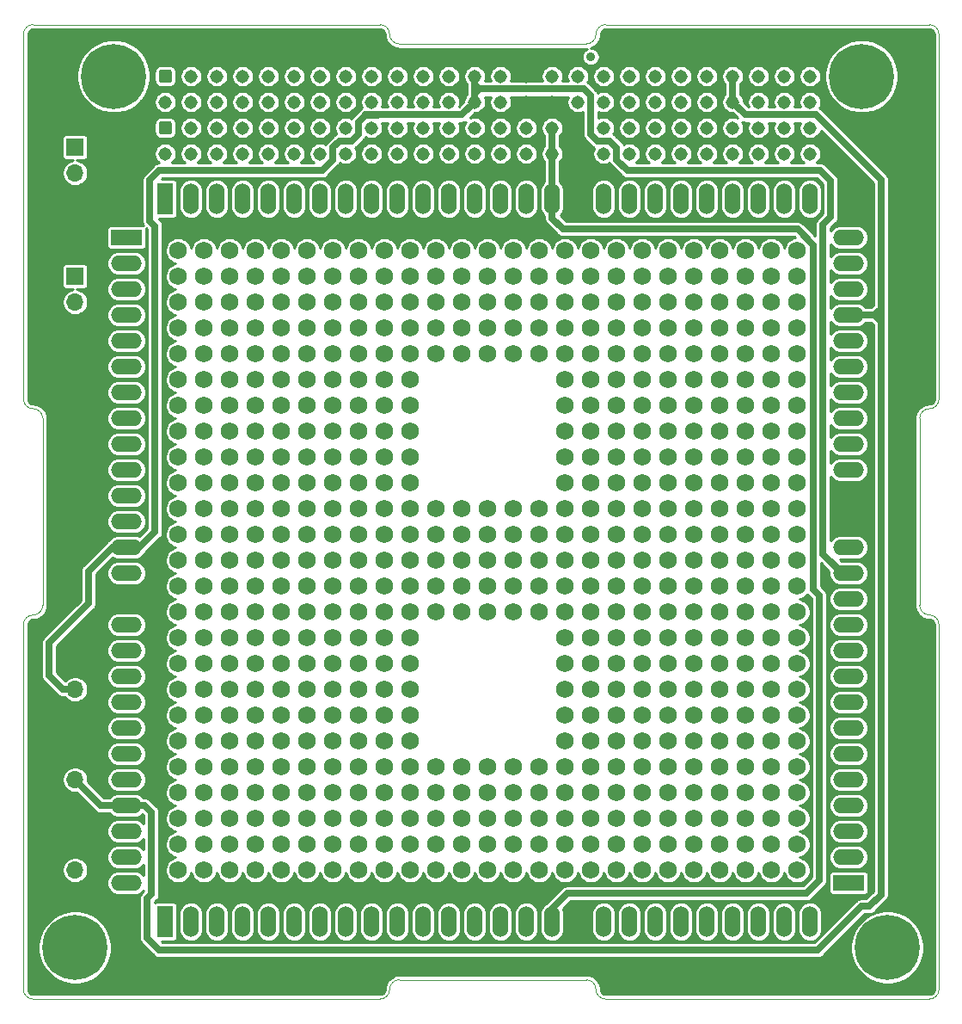
<source format=gbr>
G04 #@! TF.GenerationSoftware,KiCad,Pcbnew,(5.1.6)-1*
G04 #@! TF.CreationDate,2020-06-26T13:04:22+02:00*
G04 #@! TF.ProjectId,board_zero,626f6172-645f-47a6-9572-6f2e6b696361,1.0*
G04 #@! TF.SameCoordinates,Original*
G04 #@! TF.FileFunction,Copper,L4,Bot*
G04 #@! TF.FilePolarity,Positive*
%FSLAX46Y46*%
G04 Gerber Fmt 4.6, Leading zero omitted, Abs format (unit mm)*
G04 Created by KiCad (PCBNEW (5.1.6)-1) date 2020-06-26 13:04:22*
%MOMM*%
%LPD*%
G01*
G04 APERTURE LIST*
G04 #@! TA.AperFunction,Profile*
%ADD10C,0.100000*%
G04 #@! TD*
G04 #@! TA.AperFunction,ComponentPad*
%ADD11C,1.735000*%
G04 #@! TD*
G04 #@! TA.AperFunction,ComponentPad*
%ADD12C,1.310000*%
G04 #@! TD*
G04 #@! TA.AperFunction,ComponentPad*
%ADD13O,1.700000X1.700000*%
G04 #@! TD*
G04 #@! TA.AperFunction,ComponentPad*
%ADD14R,1.700000X1.700000*%
G04 #@! TD*
G04 #@! TA.AperFunction,ComponentPad*
%ADD15C,0.800000*%
G04 #@! TD*
G04 #@! TA.AperFunction,ComponentPad*
%ADD16C,6.400000*%
G04 #@! TD*
G04 #@! TA.AperFunction,ComponentPad*
%ADD17R,1.524000X3.048000*%
G04 #@! TD*
G04 #@! TA.AperFunction,ComponentPad*
%ADD18O,1.524000X3.048000*%
G04 #@! TD*
G04 #@! TA.AperFunction,ComponentPad*
%ADD19R,3.048000X1.524000*%
G04 #@! TD*
G04 #@! TA.AperFunction,ComponentPad*
%ADD20O,3.048000X1.524000*%
G04 #@! TD*
G04 #@! TA.AperFunction,ViaPad*
%ADD21C,0.900000*%
G04 #@! TD*
G04 #@! TA.AperFunction,Conductor*
%ADD22C,0.700000*%
G04 #@! TD*
G04 #@! TA.AperFunction,Conductor*
%ADD23C,0.250000*%
G04 #@! TD*
G04 APERTURE END LIST*
D10*
X78930500Y-23495000D02*
G75*
G03*
X77978000Y-24447500I0J-952500D01*
G01*
X78930500Y-23495000D02*
X110807500Y-23495000D01*
X77025500Y-25400000D02*
G75*
G03*
X77978000Y-24447500I0J952500D01*
G01*
X57658000Y-24447500D02*
G75*
G03*
X58610500Y-25400000I952500J0D01*
G01*
X58610500Y-25400000D02*
X77025500Y-25400000D01*
X22542500Y-23495000D02*
X56705500Y-23495000D01*
X57658000Y-24447500D02*
G75*
G03*
X56705500Y-23495000I-952500J0D01*
G01*
X78930500Y-119380000D02*
X110807500Y-119380000D01*
X58610500Y-117475000D02*
X77025500Y-117475000D01*
X22542500Y-119380000D02*
X56705500Y-119380000D01*
X78930500Y-119380000D02*
G75*
G02*
X77978000Y-118427500I0J952500D01*
G01*
X77025500Y-117475000D02*
G75*
G02*
X77978000Y-118427500I0J-952500D01*
G01*
X57658000Y-118427500D02*
G75*
G02*
X58610500Y-117475000I952500J0D01*
G01*
X57658000Y-118427500D02*
G75*
G02*
X56705500Y-119380000I-952500J0D01*
G01*
X110807500Y-61290200D02*
G75*
G03*
X109855000Y-62242700I0J-952500D01*
G01*
X111760000Y-24447500D02*
X111760000Y-60337700D01*
X109855000Y-62242700D02*
X109855000Y-80632300D01*
X111760000Y-82537300D02*
X111760000Y-118427500D01*
X109855000Y-80632300D02*
G75*
G03*
X110807500Y-81584800I952500J0D01*
G01*
X111760000Y-82537300D02*
G75*
G03*
X110807500Y-81584800I-952500J0D01*
G01*
X110807500Y-61290200D02*
G75*
G03*
X111760000Y-60337700I0J952500D01*
G01*
X111760000Y-118427500D02*
G75*
G02*
X110807500Y-119380000I-952500J0D01*
G01*
X110807500Y-23495000D02*
G75*
G02*
X111760000Y-24447500I0J-952500D01*
G01*
X21590000Y-82537300D02*
X21590000Y-118427500D01*
X21590000Y-24447500D02*
X21590000Y-60337700D01*
X21590000Y-24447500D02*
G75*
G02*
X22542500Y-23495000I952500J0D01*
G01*
X23495000Y-62242700D02*
X23495000Y-80632300D01*
X22542500Y-61290200D02*
G75*
G02*
X21590000Y-60337700I0J952500D01*
G01*
X22542500Y-61290200D02*
G75*
G02*
X23495000Y-62242700I0J-952500D01*
G01*
X23495000Y-80632300D02*
G75*
G02*
X22542500Y-81584800I-952500J0D01*
G01*
X21590000Y-82537300D02*
G75*
G02*
X22542500Y-81584800I952500J0D01*
G01*
X22542500Y-119380000D02*
G75*
G02*
X21590000Y-118427500I0J952500D01*
G01*
D11*
X57150000Y-83820000D03*
X59690000Y-83820000D03*
X57150000Y-86360000D03*
X59690000Y-86360000D03*
X57150000Y-88900000D03*
X59690000Y-88900000D03*
X57150000Y-91440000D03*
X59690000Y-91440000D03*
X74930000Y-91440000D03*
X77470000Y-91440000D03*
X74930000Y-88900000D03*
X77470000Y-88900000D03*
X74930000Y-86360000D03*
X77470000Y-86360000D03*
X74930000Y-83820000D03*
X77470000Y-83820000D03*
X57150000Y-58420000D03*
X59690000Y-58420000D03*
X57150000Y-60960000D03*
X59690000Y-60960000D03*
X57150000Y-63500000D03*
X59690000Y-63500000D03*
X57150000Y-66040000D03*
X59690000Y-66040000D03*
X74930000Y-66040000D03*
X77470000Y-66040000D03*
X74930000Y-63500000D03*
X77470000Y-63500000D03*
X74930000Y-60960000D03*
X77470000Y-60960000D03*
X74930000Y-58420000D03*
X77470000Y-58420000D03*
X77470000Y-93980000D03*
X74930000Y-93980000D03*
X59690000Y-93980000D03*
X57150000Y-93980000D03*
X72390000Y-96520000D03*
X69850000Y-96520000D03*
X67310000Y-96520000D03*
X64770000Y-96520000D03*
X62230000Y-96520000D03*
X97790000Y-106680000D03*
X95250000Y-106680000D03*
X92710000Y-106680000D03*
X90170000Y-106680000D03*
X87630000Y-106680000D03*
X85090000Y-106680000D03*
X82550000Y-106680000D03*
X80010000Y-106680000D03*
X77470000Y-106680000D03*
X74930000Y-106680000D03*
X72390000Y-106680000D03*
X69850000Y-106680000D03*
X67310000Y-106680000D03*
X64770000Y-106680000D03*
X62230000Y-106680000D03*
X59690000Y-106680000D03*
X57150000Y-106680000D03*
X54610000Y-106680000D03*
X52070000Y-106680000D03*
X49530000Y-106680000D03*
X46990000Y-106680000D03*
X44450000Y-106680000D03*
X41910000Y-106680000D03*
X39370000Y-106680000D03*
X36830000Y-106680000D03*
X97790000Y-104140000D03*
X95250000Y-104140000D03*
X92710000Y-104140000D03*
X90170000Y-104140000D03*
X87630000Y-104140000D03*
X85090000Y-104140000D03*
X82550000Y-104140000D03*
X80010000Y-104140000D03*
X77470000Y-104140000D03*
X74930000Y-104140000D03*
X72390000Y-104140000D03*
X69850000Y-104140000D03*
X67310000Y-104140000D03*
X64770000Y-104140000D03*
X62230000Y-104140000D03*
X59690000Y-104140000D03*
X57150000Y-104140000D03*
X54610000Y-104140000D03*
X52070000Y-104140000D03*
X49530000Y-104140000D03*
X46990000Y-104140000D03*
X44450000Y-104140000D03*
X41910000Y-104140000D03*
X39370000Y-104140000D03*
X36830000Y-104140000D03*
X97790000Y-101600000D03*
X95250000Y-101600000D03*
X92710000Y-101600000D03*
X90170000Y-101600000D03*
X87630000Y-101600000D03*
X85090000Y-101600000D03*
X82550000Y-101600000D03*
X80010000Y-101600000D03*
X77470000Y-101600000D03*
X74930000Y-101600000D03*
X72390000Y-101600000D03*
X69850000Y-101600000D03*
X67310000Y-101600000D03*
X64770000Y-101600000D03*
X62230000Y-101600000D03*
X59690000Y-101600000D03*
X57150000Y-101600000D03*
X54610000Y-101600000D03*
X52070000Y-101600000D03*
X49530000Y-101600000D03*
X46990000Y-101600000D03*
X44450000Y-101600000D03*
X41910000Y-101600000D03*
X39370000Y-101600000D03*
X36830000Y-101600000D03*
X97790000Y-99060000D03*
X95250000Y-99060000D03*
X92710000Y-99060000D03*
X90170000Y-99060000D03*
X87630000Y-99060000D03*
X85090000Y-99060000D03*
X82550000Y-99060000D03*
X80010000Y-99060000D03*
X77470000Y-99060000D03*
X74930000Y-99060000D03*
X72390000Y-99060000D03*
X69850000Y-99060000D03*
X67310000Y-99060000D03*
X64770000Y-99060000D03*
X62230000Y-99060000D03*
X59690000Y-99060000D03*
X57150000Y-99060000D03*
X54610000Y-99060000D03*
X52070000Y-99060000D03*
X49530000Y-99060000D03*
X46990000Y-99060000D03*
X44450000Y-99060000D03*
X41910000Y-99060000D03*
X39370000Y-99060000D03*
X36830000Y-99060000D03*
X97790000Y-96520000D03*
X95250000Y-96520000D03*
X92710000Y-96520000D03*
X90170000Y-96520000D03*
X87630000Y-96520000D03*
X85090000Y-96520000D03*
X82550000Y-96520000D03*
X80010000Y-96520000D03*
X77470000Y-96520000D03*
X74930000Y-96520000D03*
X59690000Y-96520000D03*
X57150000Y-96520000D03*
X54610000Y-96520000D03*
X52070000Y-96520000D03*
X49530000Y-96520000D03*
X46990000Y-96520000D03*
X44450000Y-96520000D03*
X41910000Y-96520000D03*
X39370000Y-96520000D03*
X36830000Y-96520000D03*
X97790000Y-93980000D03*
X95250000Y-93980000D03*
X92710000Y-93980000D03*
X90170000Y-93980000D03*
X87630000Y-93980000D03*
X85090000Y-93980000D03*
X82550000Y-93980000D03*
X80010000Y-93980000D03*
X54610000Y-93980000D03*
X52070000Y-93980000D03*
X49530000Y-93980000D03*
X46990000Y-93980000D03*
X44450000Y-93980000D03*
X41910000Y-93980000D03*
X39370000Y-93980000D03*
X36830000Y-93980000D03*
X97790000Y-91440000D03*
X95250000Y-91440000D03*
X92710000Y-91440000D03*
X90170000Y-91440000D03*
X87630000Y-91440000D03*
X85090000Y-91440000D03*
X82550000Y-91440000D03*
X80010000Y-91440000D03*
X54610000Y-91440000D03*
X52070000Y-91440000D03*
X49530000Y-91440000D03*
X46990000Y-91440000D03*
X44450000Y-91440000D03*
X41910000Y-91440000D03*
X39370000Y-91440000D03*
X36830000Y-91440000D03*
X97790000Y-88900000D03*
X95250000Y-88900000D03*
X92710000Y-88900000D03*
X90170000Y-88900000D03*
X87630000Y-88900000D03*
X85090000Y-88900000D03*
X82550000Y-88900000D03*
X80010000Y-88900000D03*
X54610000Y-88900000D03*
X52070000Y-88900000D03*
X49530000Y-88900000D03*
X46990000Y-88900000D03*
X44450000Y-88900000D03*
X41910000Y-88900000D03*
X39370000Y-88900000D03*
X36830000Y-88900000D03*
X97790000Y-86360000D03*
X95250000Y-86360000D03*
X92710000Y-86360000D03*
X90170000Y-86360000D03*
X87630000Y-86360000D03*
X85090000Y-86360000D03*
X82550000Y-86360000D03*
X80010000Y-86360000D03*
X54610000Y-86360000D03*
X52070000Y-86360000D03*
X49530000Y-86360000D03*
X46990000Y-86360000D03*
X44450000Y-86360000D03*
X41910000Y-86360000D03*
X39370000Y-86360000D03*
X36830000Y-86360000D03*
X97790000Y-83820000D03*
X95250000Y-83820000D03*
X92710000Y-83820000D03*
X90170000Y-83820000D03*
X87630000Y-83820000D03*
X85090000Y-83820000D03*
X82550000Y-83820000D03*
X80010000Y-83820000D03*
X54610000Y-83820000D03*
X52070000Y-83820000D03*
X49530000Y-83820000D03*
X46990000Y-83820000D03*
X44450000Y-83820000D03*
X41910000Y-83820000D03*
X39370000Y-83820000D03*
X36830000Y-83820000D03*
X97790000Y-81280000D03*
X95250000Y-81280000D03*
X92710000Y-81280000D03*
X90170000Y-81280000D03*
X87630000Y-81280000D03*
X85090000Y-81280000D03*
X82550000Y-81280000D03*
X80010000Y-81280000D03*
X77470000Y-81280000D03*
X74930000Y-81280000D03*
X72390000Y-81280000D03*
X69850000Y-81280000D03*
X67310000Y-81280000D03*
X64770000Y-81280000D03*
X62230000Y-81280000D03*
X59690000Y-81280000D03*
X57150000Y-81280000D03*
X54610000Y-81280000D03*
X52070000Y-81280000D03*
X49530000Y-81280000D03*
X46990000Y-81280000D03*
X44450000Y-81280000D03*
X41910000Y-81280000D03*
X39370000Y-81280000D03*
X36830000Y-81280000D03*
X97790000Y-78740000D03*
X95250000Y-78740000D03*
X92710000Y-78740000D03*
X90170000Y-78740000D03*
X87630000Y-78740000D03*
X85090000Y-78740000D03*
X82550000Y-78740000D03*
X80010000Y-78740000D03*
X77470000Y-78740000D03*
X74930000Y-78740000D03*
X72390000Y-78740000D03*
X69850000Y-78740000D03*
X67310000Y-78740000D03*
X64770000Y-78740000D03*
X62230000Y-78740000D03*
X59690000Y-78740000D03*
X57150000Y-78740000D03*
X54610000Y-78740000D03*
X52070000Y-78740000D03*
X49530000Y-78740000D03*
X46990000Y-78740000D03*
X44450000Y-78740000D03*
X41910000Y-78740000D03*
X39370000Y-78740000D03*
X36830000Y-78740000D03*
X97790000Y-76200000D03*
X95250000Y-76200000D03*
X92710000Y-76200000D03*
X90170000Y-76200000D03*
X87630000Y-76200000D03*
X85090000Y-76200000D03*
X82550000Y-76200000D03*
X80010000Y-76200000D03*
X77470000Y-76200000D03*
X74930000Y-76200000D03*
X72390000Y-76200000D03*
X69850000Y-76200000D03*
X67310000Y-76200000D03*
X64770000Y-76200000D03*
X62230000Y-76200000D03*
X59690000Y-76200000D03*
X57150000Y-76200000D03*
X54610000Y-76200000D03*
X52070000Y-76200000D03*
X49530000Y-76200000D03*
X46990000Y-76200000D03*
X44450000Y-76200000D03*
X41910000Y-76200000D03*
X39370000Y-76200000D03*
X36830000Y-76200000D03*
X97790000Y-73660000D03*
X95250000Y-73660000D03*
X92710000Y-73660000D03*
X90170000Y-73660000D03*
X87630000Y-73660000D03*
X85090000Y-73660000D03*
X82550000Y-73660000D03*
X80010000Y-73660000D03*
X77470000Y-73660000D03*
X74930000Y-73660000D03*
X72390000Y-73660000D03*
X69850000Y-73660000D03*
X67310000Y-73660000D03*
X64770000Y-73660000D03*
X62230000Y-73660000D03*
X59690000Y-73660000D03*
X57150000Y-73660000D03*
X54610000Y-73660000D03*
X52070000Y-73660000D03*
X49530000Y-73660000D03*
X46990000Y-73660000D03*
X44450000Y-73660000D03*
X41910000Y-73660000D03*
X39370000Y-73660000D03*
X36830000Y-73660000D03*
X97790000Y-71120000D03*
X95250000Y-71120000D03*
X92710000Y-71120000D03*
X90170000Y-71120000D03*
X87630000Y-71120000D03*
X85090000Y-71120000D03*
X82550000Y-71120000D03*
X80010000Y-71120000D03*
X77470000Y-71120000D03*
X74930000Y-71120000D03*
X72390000Y-71120000D03*
X69850000Y-71120000D03*
X67310000Y-71120000D03*
X64770000Y-71120000D03*
X62230000Y-71120000D03*
X59690000Y-71120000D03*
X57150000Y-71120000D03*
X54610000Y-71120000D03*
X52070000Y-71120000D03*
X49530000Y-71120000D03*
X46990000Y-71120000D03*
X44450000Y-71120000D03*
X41910000Y-71120000D03*
X39370000Y-71120000D03*
X36830000Y-71120000D03*
X97790000Y-68580000D03*
X95250000Y-68580000D03*
X92710000Y-68580000D03*
X90170000Y-68580000D03*
X87630000Y-68580000D03*
X85090000Y-68580000D03*
X82550000Y-68580000D03*
X80010000Y-68580000D03*
X77470000Y-68580000D03*
X74930000Y-68580000D03*
X59690000Y-68580000D03*
X57150000Y-68580000D03*
X54610000Y-68580000D03*
X52070000Y-68580000D03*
X49530000Y-68580000D03*
X46990000Y-68580000D03*
X44450000Y-68580000D03*
X41910000Y-68580000D03*
X39370000Y-68580000D03*
X36830000Y-68580000D03*
X97790000Y-66040000D03*
X95250000Y-66040000D03*
X92710000Y-66040000D03*
X90170000Y-66040000D03*
X87630000Y-66040000D03*
X85090000Y-66040000D03*
X82550000Y-66040000D03*
X80010000Y-66040000D03*
X54610000Y-66040000D03*
X52070000Y-66040000D03*
X49530000Y-66040000D03*
X46990000Y-66040000D03*
X44450000Y-66040000D03*
X41910000Y-66040000D03*
X39370000Y-66040000D03*
X36830000Y-66040000D03*
X97790000Y-63500000D03*
X95250000Y-63500000D03*
X92710000Y-63500000D03*
X90170000Y-63500000D03*
X87630000Y-63500000D03*
X85090000Y-63500000D03*
X82550000Y-63500000D03*
X80010000Y-63500000D03*
X54610000Y-63500000D03*
X52070000Y-63500000D03*
X49530000Y-63500000D03*
X46990000Y-63500000D03*
X44450000Y-63500000D03*
X41910000Y-63500000D03*
X39370000Y-63500000D03*
X36830000Y-63500000D03*
X97790000Y-60960000D03*
X95250000Y-60960000D03*
X92710000Y-60960000D03*
X90170000Y-60960000D03*
X87630000Y-60960000D03*
X85090000Y-60960000D03*
X82550000Y-60960000D03*
X80010000Y-60960000D03*
X54610000Y-60960000D03*
X52070000Y-60960000D03*
X49530000Y-60960000D03*
X46990000Y-60960000D03*
X44450000Y-60960000D03*
X41910000Y-60960000D03*
X39370000Y-60960000D03*
X36830000Y-60960000D03*
X97790000Y-58420000D03*
X95250000Y-58420000D03*
X92710000Y-58420000D03*
X90170000Y-58420000D03*
X87630000Y-58420000D03*
X85090000Y-58420000D03*
X82550000Y-58420000D03*
X80010000Y-58420000D03*
X54610000Y-58420000D03*
X52070000Y-58420000D03*
X49530000Y-58420000D03*
X46990000Y-58420000D03*
X44450000Y-58420000D03*
X41910000Y-58420000D03*
X39370000Y-58420000D03*
X36830000Y-58420000D03*
X97790000Y-55880000D03*
X95250000Y-55880000D03*
X92710000Y-55880000D03*
X90170000Y-55880000D03*
X87630000Y-55880000D03*
X85090000Y-55880000D03*
X82550000Y-55880000D03*
X80010000Y-55880000D03*
X77470000Y-55880000D03*
X74930000Y-55880000D03*
X72390000Y-55880000D03*
X69850000Y-55880000D03*
X67310000Y-55880000D03*
X64770000Y-55880000D03*
X62230000Y-55880000D03*
X59690000Y-55880000D03*
X57150000Y-55880000D03*
X54610000Y-55880000D03*
X52070000Y-55880000D03*
X49530000Y-55880000D03*
X46990000Y-55880000D03*
X44450000Y-55880000D03*
X41910000Y-55880000D03*
X39370000Y-55880000D03*
X36830000Y-55880000D03*
X97790000Y-53340000D03*
X95250000Y-53340000D03*
X92710000Y-53340000D03*
X90170000Y-53340000D03*
X87630000Y-53340000D03*
X85090000Y-53340000D03*
X82550000Y-53340000D03*
X80010000Y-53340000D03*
X77470000Y-53340000D03*
X74930000Y-53340000D03*
X72390000Y-53340000D03*
X69850000Y-53340000D03*
X67310000Y-53340000D03*
X64770000Y-53340000D03*
X62230000Y-53340000D03*
X59690000Y-53340000D03*
X57150000Y-53340000D03*
X54610000Y-53340000D03*
X52070000Y-53340000D03*
X49530000Y-53340000D03*
X46990000Y-53340000D03*
X44450000Y-53340000D03*
X41910000Y-53340000D03*
X39370000Y-53340000D03*
X36830000Y-53340000D03*
X97790000Y-50800000D03*
X95250000Y-50800000D03*
X92710000Y-50800000D03*
X90170000Y-50800000D03*
X87630000Y-50800000D03*
X85090000Y-50800000D03*
X82550000Y-50800000D03*
X80010000Y-50800000D03*
X77470000Y-50800000D03*
X74930000Y-50800000D03*
X72390000Y-50800000D03*
X69850000Y-50800000D03*
X67310000Y-50800000D03*
X64770000Y-50800000D03*
X62230000Y-50800000D03*
X59690000Y-50800000D03*
X57150000Y-50800000D03*
X54610000Y-50800000D03*
X52070000Y-50800000D03*
X49530000Y-50800000D03*
X46990000Y-50800000D03*
X44450000Y-50800000D03*
X41910000Y-50800000D03*
X39370000Y-50800000D03*
X36830000Y-50800000D03*
X97790000Y-48260000D03*
X95250000Y-48260000D03*
X92710000Y-48260000D03*
X90170000Y-48260000D03*
X87630000Y-48260000D03*
X85090000Y-48260000D03*
X82550000Y-48260000D03*
X80010000Y-48260000D03*
X77470000Y-48260000D03*
X74930000Y-48260000D03*
X72390000Y-48260000D03*
X69850000Y-48260000D03*
X67310000Y-48260000D03*
X64770000Y-48260000D03*
X62230000Y-48260000D03*
X59690000Y-48260000D03*
X57150000Y-48260000D03*
X54610000Y-48260000D03*
X52070000Y-48260000D03*
X49530000Y-48260000D03*
X46990000Y-48260000D03*
X44450000Y-48260000D03*
X41910000Y-48260000D03*
X39370000Y-48260000D03*
X36830000Y-48260000D03*
X97790000Y-45720000D03*
X95250000Y-45720000D03*
X92710000Y-45720000D03*
X90170000Y-45720000D03*
X87630000Y-45720000D03*
X85090000Y-45720000D03*
X82550000Y-45720000D03*
X80010000Y-45720000D03*
X77470000Y-45720000D03*
X74930000Y-45720000D03*
X72390000Y-45720000D03*
X69850000Y-45720000D03*
X67310000Y-45720000D03*
X64770000Y-45720000D03*
X62230000Y-45720000D03*
X59690000Y-45720000D03*
X57150000Y-45720000D03*
X54610000Y-45720000D03*
X52070000Y-45720000D03*
X49530000Y-45720000D03*
X46990000Y-45720000D03*
X44450000Y-45720000D03*
X41910000Y-45720000D03*
X39370000Y-45720000D03*
X36830000Y-45720000D03*
D12*
X99060000Y-31115000D03*
X96520000Y-31115000D03*
X93980000Y-31115000D03*
X91440000Y-31115000D03*
X88900000Y-31115000D03*
X86360000Y-31115000D03*
X83820000Y-31115000D03*
X81280000Y-31115000D03*
X78740000Y-31115000D03*
X76200000Y-31115000D03*
X73660000Y-31115000D03*
X71120000Y-31115000D03*
X68580000Y-31115000D03*
X66040000Y-31115000D03*
X63500000Y-31115000D03*
X60960000Y-31115000D03*
X58420000Y-31115000D03*
X55880000Y-31115000D03*
X53340000Y-31115000D03*
X50800000Y-31115000D03*
X48260000Y-31115000D03*
X45720000Y-31115000D03*
X43180000Y-31115000D03*
X40640000Y-31115000D03*
X38100000Y-31115000D03*
X35560000Y-31115000D03*
X99060000Y-28575000D03*
X96520000Y-28575000D03*
X93980000Y-28575000D03*
X91440000Y-28575000D03*
X88900000Y-28575000D03*
X86360000Y-28575000D03*
X83820000Y-28575000D03*
X81280000Y-28575000D03*
X78740000Y-28575000D03*
X76200000Y-28575000D03*
X73660000Y-28575000D03*
X71120000Y-28575000D03*
X68580000Y-28575000D03*
X66040000Y-28575000D03*
X63500000Y-28575000D03*
X60960000Y-28575000D03*
X58420000Y-28575000D03*
X55880000Y-28575000D03*
X53340000Y-28575000D03*
X50800000Y-28575000D03*
X48260000Y-28575000D03*
X45720000Y-28575000D03*
X43180000Y-28575000D03*
X40640000Y-28575000D03*
X38100000Y-28575000D03*
G04 #@! TA.AperFunction,ComponentPad*
G36*
G01*
X34905000Y-28980000D02*
X34905000Y-28170000D01*
G75*
G02*
X35155000Y-27920000I250000J0D01*
G01*
X35965000Y-27920000D01*
G75*
G02*
X36215000Y-28170000I0J-250000D01*
G01*
X36215000Y-28980000D01*
G75*
G02*
X35965000Y-29230000I-250000J0D01*
G01*
X35155000Y-29230000D01*
G75*
G02*
X34905000Y-28980000I0J250000D01*
G01*
G37*
G04 #@! TD.AperFunction*
D13*
X26670000Y-106680000D03*
D14*
X26670000Y-104140000D03*
D13*
X26670000Y-97790000D03*
D14*
X26670000Y-95250000D03*
D13*
X26670000Y-88900000D03*
D14*
X26670000Y-86360000D03*
X26670000Y-35560000D03*
D13*
X26670000Y-38100000D03*
X26670000Y-50800000D03*
D14*
X26670000Y-48260000D03*
D12*
X99060000Y-36195000D03*
X96520000Y-36195000D03*
X93980000Y-36195000D03*
X91440000Y-36195000D03*
X88900000Y-36195000D03*
X86360000Y-36195000D03*
X83820000Y-36195000D03*
X81280000Y-36195000D03*
X78740000Y-36195000D03*
X76200000Y-36195000D03*
X73660000Y-36195000D03*
X71120000Y-36195000D03*
X68580000Y-36195000D03*
X66040000Y-36195000D03*
X63500000Y-36195000D03*
X60960000Y-36195000D03*
X58420000Y-36195000D03*
X55880000Y-36195000D03*
X53340000Y-36195000D03*
X50800000Y-36195000D03*
X48260000Y-36195000D03*
X45720000Y-36195000D03*
X43180000Y-36195000D03*
X40640000Y-36195000D03*
X38100000Y-36195000D03*
X35560000Y-36195000D03*
X99060000Y-33655000D03*
X96520000Y-33655000D03*
X93980000Y-33655000D03*
X91440000Y-33655000D03*
X88900000Y-33655000D03*
X86360000Y-33655000D03*
X83820000Y-33655000D03*
X81280000Y-33655000D03*
X78740000Y-33655000D03*
X76200000Y-33655000D03*
X73660000Y-33655000D03*
X71120000Y-33655000D03*
X68580000Y-33655000D03*
X66040000Y-33655000D03*
X63500000Y-33655000D03*
X60960000Y-33655000D03*
X58420000Y-33655000D03*
X55880000Y-33655000D03*
X53340000Y-33655000D03*
X50800000Y-33655000D03*
X48260000Y-33655000D03*
X45720000Y-33655000D03*
X43180000Y-33655000D03*
X40640000Y-33655000D03*
X38100000Y-33655000D03*
G04 #@! TA.AperFunction,ComponentPad*
G36*
G01*
X34905000Y-34060000D02*
X34905000Y-33250000D01*
G75*
G02*
X35155000Y-33000000I250000J0D01*
G01*
X35965000Y-33000000D01*
G75*
G02*
X36215000Y-33250000I0J-250000D01*
G01*
X36215000Y-34060000D01*
G75*
G02*
X35965000Y-34310000I-250000J0D01*
G01*
X35155000Y-34310000D01*
G75*
G02*
X34905000Y-34060000I0J250000D01*
G01*
G37*
G04 #@! TD.AperFunction*
D15*
X28367056Y-112602944D03*
X26670000Y-111900000D03*
X24972944Y-112602944D03*
X24270000Y-114300000D03*
X24972944Y-115997056D03*
X26670000Y-116700000D03*
X28367056Y-115997056D03*
X29070000Y-114300000D03*
D16*
X26670000Y-114300000D03*
D15*
X108377056Y-112602944D03*
X106680000Y-111900000D03*
X104982944Y-112602944D03*
X104280000Y-114300000D03*
X104982944Y-115997056D03*
X106680000Y-116700000D03*
X108377056Y-115997056D03*
X109080000Y-114300000D03*
D16*
X106680000Y-114300000D03*
D15*
X105837056Y-26877944D03*
X104140000Y-26175000D03*
X102442944Y-26877944D03*
X101740000Y-28575000D03*
X102442944Y-30272056D03*
X104140000Y-30975000D03*
X105837056Y-30272056D03*
X106540000Y-28575000D03*
D16*
X104140000Y-28575000D03*
D15*
X32177056Y-26877944D03*
X30480000Y-26175000D03*
X28782944Y-26877944D03*
X28080000Y-28575000D03*
X28782944Y-30272056D03*
X30480000Y-30975000D03*
X32177056Y-30272056D03*
X32880000Y-28575000D03*
D16*
X30480000Y-28575000D03*
D17*
X35560000Y-111760000D03*
D18*
X38100000Y-111760000D03*
X40640000Y-111760000D03*
X43180000Y-111760000D03*
X45720000Y-111760000D03*
X48260000Y-111760000D03*
X50800000Y-111760000D03*
X53340000Y-111760000D03*
X55880000Y-111760000D03*
X58420000Y-111760000D03*
X60960000Y-111760000D03*
X63500000Y-111760000D03*
X66040000Y-111760000D03*
X68580000Y-111760000D03*
X71120000Y-111760000D03*
X73660000Y-111760000D03*
X76200000Y-111760000D03*
X78740000Y-111760000D03*
X81280000Y-111760000D03*
X83820000Y-111760000D03*
X86360000Y-111760000D03*
X88900000Y-111760000D03*
X91440000Y-111760000D03*
X93980000Y-111760000D03*
X96520000Y-111760000D03*
X99060000Y-111760000D03*
D19*
X102870000Y-107950000D03*
D20*
X102870000Y-105410000D03*
X102870000Y-102870000D03*
X102870000Y-100330000D03*
X102870000Y-97790000D03*
X102870000Y-95250000D03*
X102870000Y-92710000D03*
X102870000Y-90170000D03*
X102870000Y-87630000D03*
X102870000Y-85090000D03*
X102870000Y-82550000D03*
X102870000Y-80010000D03*
X102870000Y-77470000D03*
X102870000Y-74930000D03*
X102870000Y-72390000D03*
X102870000Y-69850000D03*
X102870000Y-67310000D03*
X102870000Y-64770000D03*
X102870000Y-62230000D03*
X102870000Y-59690000D03*
X102870000Y-57150000D03*
X102870000Y-54610000D03*
X102870000Y-52070000D03*
X102870000Y-49530000D03*
X102870000Y-46990000D03*
X102870000Y-44450000D03*
X31750000Y-107950000D03*
X31750000Y-105410000D03*
X31750000Y-102870000D03*
X31750000Y-100330000D03*
X31750000Y-97790000D03*
X31750000Y-95250000D03*
X31750000Y-92710000D03*
X31750000Y-90170000D03*
X31750000Y-87630000D03*
X31750000Y-85090000D03*
X31750000Y-82550000D03*
X31750000Y-80010000D03*
X31750000Y-77470000D03*
X31750000Y-74930000D03*
X31750000Y-72390000D03*
X31750000Y-69850000D03*
X31750000Y-67310000D03*
X31750000Y-64770000D03*
X31750000Y-62230000D03*
X31750000Y-59690000D03*
X31750000Y-57150000D03*
X31750000Y-54610000D03*
X31750000Y-52070000D03*
X31750000Y-49530000D03*
X31750000Y-46990000D03*
D19*
X31750000Y-44450000D03*
D17*
X35560000Y-40640000D03*
D18*
X38100000Y-40640000D03*
X40640000Y-40640000D03*
X43180000Y-40640000D03*
X45720000Y-40640000D03*
X48260000Y-40640000D03*
X50800000Y-40640000D03*
X53340000Y-40640000D03*
X55880000Y-40640000D03*
X58420000Y-40640000D03*
X60960000Y-40640000D03*
X63500000Y-40640000D03*
X66040000Y-40640000D03*
X68580000Y-40640000D03*
X71120000Y-40640000D03*
X73660000Y-40640000D03*
X76200000Y-40640000D03*
X78740000Y-40640000D03*
X81280000Y-40640000D03*
X83820000Y-40640000D03*
X86360000Y-40640000D03*
X88900000Y-40640000D03*
X91440000Y-40640000D03*
X93980000Y-40640000D03*
X96520000Y-40640000D03*
X99060000Y-40640000D03*
D21*
X77470000Y-26670000D03*
D22*
X73660000Y-33655000D02*
X73660000Y-36195000D01*
X73660000Y-40640000D02*
X73660000Y-36195000D01*
X98679000Y-108966000D02*
X75184000Y-108966000D01*
X99379990Y-79059990D02*
X99949000Y-79629000D01*
X99949000Y-107696000D02*
X98679000Y-108966000D01*
X99949000Y-79629000D02*
X99949000Y-107696000D01*
X73660000Y-40640000D02*
X73660000Y-42545000D01*
X73660000Y-42545000D02*
X74739500Y-43624500D01*
X73660000Y-110490000D02*
X73660000Y-111760000D01*
X74739500Y-43624500D02*
X97829402Y-43624500D01*
X97829402Y-43624500D02*
X99379990Y-45175088D01*
X75184000Y-108966000D02*
X73660000Y-110490000D01*
X99379990Y-45175088D02*
X99379990Y-79059990D01*
X91440000Y-30480000D02*
X91440000Y-31115000D01*
X91440000Y-28575000D02*
X91440000Y-29210000D01*
X91440000Y-29210000D02*
X91440000Y-30480000D01*
X91440000Y-31115000D02*
X92695001Y-32370001D01*
X106045000Y-38782598D02*
X106045000Y-50673000D01*
X92695001Y-32370001D02*
X99632403Y-32370001D01*
X99632403Y-32370001D02*
X106045000Y-38782598D01*
X105410000Y-52070000D02*
X106045000Y-51435000D01*
X102870000Y-52070000D02*
X105156000Y-52070000D01*
X105156000Y-52070000D02*
X105918000Y-52070000D01*
X106045000Y-51943000D02*
X106045000Y-51435000D01*
X106045000Y-51435000D02*
X106045000Y-50673000D01*
X105410000Y-52070000D02*
X106045000Y-52705000D01*
X105156000Y-52070000D02*
X105410000Y-52070000D01*
X106045000Y-52705000D02*
X106045000Y-51943000D01*
X104902000Y-110236000D02*
X106045000Y-109093000D01*
X104140000Y-110236000D02*
X104902000Y-110236000D01*
X99822000Y-114554000D02*
X104140000Y-110236000D01*
X34987998Y-114554000D02*
X99822000Y-114554000D01*
X31750000Y-100330000D02*
X33528000Y-100330000D01*
X33782000Y-113348002D02*
X34987998Y-114554000D01*
X34197999Y-100999999D02*
X34197999Y-109058001D01*
X33528000Y-100330000D02*
X34197999Y-100999999D01*
X34197999Y-109058001D02*
X33782000Y-109474000D01*
X33782000Y-109474000D02*
X33782000Y-113348002D01*
X106045000Y-53975000D02*
X106045000Y-52705000D01*
X106045000Y-109093000D02*
X106045000Y-56515000D01*
X106045000Y-56515000D02*
X106045000Y-55245000D01*
X106045000Y-55245000D02*
X106045000Y-53975000D01*
X29210000Y-100330000D02*
X26670000Y-97790000D01*
X31750000Y-100330000D02*
X29210000Y-100330000D01*
X55797997Y-32370001D02*
X55767999Y-32399999D01*
X56452403Y-32399999D02*
X55767999Y-32399999D01*
X55767999Y-32399999D02*
X55277599Y-32399999D01*
X55307597Y-32370001D02*
X55277599Y-32399999D01*
X64784999Y-32370001D02*
X63641999Y-32370001D01*
X66040000Y-31115000D02*
X64784999Y-32370001D01*
X63641999Y-32370001D02*
X55307597Y-32370001D01*
X76772403Y-29830001D02*
X77455001Y-30512599D01*
X77455001Y-30512599D02*
X77455001Y-33767001D01*
X77455001Y-33767001D02*
X77455001Y-33052599D01*
X66040000Y-28575000D02*
X66040000Y-29464000D01*
X66040000Y-29464000D02*
X66040000Y-29972000D01*
X68007597Y-29830001D02*
X68438001Y-29830001D01*
X68438001Y-29830001D02*
X76772403Y-29830001D01*
X66406001Y-29830001D02*
X66040000Y-29464000D01*
X68438001Y-29830001D02*
X66406001Y-29830001D01*
X66406001Y-29859999D02*
X66040000Y-30226000D01*
X66406001Y-29830001D02*
X66406001Y-29859999D01*
X66040000Y-29972000D02*
X66040000Y-30226000D01*
X66040000Y-30226000D02*
X66040000Y-31115000D01*
X77455001Y-34275001D02*
X77455001Y-33767001D01*
X78119999Y-34939999D02*
X77455001Y-34275001D01*
X100330000Y-43180000D02*
X101092000Y-42418000D01*
X101092000Y-38862000D02*
X100076000Y-37846000D01*
X100330000Y-75565000D02*
X100330000Y-43180000D01*
X102235000Y-77470000D02*
X100330000Y-75565000D01*
X101092000Y-42418000D02*
X101092000Y-38862000D01*
X102870000Y-77470000D02*
X102235000Y-77470000D01*
X100076000Y-37846000D02*
X81073598Y-37846000D01*
X81073598Y-37846000D02*
X80024999Y-36797401D01*
X80024999Y-36797401D02*
X80024999Y-35622597D01*
X80024999Y-35622597D02*
X79342401Y-34939999D01*
X79342401Y-34939999D02*
X78119999Y-34939999D01*
X54595001Y-33082597D02*
X55277599Y-32399999D01*
X54595001Y-34257401D02*
X54595001Y-33082597D01*
X34544000Y-73406000D02*
X34544000Y-43307000D01*
X53912403Y-34939999D02*
X54595001Y-34257401D01*
X34036000Y-42799000D02*
X34036000Y-38797998D01*
X34544000Y-43307000D02*
X34036000Y-42799000D01*
X34987998Y-37846000D02*
X51006402Y-37846000D01*
X33020000Y-74930000D02*
X34544000Y-73406000D01*
X52055001Y-36797401D02*
X52055001Y-35592599D01*
X31750000Y-74930000D02*
X33020000Y-74930000D01*
X34036000Y-38797998D02*
X34987998Y-37846000D01*
X51006402Y-37846000D02*
X52055001Y-36797401D01*
X52055001Y-35592599D02*
X52707601Y-34939999D01*
X52707601Y-34939999D02*
X53912403Y-34939999D01*
X25467919Y-88900000D02*
X26670000Y-88900000D01*
X24130000Y-87562081D02*
X25467919Y-88900000D01*
X30331828Y-74930000D02*
X27992914Y-77268914D01*
X31750000Y-74930000D02*
X30331828Y-74930000D01*
X24130000Y-84328000D02*
X24130000Y-87562081D01*
X27992914Y-77268914D02*
X27992914Y-80465086D01*
X27992914Y-80465086D02*
X24130000Y-84328000D01*
D23*
G36*
X56797803Y-23981328D02*
G01*
X56886595Y-24008136D01*
X56968484Y-24051678D01*
X57040357Y-24110296D01*
X57099478Y-24181760D01*
X57143589Y-24263342D01*
X57171015Y-24351942D01*
X57185059Y-24485557D01*
X57184978Y-24497202D01*
X57185625Y-24503803D01*
X57205057Y-24688679D01*
X57213714Y-24730854D01*
X57221780Y-24773137D01*
X57223697Y-24779486D01*
X57278667Y-24957068D01*
X57295348Y-24996751D01*
X57311479Y-25036677D01*
X57314593Y-25042532D01*
X57403010Y-25206054D01*
X57427077Y-25241736D01*
X57450656Y-25277768D01*
X57454846Y-25282905D01*
X57454849Y-25282909D01*
X57454853Y-25282913D01*
X57573342Y-25426142D01*
X57603888Y-25456476D01*
X57634013Y-25487238D01*
X57639117Y-25491460D01*
X57639121Y-25491464D01*
X57639123Y-25491465D01*
X57783182Y-25608956D01*
X57819008Y-25632759D01*
X57854560Y-25657102D01*
X57860394Y-25660256D01*
X58024529Y-25747529D01*
X58064326Y-25763932D01*
X58103904Y-25780896D01*
X58110240Y-25782857D01*
X58288201Y-25836587D01*
X58330443Y-25844951D01*
X58372545Y-25853900D01*
X58379137Y-25854593D01*
X58379141Y-25854593D01*
X58564148Y-25872733D01*
X58564150Y-25872733D01*
X58587168Y-25875000D01*
X77048832Y-25875000D01*
X77069331Y-25872981D01*
X77075202Y-25873022D01*
X77081803Y-25872375D01*
X77118452Y-25868523D01*
X77055532Y-25894585D01*
X76912220Y-25990343D01*
X76790343Y-26112220D01*
X76694585Y-26255532D01*
X76628626Y-26414772D01*
X76595000Y-26583820D01*
X76595000Y-26756180D01*
X76628626Y-26925228D01*
X76694585Y-27084468D01*
X76790343Y-27227780D01*
X76912220Y-27349657D01*
X77055532Y-27445415D01*
X77214772Y-27511374D01*
X77383820Y-27545000D01*
X77556180Y-27545000D01*
X77725228Y-27511374D01*
X77884468Y-27445415D01*
X78027780Y-27349657D01*
X78149657Y-27227780D01*
X78245415Y-27084468D01*
X78311374Y-26925228D01*
X78345000Y-26756180D01*
X78345000Y-26583820D01*
X78311374Y-26414772D01*
X78245415Y-26255532D01*
X78149657Y-26112220D01*
X78027780Y-25990343D01*
X77884468Y-25894585D01*
X77725228Y-25828626D01*
X77556180Y-25795000D01*
X77484455Y-25795000D01*
X77535068Y-25779333D01*
X77574751Y-25762652D01*
X77614677Y-25746521D01*
X77620532Y-25743407D01*
X77784054Y-25654990D01*
X77819736Y-25630923D01*
X77855768Y-25607344D01*
X77860905Y-25603154D01*
X77860909Y-25603151D01*
X77860913Y-25603147D01*
X78004142Y-25484658D01*
X78034476Y-25454112D01*
X78065238Y-25423987D01*
X78069460Y-25418883D01*
X78069464Y-25418879D01*
X78069467Y-25418875D01*
X78186956Y-25274818D01*
X78210759Y-25238992D01*
X78235102Y-25203440D01*
X78238256Y-25197606D01*
X78325529Y-25033471D01*
X78341932Y-24993674D01*
X78358896Y-24954096D01*
X78360857Y-24947760D01*
X78414587Y-24769799D01*
X78422951Y-24727557D01*
X78431900Y-24685455D01*
X78432593Y-24678859D01*
X78450733Y-24493852D01*
X78450733Y-24493851D01*
X78464328Y-24355197D01*
X78491136Y-24266405D01*
X78534678Y-24184516D01*
X78593296Y-24112643D01*
X78664760Y-24053522D01*
X78746342Y-24009411D01*
X78834942Y-23981985D01*
X78948965Y-23970000D01*
X110784270Y-23970000D01*
X110899803Y-23981328D01*
X110988595Y-24008136D01*
X111070484Y-24051678D01*
X111142357Y-24110296D01*
X111201478Y-24181760D01*
X111245589Y-24263342D01*
X111273015Y-24351942D01*
X111285000Y-24465965D01*
X111285001Y-60314460D01*
X111273672Y-60430003D01*
X111246864Y-60518794D01*
X111203323Y-60600682D01*
X111144703Y-60672558D01*
X111073241Y-60731677D01*
X110991658Y-60775789D01*
X110903058Y-60803215D01*
X110769442Y-60817259D01*
X110757797Y-60817178D01*
X110751197Y-60817825D01*
X110566320Y-60837257D01*
X110524139Y-60845916D01*
X110481862Y-60853980D01*
X110475513Y-60855897D01*
X110297932Y-60910867D01*
X110258237Y-60927553D01*
X110218323Y-60943679D01*
X110212467Y-60946793D01*
X110048946Y-61035210D01*
X110013264Y-61059277D01*
X109977232Y-61082856D01*
X109972095Y-61087046D01*
X109972091Y-61087049D01*
X109972087Y-61087053D01*
X109828858Y-61205542D01*
X109798526Y-61236086D01*
X109767761Y-61266213D01*
X109763534Y-61271323D01*
X109646044Y-61415382D01*
X109622236Y-61451216D01*
X109597898Y-61486760D01*
X109594744Y-61492594D01*
X109507471Y-61656729D01*
X109491079Y-61696498D01*
X109474104Y-61736104D01*
X109472143Y-61742440D01*
X109418413Y-61920402D01*
X109410050Y-61962636D01*
X109401100Y-62004745D01*
X109400407Y-62011341D01*
X109382267Y-62196349D01*
X109380000Y-62219369D01*
X109380001Y-80655632D01*
X109382019Y-80676122D01*
X109381978Y-80682002D01*
X109382625Y-80688603D01*
X109402057Y-80873479D01*
X109410714Y-80915654D01*
X109418780Y-80957937D01*
X109420697Y-80964286D01*
X109475667Y-81141868D01*
X109492348Y-81181551D01*
X109508479Y-81221477D01*
X109511593Y-81227332D01*
X109600010Y-81390854D01*
X109624077Y-81426536D01*
X109647656Y-81462568D01*
X109651846Y-81467705D01*
X109651849Y-81467709D01*
X109651853Y-81467713D01*
X109770342Y-81610942D01*
X109800888Y-81641276D01*
X109831013Y-81672038D01*
X109836117Y-81676260D01*
X109836121Y-81676264D01*
X109836123Y-81676265D01*
X109980182Y-81793756D01*
X110016008Y-81817559D01*
X110051560Y-81841902D01*
X110057394Y-81845056D01*
X110221529Y-81932329D01*
X110261326Y-81948732D01*
X110300904Y-81965696D01*
X110307240Y-81967657D01*
X110485201Y-82021387D01*
X110527443Y-82029751D01*
X110569545Y-82038700D01*
X110576137Y-82039393D01*
X110576141Y-82039393D01*
X110761148Y-82057533D01*
X110761149Y-82057533D01*
X110899803Y-82071128D01*
X110988595Y-82097936D01*
X111070484Y-82141478D01*
X111142357Y-82200096D01*
X111201478Y-82271560D01*
X111245589Y-82353142D01*
X111273015Y-82441742D01*
X111285000Y-82555765D01*
X111285001Y-118404260D01*
X111273672Y-118519803D01*
X111246864Y-118608594D01*
X111203323Y-118690482D01*
X111144703Y-118762358D01*
X111073241Y-118821477D01*
X110991658Y-118865589D01*
X110903058Y-118893015D01*
X110789034Y-118905000D01*
X78953730Y-118905000D01*
X78838197Y-118893672D01*
X78749406Y-118866864D01*
X78667518Y-118823323D01*
X78595642Y-118764703D01*
X78536523Y-118693241D01*
X78492411Y-118611658D01*
X78464985Y-118523058D01*
X78450941Y-118389442D01*
X78451022Y-118377797D01*
X78450375Y-118371197D01*
X78430943Y-118186320D01*
X78422284Y-118144139D01*
X78414220Y-118101862D01*
X78412303Y-118095513D01*
X78357333Y-117917932D01*
X78340647Y-117878237D01*
X78324521Y-117838323D01*
X78321407Y-117832467D01*
X78232990Y-117668946D01*
X78208923Y-117633264D01*
X78185344Y-117597232D01*
X78181152Y-117592093D01*
X78181151Y-117592091D01*
X78181147Y-117592087D01*
X78062658Y-117448858D01*
X78032114Y-117418526D01*
X78001987Y-117387761D01*
X77996877Y-117383534D01*
X77852818Y-117266044D01*
X77816984Y-117242236D01*
X77781440Y-117217898D01*
X77775606Y-117214744D01*
X77775603Y-117214742D01*
X77775600Y-117214741D01*
X77611471Y-117127471D01*
X77571702Y-117111079D01*
X77532096Y-117094104D01*
X77525760Y-117092143D01*
X77347798Y-117038413D01*
X77305564Y-117030050D01*
X77263455Y-117021100D01*
X77256863Y-117020407D01*
X77256859Y-117020407D01*
X77071851Y-117002267D01*
X77071850Y-117002267D01*
X77048832Y-117000000D01*
X58587168Y-117000000D01*
X58566669Y-117002019D01*
X58560797Y-117001978D01*
X58554197Y-117002625D01*
X58369320Y-117022057D01*
X58327139Y-117030716D01*
X58284862Y-117038780D01*
X58278513Y-117040697D01*
X58100932Y-117095667D01*
X58061237Y-117112353D01*
X58021323Y-117128479D01*
X58015467Y-117131593D01*
X57851946Y-117220010D01*
X57816264Y-117244077D01*
X57780232Y-117267656D01*
X57775095Y-117271846D01*
X57775091Y-117271849D01*
X57775087Y-117271853D01*
X57631858Y-117390342D01*
X57601526Y-117420886D01*
X57570761Y-117451013D01*
X57566534Y-117456123D01*
X57449044Y-117600182D01*
X57425236Y-117636016D01*
X57400898Y-117671560D01*
X57397744Y-117677394D01*
X57310471Y-117841529D01*
X57294079Y-117881298D01*
X57277104Y-117920904D01*
X57275143Y-117927240D01*
X57221413Y-118105202D01*
X57213050Y-118147436D01*
X57204100Y-118189545D01*
X57203407Y-118196141D01*
X57185267Y-118381148D01*
X57185267Y-118381149D01*
X57171672Y-118519803D01*
X57144864Y-118608594D01*
X57101323Y-118690482D01*
X57042703Y-118762358D01*
X56971241Y-118821477D01*
X56889658Y-118865589D01*
X56801058Y-118893015D01*
X56687034Y-118905000D01*
X22565730Y-118905000D01*
X22450197Y-118893672D01*
X22361406Y-118866864D01*
X22279518Y-118823323D01*
X22207642Y-118764703D01*
X22148523Y-118693241D01*
X22104411Y-118611658D01*
X22076985Y-118523058D01*
X22065000Y-118409034D01*
X22065000Y-113942969D01*
X23045000Y-113942969D01*
X23045000Y-114657031D01*
X23184307Y-115357374D01*
X23457567Y-116017081D01*
X23854279Y-116610803D01*
X24359197Y-117115721D01*
X24952919Y-117512433D01*
X25612626Y-117785693D01*
X26312969Y-117925000D01*
X27027031Y-117925000D01*
X27727374Y-117785693D01*
X28387081Y-117512433D01*
X28980803Y-117115721D01*
X29485721Y-116610803D01*
X29882433Y-116017081D01*
X30155693Y-115357374D01*
X30295000Y-114657031D01*
X30295000Y-113942969D01*
X30155693Y-113242626D01*
X29882433Y-112582919D01*
X29485721Y-111989197D01*
X28980803Y-111484279D01*
X28387081Y-111087567D01*
X27727374Y-110814307D01*
X27027031Y-110675000D01*
X26312969Y-110675000D01*
X25612626Y-110814307D01*
X24952919Y-111087567D01*
X24359197Y-111484279D01*
X23854279Y-111989197D01*
X23457567Y-112582919D01*
X23184307Y-113242626D01*
X23045000Y-113942969D01*
X22065000Y-113942969D01*
X22065000Y-106554423D01*
X25395000Y-106554423D01*
X25395000Y-106805577D01*
X25443998Y-107051904D01*
X25540110Y-107283939D01*
X25679643Y-107492765D01*
X25857235Y-107670357D01*
X26066061Y-107809890D01*
X26298096Y-107906002D01*
X26544423Y-107955000D01*
X26795577Y-107955000D01*
X27041904Y-107906002D01*
X27273939Y-107809890D01*
X27482765Y-107670357D01*
X27660357Y-107492765D01*
X27799890Y-107283939D01*
X27896002Y-107051904D01*
X27945000Y-106805577D01*
X27945000Y-106554423D01*
X27896002Y-106308096D01*
X27799890Y-106076061D01*
X27660357Y-105867235D01*
X27482765Y-105689643D01*
X27273939Y-105550110D01*
X27041904Y-105453998D01*
X26795577Y-105405000D01*
X26544423Y-105405000D01*
X26298096Y-105453998D01*
X26066061Y-105550110D01*
X25857235Y-105689643D01*
X25679643Y-105867235D01*
X25540110Y-106076061D01*
X25443998Y-106308096D01*
X25395000Y-106554423D01*
X22065000Y-106554423D01*
X22065000Y-95250000D01*
X29795257Y-95250000D01*
X29818175Y-95482693D01*
X29886049Y-95706443D01*
X29996270Y-95912653D01*
X30144603Y-96093397D01*
X30325347Y-96241730D01*
X30531557Y-96351951D01*
X30755307Y-96419825D01*
X30929690Y-96437000D01*
X32570310Y-96437000D01*
X32744693Y-96419825D01*
X32968443Y-96351951D01*
X33174653Y-96241730D01*
X33355397Y-96093397D01*
X33503730Y-95912653D01*
X33613951Y-95706443D01*
X33681825Y-95482693D01*
X33704743Y-95250000D01*
X33681825Y-95017307D01*
X33613951Y-94793557D01*
X33503730Y-94587347D01*
X33355397Y-94406603D01*
X33174653Y-94258270D01*
X32968443Y-94148049D01*
X32744693Y-94080175D01*
X32570310Y-94063000D01*
X30929690Y-94063000D01*
X30755307Y-94080175D01*
X30531557Y-94148049D01*
X30325347Y-94258270D01*
X30144603Y-94406603D01*
X29996270Y-94587347D01*
X29886049Y-94793557D01*
X29818175Y-95017307D01*
X29795257Y-95250000D01*
X22065000Y-95250000D01*
X22065000Y-92710000D01*
X29795257Y-92710000D01*
X29818175Y-92942693D01*
X29886049Y-93166443D01*
X29996270Y-93372653D01*
X30144603Y-93553397D01*
X30325347Y-93701730D01*
X30531557Y-93811951D01*
X30755307Y-93879825D01*
X30929690Y-93897000D01*
X32570310Y-93897000D01*
X32744693Y-93879825D01*
X32968443Y-93811951D01*
X33174653Y-93701730D01*
X33355397Y-93553397D01*
X33503730Y-93372653D01*
X33613951Y-93166443D01*
X33681825Y-92942693D01*
X33704743Y-92710000D01*
X33681825Y-92477307D01*
X33613951Y-92253557D01*
X33503730Y-92047347D01*
X33355397Y-91866603D01*
X33174653Y-91718270D01*
X32968443Y-91608049D01*
X32744693Y-91540175D01*
X32570310Y-91523000D01*
X30929690Y-91523000D01*
X30755307Y-91540175D01*
X30531557Y-91608049D01*
X30325347Y-91718270D01*
X30144603Y-91866603D01*
X29996270Y-92047347D01*
X29886049Y-92253557D01*
X29818175Y-92477307D01*
X29795257Y-92710000D01*
X22065000Y-92710000D01*
X22065000Y-84328000D01*
X23351251Y-84328000D01*
X23355000Y-84366063D01*
X23355001Y-87524008D01*
X23351251Y-87562081D01*
X23366215Y-87714007D01*
X23410531Y-87860095D01*
X23482494Y-87994731D01*
X23524956Y-88046470D01*
X23579342Y-88112740D01*
X23608914Y-88137009D01*
X24892991Y-89421087D01*
X24917260Y-89450659D01*
X24982182Y-89503939D01*
X25035268Y-89547506D01*
X25107232Y-89585971D01*
X25169905Y-89619470D01*
X25315993Y-89663786D01*
X25429854Y-89675000D01*
X25429855Y-89675000D01*
X25467918Y-89678749D01*
X25505981Y-89675000D01*
X25654409Y-89675000D01*
X25679643Y-89712765D01*
X25857235Y-89890357D01*
X26066061Y-90029890D01*
X26298096Y-90126002D01*
X26544423Y-90175000D01*
X26795577Y-90175000D01*
X26820713Y-90170000D01*
X29795257Y-90170000D01*
X29818175Y-90402693D01*
X29886049Y-90626443D01*
X29996270Y-90832653D01*
X30144603Y-91013397D01*
X30325347Y-91161730D01*
X30531557Y-91271951D01*
X30755307Y-91339825D01*
X30929690Y-91357000D01*
X32570310Y-91357000D01*
X32744693Y-91339825D01*
X32968443Y-91271951D01*
X33174653Y-91161730D01*
X33355397Y-91013397D01*
X33503730Y-90832653D01*
X33613951Y-90626443D01*
X33681825Y-90402693D01*
X33704743Y-90170000D01*
X33681825Y-89937307D01*
X33613951Y-89713557D01*
X33503730Y-89507347D01*
X33355397Y-89326603D01*
X33174653Y-89178270D01*
X32968443Y-89068049D01*
X32744693Y-89000175D01*
X32570310Y-88983000D01*
X30929690Y-88983000D01*
X30755307Y-89000175D01*
X30531557Y-89068049D01*
X30325347Y-89178270D01*
X30144603Y-89326603D01*
X29996270Y-89507347D01*
X29886049Y-89713557D01*
X29818175Y-89937307D01*
X29795257Y-90170000D01*
X26820713Y-90170000D01*
X27041904Y-90126002D01*
X27273939Y-90029890D01*
X27482765Y-89890357D01*
X27660357Y-89712765D01*
X27799890Y-89503939D01*
X27896002Y-89271904D01*
X27945000Y-89025577D01*
X27945000Y-88774423D01*
X27896002Y-88528096D01*
X27799890Y-88296061D01*
X27660357Y-88087235D01*
X27482765Y-87909643D01*
X27273939Y-87770110D01*
X27041904Y-87673998D01*
X26820714Y-87630000D01*
X29795257Y-87630000D01*
X29818175Y-87862693D01*
X29886049Y-88086443D01*
X29996270Y-88292653D01*
X30144603Y-88473397D01*
X30325347Y-88621730D01*
X30531557Y-88731951D01*
X30755307Y-88799825D01*
X30929690Y-88817000D01*
X32570310Y-88817000D01*
X32744693Y-88799825D01*
X32968443Y-88731951D01*
X33174653Y-88621730D01*
X33355397Y-88473397D01*
X33503730Y-88292653D01*
X33613951Y-88086443D01*
X33681825Y-87862693D01*
X33704743Y-87630000D01*
X33681825Y-87397307D01*
X33613951Y-87173557D01*
X33503730Y-86967347D01*
X33355397Y-86786603D01*
X33174653Y-86638270D01*
X32968443Y-86528049D01*
X32744693Y-86460175D01*
X32570310Y-86443000D01*
X30929690Y-86443000D01*
X30755307Y-86460175D01*
X30531557Y-86528049D01*
X30325347Y-86638270D01*
X30144603Y-86786603D01*
X29996270Y-86967347D01*
X29886049Y-87173557D01*
X29818175Y-87397307D01*
X29795257Y-87630000D01*
X26820714Y-87630000D01*
X26795577Y-87625000D01*
X26544423Y-87625000D01*
X26298096Y-87673998D01*
X26066061Y-87770110D01*
X25857235Y-87909643D01*
X25715406Y-88051472D01*
X24905000Y-87241067D01*
X24905000Y-85090000D01*
X29795257Y-85090000D01*
X29818175Y-85322693D01*
X29886049Y-85546443D01*
X29996270Y-85752653D01*
X30144603Y-85933397D01*
X30325347Y-86081730D01*
X30531557Y-86191951D01*
X30755307Y-86259825D01*
X30929690Y-86277000D01*
X32570310Y-86277000D01*
X32744693Y-86259825D01*
X32968443Y-86191951D01*
X33174653Y-86081730D01*
X33355397Y-85933397D01*
X33503730Y-85752653D01*
X33613951Y-85546443D01*
X33681825Y-85322693D01*
X33704743Y-85090000D01*
X33681825Y-84857307D01*
X33613951Y-84633557D01*
X33503730Y-84427347D01*
X33355397Y-84246603D01*
X33174653Y-84098270D01*
X32968443Y-83988049D01*
X32744693Y-83920175D01*
X32570310Y-83903000D01*
X30929690Y-83903000D01*
X30755307Y-83920175D01*
X30531557Y-83988049D01*
X30325347Y-84098270D01*
X30144603Y-84246603D01*
X29996270Y-84427347D01*
X29886049Y-84633557D01*
X29818175Y-84857307D01*
X29795257Y-85090000D01*
X24905000Y-85090000D01*
X24905000Y-84649014D01*
X27004014Y-82550000D01*
X29795257Y-82550000D01*
X29818175Y-82782693D01*
X29886049Y-83006443D01*
X29996270Y-83212653D01*
X30144603Y-83393397D01*
X30325347Y-83541730D01*
X30531557Y-83651951D01*
X30755307Y-83719825D01*
X30929690Y-83737000D01*
X32570310Y-83737000D01*
X32744693Y-83719825D01*
X32968443Y-83651951D01*
X33174653Y-83541730D01*
X33355397Y-83393397D01*
X33503730Y-83212653D01*
X33613951Y-83006443D01*
X33681825Y-82782693D01*
X33704743Y-82550000D01*
X33681825Y-82317307D01*
X33613951Y-82093557D01*
X33503730Y-81887347D01*
X33355397Y-81706603D01*
X33174653Y-81558270D01*
X32968443Y-81448049D01*
X32744693Y-81380175D01*
X32570310Y-81363000D01*
X30929690Y-81363000D01*
X30755307Y-81380175D01*
X30531557Y-81448049D01*
X30325347Y-81558270D01*
X30144603Y-81706603D01*
X29996270Y-81887347D01*
X29886049Y-82093557D01*
X29818175Y-82317307D01*
X29795257Y-82550000D01*
X27004014Y-82550000D01*
X28514001Y-81040014D01*
X28543573Y-81015745D01*
X28640420Y-80897736D01*
X28712384Y-80763100D01*
X28756700Y-80617012D01*
X28767914Y-80503151D01*
X28767914Y-80503150D01*
X28771663Y-80465087D01*
X28767914Y-80427024D01*
X28767914Y-77589928D01*
X28887842Y-77470000D01*
X29795257Y-77470000D01*
X29818175Y-77702693D01*
X29886049Y-77926443D01*
X29996270Y-78132653D01*
X30144603Y-78313397D01*
X30325347Y-78461730D01*
X30531557Y-78571951D01*
X30755307Y-78639825D01*
X30929690Y-78657000D01*
X32570310Y-78657000D01*
X32744693Y-78639825D01*
X32968443Y-78571951D01*
X33174653Y-78461730D01*
X33355397Y-78313397D01*
X33503730Y-78132653D01*
X33613951Y-77926443D01*
X33681825Y-77702693D01*
X33704743Y-77470000D01*
X33681825Y-77237307D01*
X33613951Y-77013557D01*
X33503730Y-76807347D01*
X33355397Y-76626603D01*
X33174653Y-76478270D01*
X32968443Y-76368049D01*
X32744693Y-76300175D01*
X32570310Y-76283000D01*
X30929690Y-76283000D01*
X30755307Y-76300175D01*
X30531557Y-76368049D01*
X30325347Y-76478270D01*
X30144603Y-76626603D01*
X29996270Y-76807347D01*
X29886049Y-77013557D01*
X29818175Y-77237307D01*
X29795257Y-77470000D01*
X28887842Y-77470000D01*
X30397530Y-75960313D01*
X30531557Y-76031951D01*
X30755307Y-76099825D01*
X30929690Y-76117000D01*
X32570310Y-76117000D01*
X32744693Y-76099825D01*
X32968443Y-76031951D01*
X33174653Y-75921730D01*
X33355397Y-75773397D01*
X33503730Y-75592653D01*
X33558069Y-75490991D01*
X33570659Y-75480659D01*
X33594932Y-75451082D01*
X35065093Y-73980923D01*
X35094659Y-73956659D01*
X35191506Y-73838650D01*
X35263470Y-73704014D01*
X35307786Y-73557926D01*
X35319000Y-73444065D01*
X35319000Y-73444064D01*
X35322749Y-73406001D01*
X35319000Y-73367938D01*
X35319000Y-43345062D01*
X35322749Y-43306999D01*
X35318213Y-43260944D01*
X35307786Y-43155074D01*
X35263470Y-43008986D01*
X35191506Y-42874350D01*
X35094659Y-42756341D01*
X35065087Y-42732072D01*
X34924071Y-42591056D01*
X36322000Y-42591056D01*
X36405314Y-42582850D01*
X36485427Y-42558548D01*
X36559260Y-42519084D01*
X36623974Y-42465974D01*
X36677084Y-42401260D01*
X36716548Y-42327427D01*
X36740850Y-42247314D01*
X36749056Y-42164000D01*
X36749056Y-39819691D01*
X36913000Y-39819691D01*
X36913000Y-41460310D01*
X36930175Y-41634693D01*
X36998050Y-41858443D01*
X37108271Y-42064653D01*
X37256604Y-42245397D01*
X37437348Y-42393730D01*
X37643558Y-42503951D01*
X37867308Y-42571825D01*
X38100000Y-42594743D01*
X38332693Y-42571825D01*
X38556443Y-42503951D01*
X38762653Y-42393730D01*
X38943397Y-42245397D01*
X39091730Y-42064653D01*
X39201951Y-41858443D01*
X39269825Y-41634693D01*
X39287000Y-41460310D01*
X39287000Y-39819691D01*
X39453000Y-39819691D01*
X39453000Y-41460310D01*
X39470175Y-41634693D01*
X39538050Y-41858443D01*
X39648271Y-42064653D01*
X39796604Y-42245397D01*
X39977348Y-42393730D01*
X40183558Y-42503951D01*
X40407308Y-42571825D01*
X40640000Y-42594743D01*
X40872693Y-42571825D01*
X41096443Y-42503951D01*
X41302653Y-42393730D01*
X41483397Y-42245397D01*
X41631730Y-42064653D01*
X41741951Y-41858443D01*
X41809825Y-41634693D01*
X41827000Y-41460310D01*
X41827000Y-39819691D01*
X41993000Y-39819691D01*
X41993000Y-41460310D01*
X42010175Y-41634693D01*
X42078050Y-41858443D01*
X42188271Y-42064653D01*
X42336604Y-42245397D01*
X42517348Y-42393730D01*
X42723558Y-42503951D01*
X42947308Y-42571825D01*
X43180000Y-42594743D01*
X43412693Y-42571825D01*
X43636443Y-42503951D01*
X43842653Y-42393730D01*
X44023397Y-42245397D01*
X44171730Y-42064653D01*
X44281951Y-41858443D01*
X44349825Y-41634693D01*
X44367000Y-41460310D01*
X44367000Y-39819691D01*
X44533000Y-39819691D01*
X44533000Y-41460310D01*
X44550175Y-41634693D01*
X44618050Y-41858443D01*
X44728271Y-42064653D01*
X44876604Y-42245397D01*
X45057348Y-42393730D01*
X45263558Y-42503951D01*
X45487308Y-42571825D01*
X45720000Y-42594743D01*
X45952693Y-42571825D01*
X46176443Y-42503951D01*
X46382653Y-42393730D01*
X46563397Y-42245397D01*
X46711730Y-42064653D01*
X46821951Y-41858443D01*
X46889825Y-41634693D01*
X46907000Y-41460310D01*
X46907000Y-39819691D01*
X47073000Y-39819691D01*
X47073000Y-41460310D01*
X47090175Y-41634693D01*
X47158050Y-41858443D01*
X47268271Y-42064653D01*
X47416604Y-42245397D01*
X47597348Y-42393730D01*
X47803558Y-42503951D01*
X48027308Y-42571825D01*
X48260000Y-42594743D01*
X48492693Y-42571825D01*
X48716443Y-42503951D01*
X48922653Y-42393730D01*
X49103397Y-42245397D01*
X49251730Y-42064653D01*
X49361951Y-41858443D01*
X49429825Y-41634693D01*
X49447000Y-41460310D01*
X49447000Y-39819691D01*
X49613000Y-39819691D01*
X49613000Y-41460310D01*
X49630175Y-41634693D01*
X49698050Y-41858443D01*
X49808271Y-42064653D01*
X49956604Y-42245397D01*
X50137348Y-42393730D01*
X50343558Y-42503951D01*
X50567308Y-42571825D01*
X50800000Y-42594743D01*
X51032693Y-42571825D01*
X51256443Y-42503951D01*
X51462653Y-42393730D01*
X51643397Y-42245397D01*
X51791730Y-42064653D01*
X51901951Y-41858443D01*
X51969825Y-41634693D01*
X51987000Y-41460310D01*
X51987000Y-39819691D01*
X52153000Y-39819691D01*
X52153000Y-41460310D01*
X52170175Y-41634693D01*
X52238050Y-41858443D01*
X52348271Y-42064653D01*
X52496604Y-42245397D01*
X52677348Y-42393730D01*
X52883558Y-42503951D01*
X53107308Y-42571825D01*
X53340000Y-42594743D01*
X53572693Y-42571825D01*
X53796443Y-42503951D01*
X54002653Y-42393730D01*
X54183397Y-42245397D01*
X54331730Y-42064653D01*
X54441951Y-41858443D01*
X54509825Y-41634693D01*
X54527000Y-41460310D01*
X54527000Y-39819691D01*
X54693000Y-39819691D01*
X54693000Y-41460310D01*
X54710175Y-41634693D01*
X54778050Y-41858443D01*
X54888271Y-42064653D01*
X55036604Y-42245397D01*
X55217348Y-42393730D01*
X55423558Y-42503951D01*
X55647308Y-42571825D01*
X55880000Y-42594743D01*
X56112693Y-42571825D01*
X56336443Y-42503951D01*
X56542653Y-42393730D01*
X56723397Y-42245397D01*
X56871730Y-42064653D01*
X56981951Y-41858443D01*
X57049825Y-41634693D01*
X57067000Y-41460310D01*
X57067000Y-39819691D01*
X57233000Y-39819691D01*
X57233000Y-41460310D01*
X57250175Y-41634693D01*
X57318050Y-41858443D01*
X57428271Y-42064653D01*
X57576604Y-42245397D01*
X57757348Y-42393730D01*
X57963558Y-42503951D01*
X58187308Y-42571825D01*
X58420000Y-42594743D01*
X58652693Y-42571825D01*
X58876443Y-42503951D01*
X59082653Y-42393730D01*
X59263397Y-42245397D01*
X59411730Y-42064653D01*
X59521951Y-41858443D01*
X59589825Y-41634693D01*
X59607000Y-41460310D01*
X59607000Y-39819691D01*
X59773000Y-39819691D01*
X59773000Y-41460310D01*
X59790175Y-41634693D01*
X59858050Y-41858443D01*
X59968271Y-42064653D01*
X60116604Y-42245397D01*
X60297348Y-42393730D01*
X60503558Y-42503951D01*
X60727308Y-42571825D01*
X60960000Y-42594743D01*
X61192693Y-42571825D01*
X61416443Y-42503951D01*
X61622653Y-42393730D01*
X61803397Y-42245397D01*
X61951730Y-42064653D01*
X62061951Y-41858443D01*
X62129825Y-41634693D01*
X62147000Y-41460310D01*
X62147000Y-39819691D01*
X62313000Y-39819691D01*
X62313000Y-41460310D01*
X62330175Y-41634693D01*
X62398050Y-41858443D01*
X62508271Y-42064653D01*
X62656604Y-42245397D01*
X62837348Y-42393730D01*
X63043558Y-42503951D01*
X63267308Y-42571825D01*
X63500000Y-42594743D01*
X63732693Y-42571825D01*
X63956443Y-42503951D01*
X64162653Y-42393730D01*
X64343397Y-42245397D01*
X64491730Y-42064653D01*
X64601951Y-41858443D01*
X64669825Y-41634693D01*
X64687000Y-41460310D01*
X64687000Y-39819691D01*
X64853000Y-39819691D01*
X64853000Y-41460310D01*
X64870175Y-41634693D01*
X64938050Y-41858443D01*
X65048271Y-42064653D01*
X65196604Y-42245397D01*
X65377348Y-42393730D01*
X65583558Y-42503951D01*
X65807308Y-42571825D01*
X66040000Y-42594743D01*
X66272693Y-42571825D01*
X66496443Y-42503951D01*
X66702653Y-42393730D01*
X66883397Y-42245397D01*
X67031730Y-42064653D01*
X67141951Y-41858443D01*
X67209825Y-41634693D01*
X67227000Y-41460310D01*
X67227000Y-39819691D01*
X67393000Y-39819691D01*
X67393000Y-41460310D01*
X67410175Y-41634693D01*
X67478050Y-41858443D01*
X67588271Y-42064653D01*
X67736604Y-42245397D01*
X67917348Y-42393730D01*
X68123558Y-42503951D01*
X68347308Y-42571825D01*
X68580000Y-42594743D01*
X68812693Y-42571825D01*
X69036443Y-42503951D01*
X69242653Y-42393730D01*
X69423397Y-42245397D01*
X69571730Y-42064653D01*
X69681951Y-41858443D01*
X69749825Y-41634693D01*
X69767000Y-41460310D01*
X69767000Y-39819691D01*
X69933000Y-39819691D01*
X69933000Y-41460310D01*
X69950175Y-41634693D01*
X70018050Y-41858443D01*
X70128271Y-42064653D01*
X70276604Y-42245397D01*
X70457348Y-42393730D01*
X70663558Y-42503951D01*
X70887308Y-42571825D01*
X71120000Y-42594743D01*
X71352693Y-42571825D01*
X71576443Y-42503951D01*
X71782653Y-42393730D01*
X71963397Y-42245397D01*
X72111730Y-42064653D01*
X72221951Y-41858443D01*
X72289825Y-41634693D01*
X72307000Y-41460310D01*
X72307000Y-39819690D01*
X72289825Y-39645307D01*
X72221951Y-39421557D01*
X72111730Y-39215347D01*
X71963397Y-39034603D01*
X71782652Y-38886270D01*
X71576442Y-38776049D01*
X71352692Y-38708175D01*
X71120000Y-38685257D01*
X70887307Y-38708175D01*
X70663557Y-38776049D01*
X70457347Y-38886270D01*
X70276603Y-39034603D01*
X70128270Y-39215348D01*
X70018049Y-39421558D01*
X69950175Y-39645308D01*
X69933000Y-39819691D01*
X69767000Y-39819691D01*
X69767000Y-39819690D01*
X69749825Y-39645307D01*
X69681951Y-39421557D01*
X69571730Y-39215347D01*
X69423397Y-39034603D01*
X69242652Y-38886270D01*
X69036442Y-38776049D01*
X68812692Y-38708175D01*
X68580000Y-38685257D01*
X68347307Y-38708175D01*
X68123557Y-38776049D01*
X67917347Y-38886270D01*
X67736603Y-39034603D01*
X67588270Y-39215348D01*
X67478049Y-39421558D01*
X67410175Y-39645308D01*
X67393000Y-39819691D01*
X67227000Y-39819691D01*
X67227000Y-39819690D01*
X67209825Y-39645307D01*
X67141951Y-39421557D01*
X67031730Y-39215347D01*
X66883397Y-39034603D01*
X66702652Y-38886270D01*
X66496442Y-38776049D01*
X66272692Y-38708175D01*
X66040000Y-38685257D01*
X65807307Y-38708175D01*
X65583557Y-38776049D01*
X65377347Y-38886270D01*
X65196603Y-39034603D01*
X65048270Y-39215348D01*
X64938049Y-39421558D01*
X64870175Y-39645308D01*
X64853000Y-39819691D01*
X64687000Y-39819691D01*
X64687000Y-39819690D01*
X64669825Y-39645307D01*
X64601951Y-39421557D01*
X64491730Y-39215347D01*
X64343397Y-39034603D01*
X64162652Y-38886270D01*
X63956442Y-38776049D01*
X63732692Y-38708175D01*
X63500000Y-38685257D01*
X63267307Y-38708175D01*
X63043557Y-38776049D01*
X62837347Y-38886270D01*
X62656603Y-39034603D01*
X62508270Y-39215348D01*
X62398049Y-39421558D01*
X62330175Y-39645308D01*
X62313000Y-39819691D01*
X62147000Y-39819691D01*
X62147000Y-39819690D01*
X62129825Y-39645307D01*
X62061951Y-39421557D01*
X61951730Y-39215347D01*
X61803397Y-39034603D01*
X61622652Y-38886270D01*
X61416442Y-38776049D01*
X61192692Y-38708175D01*
X60960000Y-38685257D01*
X60727307Y-38708175D01*
X60503557Y-38776049D01*
X60297347Y-38886270D01*
X60116603Y-39034603D01*
X59968270Y-39215348D01*
X59858049Y-39421558D01*
X59790175Y-39645308D01*
X59773000Y-39819691D01*
X59607000Y-39819691D01*
X59607000Y-39819690D01*
X59589825Y-39645307D01*
X59521951Y-39421557D01*
X59411730Y-39215347D01*
X59263397Y-39034603D01*
X59082652Y-38886270D01*
X58876442Y-38776049D01*
X58652692Y-38708175D01*
X58420000Y-38685257D01*
X58187307Y-38708175D01*
X57963557Y-38776049D01*
X57757347Y-38886270D01*
X57576603Y-39034603D01*
X57428270Y-39215348D01*
X57318049Y-39421558D01*
X57250175Y-39645308D01*
X57233000Y-39819691D01*
X57067000Y-39819691D01*
X57067000Y-39819690D01*
X57049825Y-39645307D01*
X56981951Y-39421557D01*
X56871730Y-39215347D01*
X56723397Y-39034603D01*
X56542652Y-38886270D01*
X56336442Y-38776049D01*
X56112692Y-38708175D01*
X55880000Y-38685257D01*
X55647307Y-38708175D01*
X55423557Y-38776049D01*
X55217347Y-38886270D01*
X55036603Y-39034603D01*
X54888270Y-39215348D01*
X54778049Y-39421558D01*
X54710175Y-39645308D01*
X54693000Y-39819691D01*
X54527000Y-39819691D01*
X54527000Y-39819690D01*
X54509825Y-39645307D01*
X54441951Y-39421557D01*
X54331730Y-39215347D01*
X54183397Y-39034603D01*
X54002652Y-38886270D01*
X53796442Y-38776049D01*
X53572692Y-38708175D01*
X53340000Y-38685257D01*
X53107307Y-38708175D01*
X52883557Y-38776049D01*
X52677347Y-38886270D01*
X52496603Y-39034603D01*
X52348270Y-39215348D01*
X52238049Y-39421558D01*
X52170175Y-39645308D01*
X52153000Y-39819691D01*
X51987000Y-39819691D01*
X51987000Y-39819690D01*
X51969825Y-39645307D01*
X51901951Y-39421557D01*
X51791730Y-39215347D01*
X51643397Y-39034603D01*
X51462652Y-38886270D01*
X51256442Y-38776049D01*
X51032692Y-38708175D01*
X50800000Y-38685257D01*
X50567307Y-38708175D01*
X50343557Y-38776049D01*
X50137347Y-38886270D01*
X49956603Y-39034603D01*
X49808270Y-39215348D01*
X49698049Y-39421558D01*
X49630175Y-39645308D01*
X49613000Y-39819691D01*
X49447000Y-39819691D01*
X49447000Y-39819690D01*
X49429825Y-39645307D01*
X49361951Y-39421557D01*
X49251730Y-39215347D01*
X49103397Y-39034603D01*
X48922652Y-38886270D01*
X48716442Y-38776049D01*
X48492692Y-38708175D01*
X48260000Y-38685257D01*
X48027307Y-38708175D01*
X47803557Y-38776049D01*
X47597347Y-38886270D01*
X47416603Y-39034603D01*
X47268270Y-39215348D01*
X47158049Y-39421558D01*
X47090175Y-39645308D01*
X47073000Y-39819691D01*
X46907000Y-39819691D01*
X46907000Y-39819690D01*
X46889825Y-39645307D01*
X46821951Y-39421557D01*
X46711730Y-39215347D01*
X46563397Y-39034603D01*
X46382652Y-38886270D01*
X46176442Y-38776049D01*
X45952692Y-38708175D01*
X45720000Y-38685257D01*
X45487307Y-38708175D01*
X45263557Y-38776049D01*
X45057347Y-38886270D01*
X44876603Y-39034603D01*
X44728270Y-39215348D01*
X44618049Y-39421558D01*
X44550175Y-39645308D01*
X44533000Y-39819691D01*
X44367000Y-39819691D01*
X44367000Y-39819690D01*
X44349825Y-39645307D01*
X44281951Y-39421557D01*
X44171730Y-39215347D01*
X44023397Y-39034603D01*
X43842652Y-38886270D01*
X43636442Y-38776049D01*
X43412692Y-38708175D01*
X43180000Y-38685257D01*
X42947307Y-38708175D01*
X42723557Y-38776049D01*
X42517347Y-38886270D01*
X42336603Y-39034603D01*
X42188270Y-39215348D01*
X42078049Y-39421558D01*
X42010175Y-39645308D01*
X41993000Y-39819691D01*
X41827000Y-39819691D01*
X41827000Y-39819690D01*
X41809825Y-39645307D01*
X41741951Y-39421557D01*
X41631730Y-39215347D01*
X41483397Y-39034603D01*
X41302652Y-38886270D01*
X41096442Y-38776049D01*
X40872692Y-38708175D01*
X40640000Y-38685257D01*
X40407307Y-38708175D01*
X40183557Y-38776049D01*
X39977347Y-38886270D01*
X39796603Y-39034603D01*
X39648270Y-39215348D01*
X39538049Y-39421558D01*
X39470175Y-39645308D01*
X39453000Y-39819691D01*
X39287000Y-39819691D01*
X39287000Y-39819690D01*
X39269825Y-39645307D01*
X39201951Y-39421557D01*
X39091730Y-39215347D01*
X38943397Y-39034603D01*
X38762652Y-38886270D01*
X38556442Y-38776049D01*
X38332692Y-38708175D01*
X38100000Y-38685257D01*
X37867307Y-38708175D01*
X37643557Y-38776049D01*
X37437347Y-38886270D01*
X37256603Y-39034603D01*
X37108270Y-39215348D01*
X36998049Y-39421558D01*
X36930175Y-39645308D01*
X36913000Y-39819691D01*
X36749056Y-39819691D01*
X36749056Y-39116000D01*
X36740850Y-39032686D01*
X36716548Y-38952573D01*
X36677084Y-38878740D01*
X36623974Y-38814026D01*
X36559260Y-38760916D01*
X36485427Y-38721452D01*
X36405314Y-38697150D01*
X36322000Y-38688944D01*
X35241069Y-38688944D01*
X35309013Y-38621000D01*
X50968339Y-38621000D01*
X51006402Y-38624749D01*
X51044465Y-38621000D01*
X51044467Y-38621000D01*
X51158328Y-38609786D01*
X51304416Y-38565470D01*
X51439052Y-38493506D01*
X51557061Y-38396659D01*
X51581334Y-38367082D01*
X52576089Y-37372328D01*
X52605660Y-37348060D01*
X52668838Y-37271077D01*
X52702507Y-37230052D01*
X52766351Y-37110606D01*
X52828428Y-37152084D01*
X53024976Y-37233497D01*
X53233629Y-37275000D01*
X53446371Y-37275000D01*
X53655024Y-37233497D01*
X53851572Y-37152084D01*
X54028460Y-37033891D01*
X54178891Y-36883460D01*
X54297084Y-36706572D01*
X54378497Y-36510024D01*
X54420000Y-36301371D01*
X54420000Y-36088629D01*
X54800000Y-36088629D01*
X54800000Y-36301371D01*
X54841503Y-36510024D01*
X54922916Y-36706572D01*
X55041109Y-36883460D01*
X55191540Y-37033891D01*
X55368428Y-37152084D01*
X55564976Y-37233497D01*
X55773629Y-37275000D01*
X55986371Y-37275000D01*
X56195024Y-37233497D01*
X56391572Y-37152084D01*
X56568460Y-37033891D01*
X56718891Y-36883460D01*
X56837084Y-36706572D01*
X56918497Y-36510024D01*
X56960000Y-36301371D01*
X56960000Y-36088629D01*
X57340000Y-36088629D01*
X57340000Y-36301371D01*
X57381503Y-36510024D01*
X57462916Y-36706572D01*
X57581109Y-36883460D01*
X57731540Y-37033891D01*
X57908428Y-37152084D01*
X58104976Y-37233497D01*
X58313629Y-37275000D01*
X58526371Y-37275000D01*
X58735024Y-37233497D01*
X58931572Y-37152084D01*
X59108460Y-37033891D01*
X59258891Y-36883460D01*
X59377084Y-36706572D01*
X59458497Y-36510024D01*
X59500000Y-36301371D01*
X59500000Y-36088629D01*
X59880000Y-36088629D01*
X59880000Y-36301371D01*
X59921503Y-36510024D01*
X60002916Y-36706572D01*
X60121109Y-36883460D01*
X60271540Y-37033891D01*
X60448428Y-37152084D01*
X60644976Y-37233497D01*
X60853629Y-37275000D01*
X61066371Y-37275000D01*
X61275024Y-37233497D01*
X61471572Y-37152084D01*
X61648460Y-37033891D01*
X61798891Y-36883460D01*
X61917084Y-36706572D01*
X61998497Y-36510024D01*
X62040000Y-36301371D01*
X62040000Y-36088629D01*
X62420000Y-36088629D01*
X62420000Y-36301371D01*
X62461503Y-36510024D01*
X62542916Y-36706572D01*
X62661109Y-36883460D01*
X62811540Y-37033891D01*
X62988428Y-37152084D01*
X63184976Y-37233497D01*
X63393629Y-37275000D01*
X63606371Y-37275000D01*
X63815024Y-37233497D01*
X64011572Y-37152084D01*
X64188460Y-37033891D01*
X64338891Y-36883460D01*
X64457084Y-36706572D01*
X64538497Y-36510024D01*
X64580000Y-36301371D01*
X64580000Y-36088629D01*
X64960000Y-36088629D01*
X64960000Y-36301371D01*
X65001503Y-36510024D01*
X65082916Y-36706572D01*
X65201109Y-36883460D01*
X65351540Y-37033891D01*
X65528428Y-37152084D01*
X65724976Y-37233497D01*
X65933629Y-37275000D01*
X66146371Y-37275000D01*
X66355024Y-37233497D01*
X66551572Y-37152084D01*
X66728460Y-37033891D01*
X66878891Y-36883460D01*
X66997084Y-36706572D01*
X67078497Y-36510024D01*
X67120000Y-36301371D01*
X67120000Y-36088629D01*
X67500000Y-36088629D01*
X67500000Y-36301371D01*
X67541503Y-36510024D01*
X67622916Y-36706572D01*
X67741109Y-36883460D01*
X67891540Y-37033891D01*
X68068428Y-37152084D01*
X68264976Y-37233497D01*
X68473629Y-37275000D01*
X68686371Y-37275000D01*
X68895024Y-37233497D01*
X69091572Y-37152084D01*
X69268460Y-37033891D01*
X69418891Y-36883460D01*
X69537084Y-36706572D01*
X69618497Y-36510024D01*
X69660000Y-36301371D01*
X69660000Y-36088629D01*
X70040000Y-36088629D01*
X70040000Y-36301371D01*
X70081503Y-36510024D01*
X70162916Y-36706572D01*
X70281109Y-36883460D01*
X70431540Y-37033891D01*
X70608428Y-37152084D01*
X70804976Y-37233497D01*
X71013629Y-37275000D01*
X71226371Y-37275000D01*
X71435024Y-37233497D01*
X71631572Y-37152084D01*
X71808460Y-37033891D01*
X71958891Y-36883460D01*
X72077084Y-36706572D01*
X72158497Y-36510024D01*
X72200000Y-36301371D01*
X72200000Y-36088629D01*
X72158497Y-35879976D01*
X72077084Y-35683428D01*
X71958891Y-35506540D01*
X71808460Y-35356109D01*
X71631572Y-35237916D01*
X71435024Y-35156503D01*
X71226371Y-35115000D01*
X71013629Y-35115000D01*
X70804976Y-35156503D01*
X70608428Y-35237916D01*
X70431540Y-35356109D01*
X70281109Y-35506540D01*
X70162916Y-35683428D01*
X70081503Y-35879976D01*
X70040000Y-36088629D01*
X69660000Y-36088629D01*
X69618497Y-35879976D01*
X69537084Y-35683428D01*
X69418891Y-35506540D01*
X69268460Y-35356109D01*
X69091572Y-35237916D01*
X68895024Y-35156503D01*
X68686371Y-35115000D01*
X68473629Y-35115000D01*
X68264976Y-35156503D01*
X68068428Y-35237916D01*
X67891540Y-35356109D01*
X67741109Y-35506540D01*
X67622916Y-35683428D01*
X67541503Y-35879976D01*
X67500000Y-36088629D01*
X67120000Y-36088629D01*
X67078497Y-35879976D01*
X66997084Y-35683428D01*
X66878891Y-35506540D01*
X66728460Y-35356109D01*
X66551572Y-35237916D01*
X66355024Y-35156503D01*
X66146371Y-35115000D01*
X65933629Y-35115000D01*
X65724976Y-35156503D01*
X65528428Y-35237916D01*
X65351540Y-35356109D01*
X65201109Y-35506540D01*
X65082916Y-35683428D01*
X65001503Y-35879976D01*
X64960000Y-36088629D01*
X64580000Y-36088629D01*
X64538497Y-35879976D01*
X64457084Y-35683428D01*
X64338891Y-35506540D01*
X64188460Y-35356109D01*
X64011572Y-35237916D01*
X63815024Y-35156503D01*
X63606371Y-35115000D01*
X63393629Y-35115000D01*
X63184976Y-35156503D01*
X62988428Y-35237916D01*
X62811540Y-35356109D01*
X62661109Y-35506540D01*
X62542916Y-35683428D01*
X62461503Y-35879976D01*
X62420000Y-36088629D01*
X62040000Y-36088629D01*
X61998497Y-35879976D01*
X61917084Y-35683428D01*
X61798891Y-35506540D01*
X61648460Y-35356109D01*
X61471572Y-35237916D01*
X61275024Y-35156503D01*
X61066371Y-35115000D01*
X60853629Y-35115000D01*
X60644976Y-35156503D01*
X60448428Y-35237916D01*
X60271540Y-35356109D01*
X60121109Y-35506540D01*
X60002916Y-35683428D01*
X59921503Y-35879976D01*
X59880000Y-36088629D01*
X59500000Y-36088629D01*
X59458497Y-35879976D01*
X59377084Y-35683428D01*
X59258891Y-35506540D01*
X59108460Y-35356109D01*
X58931572Y-35237916D01*
X58735024Y-35156503D01*
X58526371Y-35115000D01*
X58313629Y-35115000D01*
X58104976Y-35156503D01*
X57908428Y-35237916D01*
X57731540Y-35356109D01*
X57581109Y-35506540D01*
X57462916Y-35683428D01*
X57381503Y-35879976D01*
X57340000Y-36088629D01*
X56960000Y-36088629D01*
X56918497Y-35879976D01*
X56837084Y-35683428D01*
X56718891Y-35506540D01*
X56568460Y-35356109D01*
X56391572Y-35237916D01*
X56195024Y-35156503D01*
X55986371Y-35115000D01*
X55773629Y-35115000D01*
X55564976Y-35156503D01*
X55368428Y-35237916D01*
X55191540Y-35356109D01*
X55041109Y-35506540D01*
X54922916Y-35683428D01*
X54841503Y-35879976D01*
X54800000Y-36088629D01*
X54420000Y-36088629D01*
X54378497Y-35879976D01*
X54297084Y-35683428D01*
X54262481Y-35631641D01*
X54345053Y-35587505D01*
X54463062Y-35490658D01*
X54487335Y-35461081D01*
X55116089Y-34832328D01*
X55145660Y-34808060D01*
X55242507Y-34690051D01*
X55306351Y-34570606D01*
X55368428Y-34612084D01*
X55564976Y-34693497D01*
X55773629Y-34735000D01*
X55986371Y-34735000D01*
X56195024Y-34693497D01*
X56391572Y-34612084D01*
X56568460Y-34493891D01*
X56718891Y-34343460D01*
X56837084Y-34166572D01*
X56918497Y-33970024D01*
X56960000Y-33761371D01*
X56960000Y-33548629D01*
X56918497Y-33339976D01*
X56837736Y-33145001D01*
X57462264Y-33145001D01*
X57381503Y-33339976D01*
X57340000Y-33548629D01*
X57340000Y-33761371D01*
X57381503Y-33970024D01*
X57462916Y-34166572D01*
X57581109Y-34343460D01*
X57731540Y-34493891D01*
X57908428Y-34612084D01*
X58104976Y-34693497D01*
X58313629Y-34735000D01*
X58526371Y-34735000D01*
X58735024Y-34693497D01*
X58931572Y-34612084D01*
X59108460Y-34493891D01*
X59258891Y-34343460D01*
X59377084Y-34166572D01*
X59458497Y-33970024D01*
X59500000Y-33761371D01*
X59500000Y-33548629D01*
X59458497Y-33339976D01*
X59377736Y-33145001D01*
X60002264Y-33145001D01*
X59921503Y-33339976D01*
X59880000Y-33548629D01*
X59880000Y-33761371D01*
X59921503Y-33970024D01*
X60002916Y-34166572D01*
X60121109Y-34343460D01*
X60271540Y-34493891D01*
X60448428Y-34612084D01*
X60644976Y-34693497D01*
X60853629Y-34735000D01*
X61066371Y-34735000D01*
X61275024Y-34693497D01*
X61471572Y-34612084D01*
X61648460Y-34493891D01*
X61798891Y-34343460D01*
X61917084Y-34166572D01*
X61998497Y-33970024D01*
X62040000Y-33761371D01*
X62040000Y-33548629D01*
X61998497Y-33339976D01*
X61917736Y-33145001D01*
X62542264Y-33145001D01*
X62461503Y-33339976D01*
X62420000Y-33548629D01*
X62420000Y-33761371D01*
X62461503Y-33970024D01*
X62542916Y-34166572D01*
X62661109Y-34343460D01*
X62811540Y-34493891D01*
X62988428Y-34612084D01*
X63184976Y-34693497D01*
X63393629Y-34735000D01*
X63606371Y-34735000D01*
X63815024Y-34693497D01*
X64011572Y-34612084D01*
X64188460Y-34493891D01*
X64338891Y-34343460D01*
X64457084Y-34166572D01*
X64538497Y-33970024D01*
X64580000Y-33761371D01*
X64580000Y-33548629D01*
X64538497Y-33339976D01*
X64457736Y-33145001D01*
X64746936Y-33145001D01*
X64784999Y-33148750D01*
X64823062Y-33145001D01*
X64823064Y-33145001D01*
X64936925Y-33133787D01*
X65083013Y-33089471D01*
X65138945Y-33059575D01*
X65082916Y-33143428D01*
X65001503Y-33339976D01*
X64960000Y-33548629D01*
X64960000Y-33761371D01*
X65001503Y-33970024D01*
X65082916Y-34166572D01*
X65201109Y-34343460D01*
X65351540Y-34493891D01*
X65528428Y-34612084D01*
X65724976Y-34693497D01*
X65933629Y-34735000D01*
X66146371Y-34735000D01*
X66355024Y-34693497D01*
X66551572Y-34612084D01*
X66728460Y-34493891D01*
X66878891Y-34343460D01*
X66997084Y-34166572D01*
X67078497Y-33970024D01*
X67120000Y-33761371D01*
X67120000Y-33548629D01*
X67500000Y-33548629D01*
X67500000Y-33761371D01*
X67541503Y-33970024D01*
X67622916Y-34166572D01*
X67741109Y-34343460D01*
X67891540Y-34493891D01*
X68068428Y-34612084D01*
X68264976Y-34693497D01*
X68473629Y-34735000D01*
X68686371Y-34735000D01*
X68895024Y-34693497D01*
X69091572Y-34612084D01*
X69268460Y-34493891D01*
X69418891Y-34343460D01*
X69537084Y-34166572D01*
X69618497Y-33970024D01*
X69660000Y-33761371D01*
X69660000Y-33548629D01*
X70040000Y-33548629D01*
X70040000Y-33761371D01*
X70081503Y-33970024D01*
X70162916Y-34166572D01*
X70281109Y-34343460D01*
X70431540Y-34493891D01*
X70608428Y-34612084D01*
X70804976Y-34693497D01*
X71013629Y-34735000D01*
X71226371Y-34735000D01*
X71435024Y-34693497D01*
X71631572Y-34612084D01*
X71808460Y-34493891D01*
X71958891Y-34343460D01*
X72077084Y-34166572D01*
X72158497Y-33970024D01*
X72200000Y-33761371D01*
X72200000Y-33548629D01*
X72158497Y-33339976D01*
X72077084Y-33143428D01*
X71958891Y-32966540D01*
X71808460Y-32816109D01*
X71631572Y-32697916D01*
X71435024Y-32616503D01*
X71226371Y-32575000D01*
X71013629Y-32575000D01*
X70804976Y-32616503D01*
X70608428Y-32697916D01*
X70431540Y-32816109D01*
X70281109Y-32966540D01*
X70162916Y-33143428D01*
X70081503Y-33339976D01*
X70040000Y-33548629D01*
X69660000Y-33548629D01*
X69618497Y-33339976D01*
X69537084Y-33143428D01*
X69418891Y-32966540D01*
X69268460Y-32816109D01*
X69091572Y-32697916D01*
X68895024Y-32616503D01*
X68686371Y-32575000D01*
X68473629Y-32575000D01*
X68264976Y-32616503D01*
X68068428Y-32697916D01*
X67891540Y-32816109D01*
X67741109Y-32966540D01*
X67622916Y-33143428D01*
X67541503Y-33339976D01*
X67500000Y-33548629D01*
X67120000Y-33548629D01*
X67078497Y-33339976D01*
X66997084Y-33143428D01*
X66878891Y-32966540D01*
X66728460Y-32816109D01*
X66551572Y-32697916D01*
X66355024Y-32616503D01*
X66146371Y-32575000D01*
X65933629Y-32575000D01*
X65724976Y-32616503D01*
X65570543Y-32680471D01*
X66056015Y-32195000D01*
X66146371Y-32195000D01*
X66355024Y-32153497D01*
X66551572Y-32072084D01*
X66728460Y-31953891D01*
X66878891Y-31803460D01*
X66997084Y-31626572D01*
X67078497Y-31430024D01*
X67120000Y-31221371D01*
X67120000Y-31008629D01*
X67078497Y-30799976D01*
X66997736Y-30605001D01*
X67622264Y-30605001D01*
X67541503Y-30799976D01*
X67500000Y-31008629D01*
X67500000Y-31221371D01*
X67541503Y-31430024D01*
X67622916Y-31626572D01*
X67741109Y-31803460D01*
X67891540Y-31953891D01*
X68068428Y-32072084D01*
X68264976Y-32153497D01*
X68473629Y-32195000D01*
X68686371Y-32195000D01*
X68895024Y-32153497D01*
X69091572Y-32072084D01*
X69268460Y-31953891D01*
X69418891Y-31803460D01*
X69537084Y-31626572D01*
X69618497Y-31430024D01*
X69660000Y-31221371D01*
X69660000Y-31008629D01*
X69618497Y-30799976D01*
X69537736Y-30605001D01*
X75242264Y-30605001D01*
X75161503Y-30799976D01*
X75120000Y-31008629D01*
X75120000Y-31221371D01*
X75161503Y-31430024D01*
X75242916Y-31626572D01*
X75361109Y-31803460D01*
X75511540Y-31953891D01*
X75688428Y-32072084D01*
X75884976Y-32153497D01*
X76093629Y-32195000D01*
X76306371Y-32195000D01*
X76515024Y-32153497D01*
X76680001Y-32085161D01*
X76680002Y-33014526D01*
X76680001Y-33014534D01*
X76680001Y-34236938D01*
X76676252Y-34275001D01*
X76680001Y-34313064D01*
X76680001Y-34313065D01*
X76691215Y-34426926D01*
X76735531Y-34573014D01*
X76735532Y-34573015D01*
X76807495Y-34707651D01*
X76820951Y-34724047D01*
X76904342Y-34825660D01*
X76933919Y-34849933D01*
X77545071Y-35461086D01*
X77569340Y-35490658D01*
X77638595Y-35547494D01*
X77687348Y-35587505D01*
X77753000Y-35622596D01*
X77804993Y-35650387D01*
X77782916Y-35683428D01*
X77701503Y-35879976D01*
X77660000Y-36088629D01*
X77660000Y-36301371D01*
X77701503Y-36510024D01*
X77782916Y-36706572D01*
X77901109Y-36883460D01*
X78051540Y-37033891D01*
X78228428Y-37152084D01*
X78424976Y-37233497D01*
X78633629Y-37275000D01*
X78846371Y-37275000D01*
X79055024Y-37233497D01*
X79251572Y-37152084D01*
X79313649Y-37110605D01*
X79335820Y-37152084D01*
X79377493Y-37230051D01*
X79403120Y-37261276D01*
X79474340Y-37348060D01*
X79503917Y-37372333D01*
X80498670Y-38367087D01*
X80522939Y-38396659D01*
X80598486Y-38458658D01*
X80640947Y-38493506D01*
X80712911Y-38531971D01*
X80775584Y-38565470D01*
X80921672Y-38609786D01*
X81035533Y-38621000D01*
X81035535Y-38621000D01*
X81073598Y-38624749D01*
X81111661Y-38621000D01*
X99754986Y-38621000D01*
X100317001Y-39183016D01*
X100317000Y-42096985D01*
X99808914Y-42605072D01*
X99779342Y-42629341D01*
X99724956Y-42695611D01*
X99682494Y-42747350D01*
X99610531Y-42881986D01*
X99566215Y-43028074D01*
X99551251Y-43180000D01*
X99555001Y-43218073D01*
X99555001Y-44254083D01*
X98404334Y-43103418D01*
X98380061Y-43073841D01*
X98262052Y-42976994D01*
X98127416Y-42905030D01*
X97981328Y-42860714D01*
X97867467Y-42849500D01*
X97867465Y-42849500D01*
X97829402Y-42845751D01*
X97791339Y-42849500D01*
X75060516Y-42849500D01*
X74477590Y-42266576D01*
X74503397Y-42245397D01*
X74651730Y-42064653D01*
X74761951Y-41858443D01*
X74829825Y-41634693D01*
X74847000Y-41460310D01*
X74847000Y-39819691D01*
X77553000Y-39819691D01*
X77553000Y-41460310D01*
X77570175Y-41634693D01*
X77638050Y-41858443D01*
X77748271Y-42064653D01*
X77896604Y-42245397D01*
X78077348Y-42393730D01*
X78283558Y-42503951D01*
X78507308Y-42571825D01*
X78740000Y-42594743D01*
X78972693Y-42571825D01*
X79196443Y-42503951D01*
X79402653Y-42393730D01*
X79583397Y-42245397D01*
X79731730Y-42064653D01*
X79841951Y-41858443D01*
X79909825Y-41634693D01*
X79927000Y-41460310D01*
X79927000Y-39819691D01*
X80093000Y-39819691D01*
X80093000Y-41460310D01*
X80110175Y-41634693D01*
X80178050Y-41858443D01*
X80288271Y-42064653D01*
X80436604Y-42245397D01*
X80617348Y-42393730D01*
X80823558Y-42503951D01*
X81047308Y-42571825D01*
X81280000Y-42594743D01*
X81512693Y-42571825D01*
X81736443Y-42503951D01*
X81942653Y-42393730D01*
X82123397Y-42245397D01*
X82271730Y-42064653D01*
X82381951Y-41858443D01*
X82449825Y-41634693D01*
X82467000Y-41460310D01*
X82467000Y-39819691D01*
X82633000Y-39819691D01*
X82633000Y-41460310D01*
X82650175Y-41634693D01*
X82718050Y-41858443D01*
X82828271Y-42064653D01*
X82976604Y-42245397D01*
X83157348Y-42393730D01*
X83363558Y-42503951D01*
X83587308Y-42571825D01*
X83820000Y-42594743D01*
X84052693Y-42571825D01*
X84276443Y-42503951D01*
X84482653Y-42393730D01*
X84663397Y-42245397D01*
X84811730Y-42064653D01*
X84921951Y-41858443D01*
X84989825Y-41634693D01*
X85007000Y-41460310D01*
X85007000Y-39819691D01*
X85173000Y-39819691D01*
X85173000Y-41460310D01*
X85190175Y-41634693D01*
X85258050Y-41858443D01*
X85368271Y-42064653D01*
X85516604Y-42245397D01*
X85697348Y-42393730D01*
X85903558Y-42503951D01*
X86127308Y-42571825D01*
X86360000Y-42594743D01*
X86592693Y-42571825D01*
X86816443Y-42503951D01*
X87022653Y-42393730D01*
X87203397Y-42245397D01*
X87351730Y-42064653D01*
X87461951Y-41858443D01*
X87529825Y-41634693D01*
X87547000Y-41460310D01*
X87547000Y-39819691D01*
X87713000Y-39819691D01*
X87713000Y-41460310D01*
X87730175Y-41634693D01*
X87798050Y-41858443D01*
X87908271Y-42064653D01*
X88056604Y-42245397D01*
X88237348Y-42393730D01*
X88443558Y-42503951D01*
X88667308Y-42571825D01*
X88900000Y-42594743D01*
X89132693Y-42571825D01*
X89356443Y-42503951D01*
X89562653Y-42393730D01*
X89743397Y-42245397D01*
X89891730Y-42064653D01*
X90001951Y-41858443D01*
X90069825Y-41634693D01*
X90087000Y-41460310D01*
X90087000Y-39819691D01*
X90253000Y-39819691D01*
X90253000Y-41460310D01*
X90270175Y-41634693D01*
X90338050Y-41858443D01*
X90448271Y-42064653D01*
X90596604Y-42245397D01*
X90777348Y-42393730D01*
X90983558Y-42503951D01*
X91207308Y-42571825D01*
X91440000Y-42594743D01*
X91672693Y-42571825D01*
X91896443Y-42503951D01*
X92102653Y-42393730D01*
X92283397Y-42245397D01*
X92431730Y-42064653D01*
X92541951Y-41858443D01*
X92609825Y-41634693D01*
X92627000Y-41460310D01*
X92627000Y-39819691D01*
X92793000Y-39819691D01*
X92793000Y-41460310D01*
X92810175Y-41634693D01*
X92878050Y-41858443D01*
X92988271Y-42064653D01*
X93136604Y-42245397D01*
X93317348Y-42393730D01*
X93523558Y-42503951D01*
X93747308Y-42571825D01*
X93980000Y-42594743D01*
X94212693Y-42571825D01*
X94436443Y-42503951D01*
X94642653Y-42393730D01*
X94823397Y-42245397D01*
X94971730Y-42064653D01*
X95081951Y-41858443D01*
X95149825Y-41634693D01*
X95167000Y-41460310D01*
X95167000Y-39819691D01*
X95333000Y-39819691D01*
X95333000Y-41460310D01*
X95350175Y-41634693D01*
X95418050Y-41858443D01*
X95528271Y-42064653D01*
X95676604Y-42245397D01*
X95857348Y-42393730D01*
X96063558Y-42503951D01*
X96287308Y-42571825D01*
X96520000Y-42594743D01*
X96752693Y-42571825D01*
X96976443Y-42503951D01*
X97182653Y-42393730D01*
X97363397Y-42245397D01*
X97511730Y-42064653D01*
X97621951Y-41858443D01*
X97689825Y-41634693D01*
X97707000Y-41460310D01*
X97707000Y-39819691D01*
X97873000Y-39819691D01*
X97873000Y-41460310D01*
X97890175Y-41634693D01*
X97958050Y-41858443D01*
X98068271Y-42064653D01*
X98216604Y-42245397D01*
X98397348Y-42393730D01*
X98603558Y-42503951D01*
X98827308Y-42571825D01*
X99060000Y-42594743D01*
X99292693Y-42571825D01*
X99516443Y-42503951D01*
X99722653Y-42393730D01*
X99903397Y-42245397D01*
X100051730Y-42064653D01*
X100161951Y-41858443D01*
X100229825Y-41634693D01*
X100247000Y-41460310D01*
X100247000Y-39819690D01*
X100229825Y-39645307D01*
X100161951Y-39421557D01*
X100051730Y-39215347D01*
X99903397Y-39034603D01*
X99722652Y-38886270D01*
X99516442Y-38776049D01*
X99292692Y-38708175D01*
X99060000Y-38685257D01*
X98827307Y-38708175D01*
X98603557Y-38776049D01*
X98397347Y-38886270D01*
X98216603Y-39034603D01*
X98068270Y-39215348D01*
X97958049Y-39421558D01*
X97890175Y-39645308D01*
X97873000Y-39819691D01*
X97707000Y-39819691D01*
X97707000Y-39819690D01*
X97689825Y-39645307D01*
X97621951Y-39421557D01*
X97511730Y-39215347D01*
X97363397Y-39034603D01*
X97182652Y-38886270D01*
X96976442Y-38776049D01*
X96752692Y-38708175D01*
X96520000Y-38685257D01*
X96287307Y-38708175D01*
X96063557Y-38776049D01*
X95857347Y-38886270D01*
X95676603Y-39034603D01*
X95528270Y-39215348D01*
X95418049Y-39421558D01*
X95350175Y-39645308D01*
X95333000Y-39819691D01*
X95167000Y-39819691D01*
X95167000Y-39819690D01*
X95149825Y-39645307D01*
X95081951Y-39421557D01*
X94971730Y-39215347D01*
X94823397Y-39034603D01*
X94642652Y-38886270D01*
X94436442Y-38776049D01*
X94212692Y-38708175D01*
X93980000Y-38685257D01*
X93747307Y-38708175D01*
X93523557Y-38776049D01*
X93317347Y-38886270D01*
X93136603Y-39034603D01*
X92988270Y-39215348D01*
X92878049Y-39421558D01*
X92810175Y-39645308D01*
X92793000Y-39819691D01*
X92627000Y-39819691D01*
X92627000Y-39819690D01*
X92609825Y-39645307D01*
X92541951Y-39421557D01*
X92431730Y-39215347D01*
X92283397Y-39034603D01*
X92102652Y-38886270D01*
X91896442Y-38776049D01*
X91672692Y-38708175D01*
X91440000Y-38685257D01*
X91207307Y-38708175D01*
X90983557Y-38776049D01*
X90777347Y-38886270D01*
X90596603Y-39034603D01*
X90448270Y-39215348D01*
X90338049Y-39421558D01*
X90270175Y-39645308D01*
X90253000Y-39819691D01*
X90087000Y-39819691D01*
X90087000Y-39819690D01*
X90069825Y-39645307D01*
X90001951Y-39421557D01*
X89891730Y-39215347D01*
X89743397Y-39034603D01*
X89562652Y-38886270D01*
X89356442Y-38776049D01*
X89132692Y-38708175D01*
X88900000Y-38685257D01*
X88667307Y-38708175D01*
X88443557Y-38776049D01*
X88237347Y-38886270D01*
X88056603Y-39034603D01*
X87908270Y-39215348D01*
X87798049Y-39421558D01*
X87730175Y-39645308D01*
X87713000Y-39819691D01*
X87547000Y-39819691D01*
X87547000Y-39819690D01*
X87529825Y-39645307D01*
X87461951Y-39421557D01*
X87351730Y-39215347D01*
X87203397Y-39034603D01*
X87022652Y-38886270D01*
X86816442Y-38776049D01*
X86592692Y-38708175D01*
X86360000Y-38685257D01*
X86127307Y-38708175D01*
X85903557Y-38776049D01*
X85697347Y-38886270D01*
X85516603Y-39034603D01*
X85368270Y-39215348D01*
X85258049Y-39421558D01*
X85190175Y-39645308D01*
X85173000Y-39819691D01*
X85007000Y-39819691D01*
X85007000Y-39819690D01*
X84989825Y-39645307D01*
X84921951Y-39421557D01*
X84811730Y-39215347D01*
X84663397Y-39034603D01*
X84482652Y-38886270D01*
X84276442Y-38776049D01*
X84052692Y-38708175D01*
X83820000Y-38685257D01*
X83587307Y-38708175D01*
X83363557Y-38776049D01*
X83157347Y-38886270D01*
X82976603Y-39034603D01*
X82828270Y-39215348D01*
X82718049Y-39421558D01*
X82650175Y-39645308D01*
X82633000Y-39819691D01*
X82467000Y-39819691D01*
X82467000Y-39819690D01*
X82449825Y-39645307D01*
X82381951Y-39421557D01*
X82271730Y-39215347D01*
X82123397Y-39034603D01*
X81942652Y-38886270D01*
X81736442Y-38776049D01*
X81512692Y-38708175D01*
X81280000Y-38685257D01*
X81047307Y-38708175D01*
X80823557Y-38776049D01*
X80617347Y-38886270D01*
X80436603Y-39034603D01*
X80288270Y-39215348D01*
X80178049Y-39421558D01*
X80110175Y-39645308D01*
X80093000Y-39819691D01*
X79927000Y-39819691D01*
X79927000Y-39819690D01*
X79909825Y-39645307D01*
X79841951Y-39421557D01*
X79731730Y-39215347D01*
X79583397Y-39034603D01*
X79402652Y-38886270D01*
X79196442Y-38776049D01*
X78972692Y-38708175D01*
X78740000Y-38685257D01*
X78507307Y-38708175D01*
X78283557Y-38776049D01*
X78077347Y-38886270D01*
X77896603Y-39034603D01*
X77748270Y-39215348D01*
X77638049Y-39421558D01*
X77570175Y-39645308D01*
X77553000Y-39819691D01*
X74847000Y-39819691D01*
X74847000Y-39819690D01*
X74829825Y-39645307D01*
X74761951Y-39421557D01*
X74651730Y-39215347D01*
X74503397Y-39034603D01*
X74435000Y-38978471D01*
X74435000Y-36947351D01*
X74498891Y-36883460D01*
X74617084Y-36706572D01*
X74698497Y-36510024D01*
X74740000Y-36301371D01*
X74740000Y-36088629D01*
X74698497Y-35879976D01*
X74617084Y-35683428D01*
X74498891Y-35506540D01*
X74435000Y-35442649D01*
X74435000Y-34407351D01*
X74498891Y-34343460D01*
X74617084Y-34166572D01*
X74698497Y-33970024D01*
X74740000Y-33761371D01*
X74740000Y-33548629D01*
X74698497Y-33339976D01*
X74617084Y-33143428D01*
X74498891Y-32966540D01*
X74348460Y-32816109D01*
X74171572Y-32697916D01*
X73975024Y-32616503D01*
X73766371Y-32575000D01*
X73553629Y-32575000D01*
X73344976Y-32616503D01*
X73148428Y-32697916D01*
X72971540Y-32816109D01*
X72821109Y-32966540D01*
X72702916Y-33143428D01*
X72621503Y-33339976D01*
X72580000Y-33548629D01*
X72580000Y-33761371D01*
X72621503Y-33970024D01*
X72702916Y-34166572D01*
X72821109Y-34343460D01*
X72885000Y-34407351D01*
X72885001Y-35442648D01*
X72821109Y-35506540D01*
X72702916Y-35683428D01*
X72621503Y-35879976D01*
X72580000Y-36088629D01*
X72580000Y-36301371D01*
X72621503Y-36510024D01*
X72702916Y-36706572D01*
X72821109Y-36883460D01*
X72885001Y-36947352D01*
X72885000Y-38978471D01*
X72816603Y-39034603D01*
X72668270Y-39215348D01*
X72558049Y-39421558D01*
X72490175Y-39645308D01*
X72473000Y-39819691D01*
X72473000Y-41460310D01*
X72490175Y-41634693D01*
X72558050Y-41858443D01*
X72668271Y-42064653D01*
X72816604Y-42245397D01*
X72885001Y-42301529D01*
X72885001Y-42506928D01*
X72881251Y-42545000D01*
X72896215Y-42696926D01*
X72940531Y-42843014D01*
X73012494Y-42977650D01*
X73053877Y-43028074D01*
X73109342Y-43095659D01*
X73138913Y-43119928D01*
X74164575Y-44145591D01*
X74188841Y-44175159D01*
X74218407Y-44199423D01*
X74218408Y-44199424D01*
X74306849Y-44272006D01*
X74441485Y-44343970D01*
X74475487Y-44354284D01*
X74587574Y-44388286D01*
X74701435Y-44399500D01*
X74701437Y-44399500D01*
X74739500Y-44403249D01*
X74777563Y-44399500D01*
X97508388Y-44399500D01*
X97557344Y-44448457D01*
X97412992Y-44477170D01*
X97177772Y-44574601D01*
X96966079Y-44716050D01*
X96786050Y-44896079D01*
X96644601Y-45107772D01*
X96547170Y-45342992D01*
X96520000Y-45479585D01*
X96492830Y-45342992D01*
X96395399Y-45107772D01*
X96253950Y-44896079D01*
X96073921Y-44716050D01*
X95862228Y-44574601D01*
X95627008Y-44477170D01*
X95377300Y-44427500D01*
X95122700Y-44427500D01*
X94872992Y-44477170D01*
X94637772Y-44574601D01*
X94426079Y-44716050D01*
X94246050Y-44896079D01*
X94104601Y-45107772D01*
X94007170Y-45342992D01*
X93980000Y-45479585D01*
X93952830Y-45342992D01*
X93855399Y-45107772D01*
X93713950Y-44896079D01*
X93533921Y-44716050D01*
X93322228Y-44574601D01*
X93087008Y-44477170D01*
X92837300Y-44427500D01*
X92582700Y-44427500D01*
X92332992Y-44477170D01*
X92097772Y-44574601D01*
X91886079Y-44716050D01*
X91706050Y-44896079D01*
X91564601Y-45107772D01*
X91467170Y-45342992D01*
X91440000Y-45479585D01*
X91412830Y-45342992D01*
X91315399Y-45107772D01*
X91173950Y-44896079D01*
X90993921Y-44716050D01*
X90782228Y-44574601D01*
X90547008Y-44477170D01*
X90297300Y-44427500D01*
X90042700Y-44427500D01*
X89792992Y-44477170D01*
X89557772Y-44574601D01*
X89346079Y-44716050D01*
X89166050Y-44896079D01*
X89024601Y-45107772D01*
X88927170Y-45342992D01*
X88900000Y-45479585D01*
X88872830Y-45342992D01*
X88775399Y-45107772D01*
X88633950Y-44896079D01*
X88453921Y-44716050D01*
X88242228Y-44574601D01*
X88007008Y-44477170D01*
X87757300Y-44427500D01*
X87502700Y-44427500D01*
X87252992Y-44477170D01*
X87017772Y-44574601D01*
X86806079Y-44716050D01*
X86626050Y-44896079D01*
X86484601Y-45107772D01*
X86387170Y-45342992D01*
X86360000Y-45479585D01*
X86332830Y-45342992D01*
X86235399Y-45107772D01*
X86093950Y-44896079D01*
X85913921Y-44716050D01*
X85702228Y-44574601D01*
X85467008Y-44477170D01*
X85217300Y-44427500D01*
X84962700Y-44427500D01*
X84712992Y-44477170D01*
X84477772Y-44574601D01*
X84266079Y-44716050D01*
X84086050Y-44896079D01*
X83944601Y-45107772D01*
X83847170Y-45342992D01*
X83820000Y-45479585D01*
X83792830Y-45342992D01*
X83695399Y-45107772D01*
X83553950Y-44896079D01*
X83373921Y-44716050D01*
X83162228Y-44574601D01*
X82927008Y-44477170D01*
X82677300Y-44427500D01*
X82422700Y-44427500D01*
X82172992Y-44477170D01*
X81937772Y-44574601D01*
X81726079Y-44716050D01*
X81546050Y-44896079D01*
X81404601Y-45107772D01*
X81307170Y-45342992D01*
X81280000Y-45479585D01*
X81252830Y-45342992D01*
X81155399Y-45107772D01*
X81013950Y-44896079D01*
X80833921Y-44716050D01*
X80622228Y-44574601D01*
X80387008Y-44477170D01*
X80137300Y-44427500D01*
X79882700Y-44427500D01*
X79632992Y-44477170D01*
X79397772Y-44574601D01*
X79186079Y-44716050D01*
X79006050Y-44896079D01*
X78864601Y-45107772D01*
X78767170Y-45342992D01*
X78740000Y-45479585D01*
X78712830Y-45342992D01*
X78615399Y-45107772D01*
X78473950Y-44896079D01*
X78293921Y-44716050D01*
X78082228Y-44574601D01*
X77847008Y-44477170D01*
X77597300Y-44427500D01*
X77342700Y-44427500D01*
X77092992Y-44477170D01*
X76857772Y-44574601D01*
X76646079Y-44716050D01*
X76466050Y-44896079D01*
X76324601Y-45107772D01*
X76227170Y-45342992D01*
X76200000Y-45479585D01*
X76172830Y-45342992D01*
X76075399Y-45107772D01*
X75933950Y-44896079D01*
X75753921Y-44716050D01*
X75542228Y-44574601D01*
X75307008Y-44477170D01*
X75057300Y-44427500D01*
X74802700Y-44427500D01*
X74552992Y-44477170D01*
X74317772Y-44574601D01*
X74106079Y-44716050D01*
X73926050Y-44896079D01*
X73784601Y-45107772D01*
X73687170Y-45342992D01*
X73660000Y-45479585D01*
X73632830Y-45342992D01*
X73535399Y-45107772D01*
X73393950Y-44896079D01*
X73213921Y-44716050D01*
X73002228Y-44574601D01*
X72767008Y-44477170D01*
X72517300Y-44427500D01*
X72262700Y-44427500D01*
X72012992Y-44477170D01*
X71777772Y-44574601D01*
X71566079Y-44716050D01*
X71386050Y-44896079D01*
X71244601Y-45107772D01*
X71147170Y-45342992D01*
X71120000Y-45479585D01*
X71092830Y-45342992D01*
X70995399Y-45107772D01*
X70853950Y-44896079D01*
X70673921Y-44716050D01*
X70462228Y-44574601D01*
X70227008Y-44477170D01*
X69977300Y-44427500D01*
X69722700Y-44427500D01*
X69472992Y-44477170D01*
X69237772Y-44574601D01*
X69026079Y-44716050D01*
X68846050Y-44896079D01*
X68704601Y-45107772D01*
X68607170Y-45342992D01*
X68580000Y-45479585D01*
X68552830Y-45342992D01*
X68455399Y-45107772D01*
X68313950Y-44896079D01*
X68133921Y-44716050D01*
X67922228Y-44574601D01*
X67687008Y-44477170D01*
X67437300Y-44427500D01*
X67182700Y-44427500D01*
X66932992Y-44477170D01*
X66697772Y-44574601D01*
X66486079Y-44716050D01*
X66306050Y-44896079D01*
X66164601Y-45107772D01*
X66067170Y-45342992D01*
X66040000Y-45479585D01*
X66012830Y-45342992D01*
X65915399Y-45107772D01*
X65773950Y-44896079D01*
X65593921Y-44716050D01*
X65382228Y-44574601D01*
X65147008Y-44477170D01*
X64897300Y-44427500D01*
X64642700Y-44427500D01*
X64392992Y-44477170D01*
X64157772Y-44574601D01*
X63946079Y-44716050D01*
X63766050Y-44896079D01*
X63624601Y-45107772D01*
X63527170Y-45342992D01*
X63500000Y-45479585D01*
X63472830Y-45342992D01*
X63375399Y-45107772D01*
X63233950Y-44896079D01*
X63053921Y-44716050D01*
X62842228Y-44574601D01*
X62607008Y-44477170D01*
X62357300Y-44427500D01*
X62102700Y-44427500D01*
X61852992Y-44477170D01*
X61617772Y-44574601D01*
X61406079Y-44716050D01*
X61226050Y-44896079D01*
X61084601Y-45107772D01*
X60987170Y-45342992D01*
X60960000Y-45479585D01*
X60932830Y-45342992D01*
X60835399Y-45107772D01*
X60693950Y-44896079D01*
X60513921Y-44716050D01*
X60302228Y-44574601D01*
X60067008Y-44477170D01*
X59817300Y-44427500D01*
X59562700Y-44427500D01*
X59312992Y-44477170D01*
X59077772Y-44574601D01*
X58866079Y-44716050D01*
X58686050Y-44896079D01*
X58544601Y-45107772D01*
X58447170Y-45342992D01*
X58420000Y-45479585D01*
X58392830Y-45342992D01*
X58295399Y-45107772D01*
X58153950Y-44896079D01*
X57973921Y-44716050D01*
X57762228Y-44574601D01*
X57527008Y-44477170D01*
X57277300Y-44427500D01*
X57022700Y-44427500D01*
X56772992Y-44477170D01*
X56537772Y-44574601D01*
X56326079Y-44716050D01*
X56146050Y-44896079D01*
X56004601Y-45107772D01*
X55907170Y-45342992D01*
X55880000Y-45479585D01*
X55852830Y-45342992D01*
X55755399Y-45107772D01*
X55613950Y-44896079D01*
X55433921Y-44716050D01*
X55222228Y-44574601D01*
X54987008Y-44477170D01*
X54737300Y-44427500D01*
X54482700Y-44427500D01*
X54232992Y-44477170D01*
X53997772Y-44574601D01*
X53786079Y-44716050D01*
X53606050Y-44896079D01*
X53464601Y-45107772D01*
X53367170Y-45342992D01*
X53340000Y-45479585D01*
X53312830Y-45342992D01*
X53215399Y-45107772D01*
X53073950Y-44896079D01*
X52893921Y-44716050D01*
X52682228Y-44574601D01*
X52447008Y-44477170D01*
X52197300Y-44427500D01*
X51942700Y-44427500D01*
X51692992Y-44477170D01*
X51457772Y-44574601D01*
X51246079Y-44716050D01*
X51066050Y-44896079D01*
X50924601Y-45107772D01*
X50827170Y-45342992D01*
X50800000Y-45479585D01*
X50772830Y-45342992D01*
X50675399Y-45107772D01*
X50533950Y-44896079D01*
X50353921Y-44716050D01*
X50142228Y-44574601D01*
X49907008Y-44477170D01*
X49657300Y-44427500D01*
X49402700Y-44427500D01*
X49152992Y-44477170D01*
X48917772Y-44574601D01*
X48706079Y-44716050D01*
X48526050Y-44896079D01*
X48384601Y-45107772D01*
X48287170Y-45342992D01*
X48260000Y-45479585D01*
X48232830Y-45342992D01*
X48135399Y-45107772D01*
X47993950Y-44896079D01*
X47813921Y-44716050D01*
X47602228Y-44574601D01*
X47367008Y-44477170D01*
X47117300Y-44427500D01*
X46862700Y-44427500D01*
X46612992Y-44477170D01*
X46377772Y-44574601D01*
X46166079Y-44716050D01*
X45986050Y-44896079D01*
X45844601Y-45107772D01*
X45747170Y-45342992D01*
X45720000Y-45479585D01*
X45692830Y-45342992D01*
X45595399Y-45107772D01*
X45453950Y-44896079D01*
X45273921Y-44716050D01*
X45062228Y-44574601D01*
X44827008Y-44477170D01*
X44577300Y-44427500D01*
X44322700Y-44427500D01*
X44072992Y-44477170D01*
X43837772Y-44574601D01*
X43626079Y-44716050D01*
X43446050Y-44896079D01*
X43304601Y-45107772D01*
X43207170Y-45342992D01*
X43180000Y-45479585D01*
X43152830Y-45342992D01*
X43055399Y-45107772D01*
X42913950Y-44896079D01*
X42733921Y-44716050D01*
X42522228Y-44574601D01*
X42287008Y-44477170D01*
X42037300Y-44427500D01*
X41782700Y-44427500D01*
X41532992Y-44477170D01*
X41297772Y-44574601D01*
X41086079Y-44716050D01*
X40906050Y-44896079D01*
X40764601Y-45107772D01*
X40667170Y-45342992D01*
X40640000Y-45479585D01*
X40612830Y-45342992D01*
X40515399Y-45107772D01*
X40373950Y-44896079D01*
X40193921Y-44716050D01*
X39982228Y-44574601D01*
X39747008Y-44477170D01*
X39497300Y-44427500D01*
X39242700Y-44427500D01*
X38992992Y-44477170D01*
X38757772Y-44574601D01*
X38546079Y-44716050D01*
X38366050Y-44896079D01*
X38224601Y-45107772D01*
X38127170Y-45342992D01*
X38100000Y-45479585D01*
X38072830Y-45342992D01*
X37975399Y-45107772D01*
X37833950Y-44896079D01*
X37653921Y-44716050D01*
X37442228Y-44574601D01*
X37207008Y-44477170D01*
X36957300Y-44427500D01*
X36702700Y-44427500D01*
X36452992Y-44477170D01*
X36217772Y-44574601D01*
X36006079Y-44716050D01*
X35826050Y-44896079D01*
X35684601Y-45107772D01*
X35587170Y-45342992D01*
X35537500Y-45592700D01*
X35537500Y-45847300D01*
X35587170Y-46097008D01*
X35684601Y-46332228D01*
X35826050Y-46543921D01*
X36006079Y-46723950D01*
X36217772Y-46865399D01*
X36452992Y-46962830D01*
X36589585Y-46990000D01*
X36452992Y-47017170D01*
X36217772Y-47114601D01*
X36006079Y-47256050D01*
X35826050Y-47436079D01*
X35684601Y-47647772D01*
X35587170Y-47882992D01*
X35537500Y-48132700D01*
X35537500Y-48387300D01*
X35587170Y-48637008D01*
X35684601Y-48872228D01*
X35826050Y-49083921D01*
X36006079Y-49263950D01*
X36217772Y-49405399D01*
X36452992Y-49502830D01*
X36589585Y-49530000D01*
X36452992Y-49557170D01*
X36217772Y-49654601D01*
X36006079Y-49796050D01*
X35826050Y-49976079D01*
X35684601Y-50187772D01*
X35587170Y-50422992D01*
X35537500Y-50672700D01*
X35537500Y-50927300D01*
X35587170Y-51177008D01*
X35684601Y-51412228D01*
X35826050Y-51623921D01*
X36006079Y-51803950D01*
X36217772Y-51945399D01*
X36452992Y-52042830D01*
X36589585Y-52070000D01*
X36452992Y-52097170D01*
X36217772Y-52194601D01*
X36006079Y-52336050D01*
X35826050Y-52516079D01*
X35684601Y-52727772D01*
X35587170Y-52962992D01*
X35537500Y-53212700D01*
X35537500Y-53467300D01*
X35587170Y-53717008D01*
X35684601Y-53952228D01*
X35826050Y-54163921D01*
X36006079Y-54343950D01*
X36217772Y-54485399D01*
X36452992Y-54582830D01*
X36589585Y-54610000D01*
X36452992Y-54637170D01*
X36217772Y-54734601D01*
X36006079Y-54876050D01*
X35826050Y-55056079D01*
X35684601Y-55267772D01*
X35587170Y-55502992D01*
X35537500Y-55752700D01*
X35537500Y-56007300D01*
X35587170Y-56257008D01*
X35684601Y-56492228D01*
X35826050Y-56703921D01*
X36006079Y-56883950D01*
X36217772Y-57025399D01*
X36452992Y-57122830D01*
X36589585Y-57150000D01*
X36452992Y-57177170D01*
X36217772Y-57274601D01*
X36006079Y-57416050D01*
X35826050Y-57596079D01*
X35684601Y-57807772D01*
X35587170Y-58042992D01*
X35537500Y-58292700D01*
X35537500Y-58547300D01*
X35587170Y-58797008D01*
X35684601Y-59032228D01*
X35826050Y-59243921D01*
X36006079Y-59423950D01*
X36217772Y-59565399D01*
X36452992Y-59662830D01*
X36589585Y-59690000D01*
X36452992Y-59717170D01*
X36217772Y-59814601D01*
X36006079Y-59956050D01*
X35826050Y-60136079D01*
X35684601Y-60347772D01*
X35587170Y-60582992D01*
X35537500Y-60832700D01*
X35537500Y-61087300D01*
X35587170Y-61337008D01*
X35684601Y-61572228D01*
X35826050Y-61783921D01*
X36006079Y-61963950D01*
X36217772Y-62105399D01*
X36452992Y-62202830D01*
X36589585Y-62230000D01*
X36452992Y-62257170D01*
X36217772Y-62354601D01*
X36006079Y-62496050D01*
X35826050Y-62676079D01*
X35684601Y-62887772D01*
X35587170Y-63122992D01*
X35537500Y-63372700D01*
X35537500Y-63627300D01*
X35587170Y-63877008D01*
X35684601Y-64112228D01*
X35826050Y-64323921D01*
X36006079Y-64503950D01*
X36217772Y-64645399D01*
X36452992Y-64742830D01*
X36589585Y-64770000D01*
X36452992Y-64797170D01*
X36217772Y-64894601D01*
X36006079Y-65036050D01*
X35826050Y-65216079D01*
X35684601Y-65427772D01*
X35587170Y-65662992D01*
X35537500Y-65912700D01*
X35537500Y-66167300D01*
X35587170Y-66417008D01*
X35684601Y-66652228D01*
X35826050Y-66863921D01*
X36006079Y-67043950D01*
X36217772Y-67185399D01*
X36452992Y-67282830D01*
X36589585Y-67310000D01*
X36452992Y-67337170D01*
X36217772Y-67434601D01*
X36006079Y-67576050D01*
X35826050Y-67756079D01*
X35684601Y-67967772D01*
X35587170Y-68202992D01*
X35537500Y-68452700D01*
X35537500Y-68707300D01*
X35587170Y-68957008D01*
X35684601Y-69192228D01*
X35826050Y-69403921D01*
X36006079Y-69583950D01*
X36217772Y-69725399D01*
X36452992Y-69822830D01*
X36589585Y-69850000D01*
X36452992Y-69877170D01*
X36217772Y-69974601D01*
X36006079Y-70116050D01*
X35826050Y-70296079D01*
X35684601Y-70507772D01*
X35587170Y-70742992D01*
X35537500Y-70992700D01*
X35537500Y-71247300D01*
X35587170Y-71497008D01*
X35684601Y-71732228D01*
X35826050Y-71943921D01*
X36006079Y-72123950D01*
X36217772Y-72265399D01*
X36452992Y-72362830D01*
X36589585Y-72390000D01*
X36452992Y-72417170D01*
X36217772Y-72514601D01*
X36006079Y-72656050D01*
X35826050Y-72836079D01*
X35684601Y-73047772D01*
X35587170Y-73282992D01*
X35537500Y-73532700D01*
X35537500Y-73787300D01*
X35587170Y-74037008D01*
X35684601Y-74272228D01*
X35826050Y-74483921D01*
X36006079Y-74663950D01*
X36217772Y-74805399D01*
X36452992Y-74902830D01*
X36589585Y-74930000D01*
X36452992Y-74957170D01*
X36217772Y-75054601D01*
X36006079Y-75196050D01*
X35826050Y-75376079D01*
X35684601Y-75587772D01*
X35587170Y-75822992D01*
X35537500Y-76072700D01*
X35537500Y-76327300D01*
X35587170Y-76577008D01*
X35684601Y-76812228D01*
X35826050Y-77023921D01*
X36006079Y-77203950D01*
X36217772Y-77345399D01*
X36452992Y-77442830D01*
X36589585Y-77470000D01*
X36452992Y-77497170D01*
X36217772Y-77594601D01*
X36006079Y-77736050D01*
X35826050Y-77916079D01*
X35684601Y-78127772D01*
X35587170Y-78362992D01*
X35537500Y-78612700D01*
X35537500Y-78867300D01*
X35587170Y-79117008D01*
X35684601Y-79352228D01*
X35826050Y-79563921D01*
X36006079Y-79743950D01*
X36217772Y-79885399D01*
X36452992Y-79982830D01*
X36589585Y-80010000D01*
X36452992Y-80037170D01*
X36217772Y-80134601D01*
X36006079Y-80276050D01*
X35826050Y-80456079D01*
X35684601Y-80667772D01*
X35587170Y-80902992D01*
X35537500Y-81152700D01*
X35537500Y-81407300D01*
X35587170Y-81657008D01*
X35684601Y-81892228D01*
X35826050Y-82103921D01*
X36006079Y-82283950D01*
X36217772Y-82425399D01*
X36452992Y-82522830D01*
X36589585Y-82550000D01*
X36452992Y-82577170D01*
X36217772Y-82674601D01*
X36006079Y-82816050D01*
X35826050Y-82996079D01*
X35684601Y-83207772D01*
X35587170Y-83442992D01*
X35537500Y-83692700D01*
X35537500Y-83947300D01*
X35587170Y-84197008D01*
X35684601Y-84432228D01*
X35826050Y-84643921D01*
X36006079Y-84823950D01*
X36217772Y-84965399D01*
X36452992Y-85062830D01*
X36589585Y-85090000D01*
X36452992Y-85117170D01*
X36217772Y-85214601D01*
X36006079Y-85356050D01*
X35826050Y-85536079D01*
X35684601Y-85747772D01*
X35587170Y-85982992D01*
X35537500Y-86232700D01*
X35537500Y-86487300D01*
X35587170Y-86737008D01*
X35684601Y-86972228D01*
X35826050Y-87183921D01*
X36006079Y-87363950D01*
X36217772Y-87505399D01*
X36452992Y-87602830D01*
X36589585Y-87630000D01*
X36452992Y-87657170D01*
X36217772Y-87754601D01*
X36006079Y-87896050D01*
X35826050Y-88076079D01*
X35684601Y-88287772D01*
X35587170Y-88522992D01*
X35537500Y-88772700D01*
X35537500Y-89027300D01*
X35587170Y-89277008D01*
X35684601Y-89512228D01*
X35826050Y-89723921D01*
X36006079Y-89903950D01*
X36217772Y-90045399D01*
X36452992Y-90142830D01*
X36589585Y-90170000D01*
X36452992Y-90197170D01*
X36217772Y-90294601D01*
X36006079Y-90436050D01*
X35826050Y-90616079D01*
X35684601Y-90827772D01*
X35587170Y-91062992D01*
X35537500Y-91312700D01*
X35537500Y-91567300D01*
X35587170Y-91817008D01*
X35684601Y-92052228D01*
X35826050Y-92263921D01*
X36006079Y-92443950D01*
X36217772Y-92585399D01*
X36452992Y-92682830D01*
X36589585Y-92710000D01*
X36452992Y-92737170D01*
X36217772Y-92834601D01*
X36006079Y-92976050D01*
X35826050Y-93156079D01*
X35684601Y-93367772D01*
X35587170Y-93602992D01*
X35537500Y-93852700D01*
X35537500Y-94107300D01*
X35587170Y-94357008D01*
X35684601Y-94592228D01*
X35826050Y-94803921D01*
X36006079Y-94983950D01*
X36217772Y-95125399D01*
X36452992Y-95222830D01*
X36589585Y-95250000D01*
X36452992Y-95277170D01*
X36217772Y-95374601D01*
X36006079Y-95516050D01*
X35826050Y-95696079D01*
X35684601Y-95907772D01*
X35587170Y-96142992D01*
X35537500Y-96392700D01*
X35537500Y-96647300D01*
X35587170Y-96897008D01*
X35684601Y-97132228D01*
X35826050Y-97343921D01*
X36006079Y-97523950D01*
X36217772Y-97665399D01*
X36452992Y-97762830D01*
X36589585Y-97790000D01*
X36452992Y-97817170D01*
X36217772Y-97914601D01*
X36006079Y-98056050D01*
X35826050Y-98236079D01*
X35684601Y-98447772D01*
X35587170Y-98682992D01*
X35537500Y-98932700D01*
X35537500Y-99187300D01*
X35587170Y-99437008D01*
X35684601Y-99672228D01*
X35826050Y-99883921D01*
X36006079Y-100063950D01*
X36217772Y-100205399D01*
X36452992Y-100302830D01*
X36589585Y-100330000D01*
X36452992Y-100357170D01*
X36217772Y-100454601D01*
X36006079Y-100596050D01*
X35826050Y-100776079D01*
X35684601Y-100987772D01*
X35587170Y-101222992D01*
X35537500Y-101472700D01*
X35537500Y-101727300D01*
X35587170Y-101977008D01*
X35684601Y-102212228D01*
X35826050Y-102423921D01*
X36006079Y-102603950D01*
X36217772Y-102745399D01*
X36452992Y-102842830D01*
X36589585Y-102870000D01*
X36452992Y-102897170D01*
X36217772Y-102994601D01*
X36006079Y-103136050D01*
X35826050Y-103316079D01*
X35684601Y-103527772D01*
X35587170Y-103762992D01*
X35537500Y-104012700D01*
X35537500Y-104267300D01*
X35587170Y-104517008D01*
X35684601Y-104752228D01*
X35826050Y-104963921D01*
X36006079Y-105143950D01*
X36217772Y-105285399D01*
X36452992Y-105382830D01*
X36589585Y-105410000D01*
X36452992Y-105437170D01*
X36217772Y-105534601D01*
X36006079Y-105676050D01*
X35826050Y-105856079D01*
X35684601Y-106067772D01*
X35587170Y-106302992D01*
X35537500Y-106552700D01*
X35537500Y-106807300D01*
X35587170Y-107057008D01*
X35684601Y-107292228D01*
X35826050Y-107503921D01*
X36006079Y-107683950D01*
X36217772Y-107825399D01*
X36452992Y-107922830D01*
X36702700Y-107972500D01*
X36957300Y-107972500D01*
X37207008Y-107922830D01*
X37442228Y-107825399D01*
X37653921Y-107683950D01*
X37833950Y-107503921D01*
X37975399Y-107292228D01*
X38072830Y-107057008D01*
X38100000Y-106920415D01*
X38127170Y-107057008D01*
X38224601Y-107292228D01*
X38366050Y-107503921D01*
X38546079Y-107683950D01*
X38757772Y-107825399D01*
X38992992Y-107922830D01*
X39242700Y-107972500D01*
X39497300Y-107972500D01*
X39747008Y-107922830D01*
X39982228Y-107825399D01*
X40193921Y-107683950D01*
X40373950Y-107503921D01*
X40515399Y-107292228D01*
X40612830Y-107057008D01*
X40640000Y-106920415D01*
X40667170Y-107057008D01*
X40764601Y-107292228D01*
X40906050Y-107503921D01*
X41086079Y-107683950D01*
X41297772Y-107825399D01*
X41532992Y-107922830D01*
X41782700Y-107972500D01*
X42037300Y-107972500D01*
X42287008Y-107922830D01*
X42522228Y-107825399D01*
X42733921Y-107683950D01*
X42913950Y-107503921D01*
X43055399Y-107292228D01*
X43152830Y-107057008D01*
X43180000Y-106920415D01*
X43207170Y-107057008D01*
X43304601Y-107292228D01*
X43446050Y-107503921D01*
X43626079Y-107683950D01*
X43837772Y-107825399D01*
X44072992Y-107922830D01*
X44322700Y-107972500D01*
X44577300Y-107972500D01*
X44827008Y-107922830D01*
X45062228Y-107825399D01*
X45273921Y-107683950D01*
X45453950Y-107503921D01*
X45595399Y-107292228D01*
X45692830Y-107057008D01*
X45720000Y-106920415D01*
X45747170Y-107057008D01*
X45844601Y-107292228D01*
X45986050Y-107503921D01*
X46166079Y-107683950D01*
X46377772Y-107825399D01*
X46612992Y-107922830D01*
X46862700Y-107972500D01*
X47117300Y-107972500D01*
X47367008Y-107922830D01*
X47602228Y-107825399D01*
X47813921Y-107683950D01*
X47993950Y-107503921D01*
X48135399Y-107292228D01*
X48232830Y-107057008D01*
X48260000Y-106920415D01*
X48287170Y-107057008D01*
X48384601Y-107292228D01*
X48526050Y-107503921D01*
X48706079Y-107683950D01*
X48917772Y-107825399D01*
X49152992Y-107922830D01*
X49402700Y-107972500D01*
X49657300Y-107972500D01*
X49907008Y-107922830D01*
X50142228Y-107825399D01*
X50353921Y-107683950D01*
X50533950Y-107503921D01*
X50675399Y-107292228D01*
X50772830Y-107057008D01*
X50800000Y-106920415D01*
X50827170Y-107057008D01*
X50924601Y-107292228D01*
X51066050Y-107503921D01*
X51246079Y-107683950D01*
X51457772Y-107825399D01*
X51692992Y-107922830D01*
X51942700Y-107972500D01*
X52197300Y-107972500D01*
X52447008Y-107922830D01*
X52682228Y-107825399D01*
X52893921Y-107683950D01*
X53073950Y-107503921D01*
X53215399Y-107292228D01*
X53312830Y-107057008D01*
X53340000Y-106920415D01*
X53367170Y-107057008D01*
X53464601Y-107292228D01*
X53606050Y-107503921D01*
X53786079Y-107683950D01*
X53997772Y-107825399D01*
X54232992Y-107922830D01*
X54482700Y-107972500D01*
X54737300Y-107972500D01*
X54987008Y-107922830D01*
X55222228Y-107825399D01*
X55433921Y-107683950D01*
X55613950Y-107503921D01*
X55755399Y-107292228D01*
X55852830Y-107057008D01*
X55880000Y-106920415D01*
X55907170Y-107057008D01*
X56004601Y-107292228D01*
X56146050Y-107503921D01*
X56326079Y-107683950D01*
X56537772Y-107825399D01*
X56772992Y-107922830D01*
X57022700Y-107972500D01*
X57277300Y-107972500D01*
X57527008Y-107922830D01*
X57762228Y-107825399D01*
X57973921Y-107683950D01*
X58153950Y-107503921D01*
X58295399Y-107292228D01*
X58392830Y-107057008D01*
X58420000Y-106920415D01*
X58447170Y-107057008D01*
X58544601Y-107292228D01*
X58686050Y-107503921D01*
X58866079Y-107683950D01*
X59077772Y-107825399D01*
X59312992Y-107922830D01*
X59562700Y-107972500D01*
X59817300Y-107972500D01*
X60067008Y-107922830D01*
X60302228Y-107825399D01*
X60513921Y-107683950D01*
X60693950Y-107503921D01*
X60835399Y-107292228D01*
X60932830Y-107057008D01*
X60960000Y-106920415D01*
X60987170Y-107057008D01*
X61084601Y-107292228D01*
X61226050Y-107503921D01*
X61406079Y-107683950D01*
X61617772Y-107825399D01*
X61852992Y-107922830D01*
X62102700Y-107972500D01*
X62357300Y-107972500D01*
X62607008Y-107922830D01*
X62842228Y-107825399D01*
X63053921Y-107683950D01*
X63233950Y-107503921D01*
X63375399Y-107292228D01*
X63472830Y-107057008D01*
X63500000Y-106920415D01*
X63527170Y-107057008D01*
X63624601Y-107292228D01*
X63766050Y-107503921D01*
X63946079Y-107683950D01*
X64157772Y-107825399D01*
X64392992Y-107922830D01*
X64642700Y-107972500D01*
X64897300Y-107972500D01*
X65147008Y-107922830D01*
X65382228Y-107825399D01*
X65593921Y-107683950D01*
X65773950Y-107503921D01*
X65915399Y-107292228D01*
X66012830Y-107057008D01*
X66040000Y-106920415D01*
X66067170Y-107057008D01*
X66164601Y-107292228D01*
X66306050Y-107503921D01*
X66486079Y-107683950D01*
X66697772Y-107825399D01*
X66932992Y-107922830D01*
X67182700Y-107972500D01*
X67437300Y-107972500D01*
X67687008Y-107922830D01*
X67922228Y-107825399D01*
X68133921Y-107683950D01*
X68313950Y-107503921D01*
X68455399Y-107292228D01*
X68552830Y-107057008D01*
X68580000Y-106920415D01*
X68607170Y-107057008D01*
X68704601Y-107292228D01*
X68846050Y-107503921D01*
X69026079Y-107683950D01*
X69237772Y-107825399D01*
X69472992Y-107922830D01*
X69722700Y-107972500D01*
X69977300Y-107972500D01*
X70227008Y-107922830D01*
X70462228Y-107825399D01*
X70673921Y-107683950D01*
X70853950Y-107503921D01*
X70995399Y-107292228D01*
X71092830Y-107057008D01*
X71120000Y-106920415D01*
X71147170Y-107057008D01*
X71244601Y-107292228D01*
X71386050Y-107503921D01*
X71566079Y-107683950D01*
X71777772Y-107825399D01*
X72012992Y-107922830D01*
X72262700Y-107972500D01*
X72517300Y-107972500D01*
X72767008Y-107922830D01*
X73002228Y-107825399D01*
X73213921Y-107683950D01*
X73393950Y-107503921D01*
X73535399Y-107292228D01*
X73632830Y-107057008D01*
X73660000Y-106920415D01*
X73687170Y-107057008D01*
X73784601Y-107292228D01*
X73926050Y-107503921D01*
X74106079Y-107683950D01*
X74317772Y-107825399D01*
X74552992Y-107922830D01*
X74802700Y-107972500D01*
X75057300Y-107972500D01*
X75307008Y-107922830D01*
X75542228Y-107825399D01*
X75753921Y-107683950D01*
X75933950Y-107503921D01*
X76075399Y-107292228D01*
X76172830Y-107057008D01*
X76200000Y-106920415D01*
X76227170Y-107057008D01*
X76324601Y-107292228D01*
X76466050Y-107503921D01*
X76646079Y-107683950D01*
X76857772Y-107825399D01*
X77092992Y-107922830D01*
X77342700Y-107972500D01*
X77597300Y-107972500D01*
X77847008Y-107922830D01*
X78082228Y-107825399D01*
X78293921Y-107683950D01*
X78473950Y-107503921D01*
X78615399Y-107292228D01*
X78712830Y-107057008D01*
X78740000Y-106920415D01*
X78767170Y-107057008D01*
X78864601Y-107292228D01*
X79006050Y-107503921D01*
X79186079Y-107683950D01*
X79397772Y-107825399D01*
X79632992Y-107922830D01*
X79882700Y-107972500D01*
X80137300Y-107972500D01*
X80387008Y-107922830D01*
X80622228Y-107825399D01*
X80833921Y-107683950D01*
X81013950Y-107503921D01*
X81155399Y-107292228D01*
X81252830Y-107057008D01*
X81280000Y-106920415D01*
X81307170Y-107057008D01*
X81404601Y-107292228D01*
X81546050Y-107503921D01*
X81726079Y-107683950D01*
X81937772Y-107825399D01*
X82172992Y-107922830D01*
X82422700Y-107972500D01*
X82677300Y-107972500D01*
X82927008Y-107922830D01*
X83162228Y-107825399D01*
X83373921Y-107683950D01*
X83553950Y-107503921D01*
X83695399Y-107292228D01*
X83792830Y-107057008D01*
X83820000Y-106920415D01*
X83847170Y-107057008D01*
X83944601Y-107292228D01*
X84086050Y-107503921D01*
X84266079Y-107683950D01*
X84477772Y-107825399D01*
X84712992Y-107922830D01*
X84962700Y-107972500D01*
X85217300Y-107972500D01*
X85467008Y-107922830D01*
X85702228Y-107825399D01*
X85913921Y-107683950D01*
X86093950Y-107503921D01*
X86235399Y-107292228D01*
X86332830Y-107057008D01*
X86360000Y-106920415D01*
X86387170Y-107057008D01*
X86484601Y-107292228D01*
X86626050Y-107503921D01*
X86806079Y-107683950D01*
X87017772Y-107825399D01*
X87252992Y-107922830D01*
X87502700Y-107972500D01*
X87757300Y-107972500D01*
X88007008Y-107922830D01*
X88242228Y-107825399D01*
X88453921Y-107683950D01*
X88633950Y-107503921D01*
X88775399Y-107292228D01*
X88872830Y-107057008D01*
X88900000Y-106920415D01*
X88927170Y-107057008D01*
X89024601Y-107292228D01*
X89166050Y-107503921D01*
X89346079Y-107683950D01*
X89557772Y-107825399D01*
X89792992Y-107922830D01*
X90042700Y-107972500D01*
X90297300Y-107972500D01*
X90547008Y-107922830D01*
X90782228Y-107825399D01*
X90993921Y-107683950D01*
X91173950Y-107503921D01*
X91315399Y-107292228D01*
X91412830Y-107057008D01*
X91440000Y-106920415D01*
X91467170Y-107057008D01*
X91564601Y-107292228D01*
X91706050Y-107503921D01*
X91886079Y-107683950D01*
X92097772Y-107825399D01*
X92332992Y-107922830D01*
X92582700Y-107972500D01*
X92837300Y-107972500D01*
X93087008Y-107922830D01*
X93322228Y-107825399D01*
X93533921Y-107683950D01*
X93713950Y-107503921D01*
X93855399Y-107292228D01*
X93952830Y-107057008D01*
X93980000Y-106920415D01*
X94007170Y-107057008D01*
X94104601Y-107292228D01*
X94246050Y-107503921D01*
X94426079Y-107683950D01*
X94637772Y-107825399D01*
X94872992Y-107922830D01*
X95122700Y-107972500D01*
X95377300Y-107972500D01*
X95627008Y-107922830D01*
X95862228Y-107825399D01*
X96073921Y-107683950D01*
X96253950Y-107503921D01*
X96395399Y-107292228D01*
X96492830Y-107057008D01*
X96520000Y-106920415D01*
X96547170Y-107057008D01*
X96644601Y-107292228D01*
X96786050Y-107503921D01*
X96966079Y-107683950D01*
X97177772Y-107825399D01*
X97412992Y-107922830D01*
X97662700Y-107972500D01*
X97917300Y-107972500D01*
X98167008Y-107922830D01*
X98402228Y-107825399D01*
X98613921Y-107683950D01*
X98793950Y-107503921D01*
X98935399Y-107292228D01*
X99032830Y-107057008D01*
X99082500Y-106807300D01*
X99082500Y-106552700D01*
X99032830Y-106302992D01*
X98935399Y-106067772D01*
X98793950Y-105856079D01*
X98613921Y-105676050D01*
X98402228Y-105534601D01*
X98167008Y-105437170D01*
X98030415Y-105410000D01*
X98167008Y-105382830D01*
X98402228Y-105285399D01*
X98613921Y-105143950D01*
X98793950Y-104963921D01*
X98935399Y-104752228D01*
X99032830Y-104517008D01*
X99082500Y-104267300D01*
X99082500Y-104012700D01*
X99032830Y-103762992D01*
X98935399Y-103527772D01*
X98793950Y-103316079D01*
X98613921Y-103136050D01*
X98402228Y-102994601D01*
X98167008Y-102897170D01*
X98030415Y-102870000D01*
X98167008Y-102842830D01*
X98402228Y-102745399D01*
X98613921Y-102603950D01*
X98793950Y-102423921D01*
X98935399Y-102212228D01*
X99032830Y-101977008D01*
X99082500Y-101727300D01*
X99082500Y-101472700D01*
X99032830Y-101222992D01*
X98935399Y-100987772D01*
X98793950Y-100776079D01*
X98613921Y-100596050D01*
X98402228Y-100454601D01*
X98167008Y-100357170D01*
X98030415Y-100330000D01*
X98167008Y-100302830D01*
X98402228Y-100205399D01*
X98613921Y-100063950D01*
X98793950Y-99883921D01*
X98935399Y-99672228D01*
X99032830Y-99437008D01*
X99082500Y-99187300D01*
X99082500Y-98932700D01*
X99032830Y-98682992D01*
X98935399Y-98447772D01*
X98793950Y-98236079D01*
X98613921Y-98056050D01*
X98402228Y-97914601D01*
X98167008Y-97817170D01*
X98030415Y-97790000D01*
X98167008Y-97762830D01*
X98402228Y-97665399D01*
X98613921Y-97523950D01*
X98793950Y-97343921D01*
X98935399Y-97132228D01*
X99032830Y-96897008D01*
X99082500Y-96647300D01*
X99082500Y-96392700D01*
X99032830Y-96142992D01*
X98935399Y-95907772D01*
X98793950Y-95696079D01*
X98613921Y-95516050D01*
X98402228Y-95374601D01*
X98167008Y-95277170D01*
X98030415Y-95250000D01*
X98167008Y-95222830D01*
X98402228Y-95125399D01*
X98613921Y-94983950D01*
X98793950Y-94803921D01*
X98935399Y-94592228D01*
X99032830Y-94357008D01*
X99082500Y-94107300D01*
X99082500Y-93852700D01*
X99032830Y-93602992D01*
X98935399Y-93367772D01*
X98793950Y-93156079D01*
X98613921Y-92976050D01*
X98402228Y-92834601D01*
X98167008Y-92737170D01*
X98030415Y-92710000D01*
X98167008Y-92682830D01*
X98402228Y-92585399D01*
X98613921Y-92443950D01*
X98793950Y-92263921D01*
X98935399Y-92052228D01*
X99032830Y-91817008D01*
X99082500Y-91567300D01*
X99082500Y-91312700D01*
X99032830Y-91062992D01*
X98935399Y-90827772D01*
X98793950Y-90616079D01*
X98613921Y-90436050D01*
X98402228Y-90294601D01*
X98167008Y-90197170D01*
X98030415Y-90170000D01*
X98167008Y-90142830D01*
X98402228Y-90045399D01*
X98613921Y-89903950D01*
X98793950Y-89723921D01*
X98935399Y-89512228D01*
X99032830Y-89277008D01*
X99082500Y-89027300D01*
X99082500Y-88772700D01*
X99032830Y-88522992D01*
X98935399Y-88287772D01*
X98793950Y-88076079D01*
X98613921Y-87896050D01*
X98402228Y-87754601D01*
X98167008Y-87657170D01*
X98030415Y-87630000D01*
X98167008Y-87602830D01*
X98402228Y-87505399D01*
X98613921Y-87363950D01*
X98793950Y-87183921D01*
X98935399Y-86972228D01*
X99032830Y-86737008D01*
X99082500Y-86487300D01*
X99082500Y-86232700D01*
X99032830Y-85982992D01*
X98935399Y-85747772D01*
X98793950Y-85536079D01*
X98613921Y-85356050D01*
X98402228Y-85214601D01*
X98167008Y-85117170D01*
X98030415Y-85090000D01*
X98167008Y-85062830D01*
X98402228Y-84965399D01*
X98613921Y-84823950D01*
X98793950Y-84643921D01*
X98935399Y-84432228D01*
X99032830Y-84197008D01*
X99082500Y-83947300D01*
X99082500Y-83692700D01*
X99032830Y-83442992D01*
X98935399Y-83207772D01*
X98793950Y-82996079D01*
X98613921Y-82816050D01*
X98402228Y-82674601D01*
X98167008Y-82577170D01*
X98030415Y-82550000D01*
X98167008Y-82522830D01*
X98402228Y-82425399D01*
X98613921Y-82283950D01*
X98793950Y-82103921D01*
X98935399Y-81892228D01*
X99032830Y-81657008D01*
X99082500Y-81407300D01*
X99082500Y-81152700D01*
X99032830Y-80902992D01*
X98935399Y-80667772D01*
X98793950Y-80456079D01*
X98613921Y-80276050D01*
X98402228Y-80134601D01*
X98167008Y-80037170D01*
X98030415Y-80010000D01*
X98167008Y-79982830D01*
X98402228Y-79885399D01*
X98613921Y-79743950D01*
X98792321Y-79565550D01*
X98829332Y-79610649D01*
X98858903Y-79634917D01*
X99174000Y-79950015D01*
X99174001Y-107374984D01*
X98357986Y-108191000D01*
X75222062Y-108191000D01*
X75183999Y-108187251D01*
X75145936Y-108191000D01*
X75145935Y-108191000D01*
X75032074Y-108202214D01*
X74885986Y-108246530D01*
X74751350Y-108318494D01*
X74633341Y-108415341D01*
X74609076Y-108444908D01*
X73138918Y-109915068D01*
X73109341Y-109939341D01*
X73099009Y-109951931D01*
X72997347Y-110006270D01*
X72816603Y-110154603D01*
X72668270Y-110335348D01*
X72558049Y-110541558D01*
X72490175Y-110765308D01*
X72473000Y-110939691D01*
X72473000Y-112580310D01*
X72490175Y-112754693D01*
X72558050Y-112978443D01*
X72668271Y-113184653D01*
X72816604Y-113365397D01*
X72997348Y-113513730D01*
X73203558Y-113623951D01*
X73427308Y-113691825D01*
X73660000Y-113714743D01*
X73892693Y-113691825D01*
X74116443Y-113623951D01*
X74322653Y-113513730D01*
X74503397Y-113365397D01*
X74651730Y-113184653D01*
X74761951Y-112978443D01*
X74829825Y-112754693D01*
X74847000Y-112580310D01*
X74847000Y-110939691D01*
X77553000Y-110939691D01*
X77553000Y-112580310D01*
X77570175Y-112754693D01*
X77638050Y-112978443D01*
X77748271Y-113184653D01*
X77896604Y-113365397D01*
X78077348Y-113513730D01*
X78283558Y-113623951D01*
X78507308Y-113691825D01*
X78740000Y-113714743D01*
X78972693Y-113691825D01*
X79196443Y-113623951D01*
X79402653Y-113513730D01*
X79583397Y-113365397D01*
X79731730Y-113184653D01*
X79841951Y-112978443D01*
X79909825Y-112754693D01*
X79927000Y-112580310D01*
X79927000Y-110939691D01*
X80093000Y-110939691D01*
X80093000Y-112580310D01*
X80110175Y-112754693D01*
X80178050Y-112978443D01*
X80288271Y-113184653D01*
X80436604Y-113365397D01*
X80617348Y-113513730D01*
X80823558Y-113623951D01*
X81047308Y-113691825D01*
X81280000Y-113714743D01*
X81512693Y-113691825D01*
X81736443Y-113623951D01*
X81942653Y-113513730D01*
X82123397Y-113365397D01*
X82271730Y-113184653D01*
X82381951Y-112978443D01*
X82449825Y-112754693D01*
X82467000Y-112580310D01*
X82467000Y-110939691D01*
X82633000Y-110939691D01*
X82633000Y-112580310D01*
X82650175Y-112754693D01*
X82718050Y-112978443D01*
X82828271Y-113184653D01*
X82976604Y-113365397D01*
X83157348Y-113513730D01*
X83363558Y-113623951D01*
X83587308Y-113691825D01*
X83820000Y-113714743D01*
X84052693Y-113691825D01*
X84276443Y-113623951D01*
X84482653Y-113513730D01*
X84663397Y-113365397D01*
X84811730Y-113184653D01*
X84921951Y-112978443D01*
X84989825Y-112754693D01*
X85007000Y-112580310D01*
X85007000Y-110939691D01*
X85173000Y-110939691D01*
X85173000Y-112580310D01*
X85190175Y-112754693D01*
X85258050Y-112978443D01*
X85368271Y-113184653D01*
X85516604Y-113365397D01*
X85697348Y-113513730D01*
X85903558Y-113623951D01*
X86127308Y-113691825D01*
X86360000Y-113714743D01*
X86592693Y-113691825D01*
X86816443Y-113623951D01*
X87022653Y-113513730D01*
X87203397Y-113365397D01*
X87351730Y-113184653D01*
X87461951Y-112978443D01*
X87529825Y-112754693D01*
X87547000Y-112580310D01*
X87547000Y-110939691D01*
X87713000Y-110939691D01*
X87713000Y-112580310D01*
X87730175Y-112754693D01*
X87798050Y-112978443D01*
X87908271Y-113184653D01*
X88056604Y-113365397D01*
X88237348Y-113513730D01*
X88443558Y-113623951D01*
X88667308Y-113691825D01*
X88900000Y-113714743D01*
X89132693Y-113691825D01*
X89356443Y-113623951D01*
X89562653Y-113513730D01*
X89743397Y-113365397D01*
X89891730Y-113184653D01*
X90001951Y-112978443D01*
X90069825Y-112754693D01*
X90087000Y-112580310D01*
X90087000Y-110939691D01*
X90253000Y-110939691D01*
X90253000Y-112580310D01*
X90270175Y-112754693D01*
X90338050Y-112978443D01*
X90448271Y-113184653D01*
X90596604Y-113365397D01*
X90777348Y-113513730D01*
X90983558Y-113623951D01*
X91207308Y-113691825D01*
X91440000Y-113714743D01*
X91672693Y-113691825D01*
X91896443Y-113623951D01*
X92102653Y-113513730D01*
X92283397Y-113365397D01*
X92431730Y-113184653D01*
X92541951Y-112978443D01*
X92609825Y-112754693D01*
X92627000Y-112580310D01*
X92627000Y-110939691D01*
X92793000Y-110939691D01*
X92793000Y-112580310D01*
X92810175Y-112754693D01*
X92878050Y-112978443D01*
X92988271Y-113184653D01*
X93136604Y-113365397D01*
X93317348Y-113513730D01*
X93523558Y-113623951D01*
X93747308Y-113691825D01*
X93980000Y-113714743D01*
X94212693Y-113691825D01*
X94436443Y-113623951D01*
X94642653Y-113513730D01*
X94823397Y-113365397D01*
X94971730Y-113184653D01*
X95081951Y-112978443D01*
X95149825Y-112754693D01*
X95167000Y-112580310D01*
X95167000Y-110939691D01*
X95333000Y-110939691D01*
X95333000Y-112580310D01*
X95350175Y-112754693D01*
X95418050Y-112978443D01*
X95528271Y-113184653D01*
X95676604Y-113365397D01*
X95857348Y-113513730D01*
X96063558Y-113623951D01*
X96287308Y-113691825D01*
X96520000Y-113714743D01*
X96752693Y-113691825D01*
X96976443Y-113623951D01*
X97182653Y-113513730D01*
X97363397Y-113365397D01*
X97511730Y-113184653D01*
X97621951Y-112978443D01*
X97689825Y-112754693D01*
X97707000Y-112580310D01*
X97707000Y-110939691D01*
X97873000Y-110939691D01*
X97873000Y-112580310D01*
X97890175Y-112754693D01*
X97958050Y-112978443D01*
X98068271Y-113184653D01*
X98216604Y-113365397D01*
X98397348Y-113513730D01*
X98603558Y-113623951D01*
X98827308Y-113691825D01*
X99060000Y-113714743D01*
X99292693Y-113691825D01*
X99516443Y-113623951D01*
X99722653Y-113513730D01*
X99903397Y-113365397D01*
X100051730Y-113184653D01*
X100161951Y-112978443D01*
X100229825Y-112754693D01*
X100247000Y-112580310D01*
X100247000Y-110939690D01*
X100229825Y-110765307D01*
X100161951Y-110541557D01*
X100051730Y-110335347D01*
X99903397Y-110154603D01*
X99722652Y-110006270D01*
X99516442Y-109896049D01*
X99292692Y-109828175D01*
X99060000Y-109805257D01*
X98827307Y-109828175D01*
X98603557Y-109896049D01*
X98397347Y-110006270D01*
X98216603Y-110154603D01*
X98068270Y-110335348D01*
X97958049Y-110541558D01*
X97890175Y-110765308D01*
X97873000Y-110939691D01*
X97707000Y-110939691D01*
X97707000Y-110939690D01*
X97689825Y-110765307D01*
X97621951Y-110541557D01*
X97511730Y-110335347D01*
X97363397Y-110154603D01*
X97182652Y-110006270D01*
X96976442Y-109896049D01*
X96752692Y-109828175D01*
X96520000Y-109805257D01*
X96287307Y-109828175D01*
X96063557Y-109896049D01*
X95857347Y-110006270D01*
X95676603Y-110154603D01*
X95528270Y-110335348D01*
X95418049Y-110541558D01*
X95350175Y-110765308D01*
X95333000Y-110939691D01*
X95167000Y-110939691D01*
X95167000Y-110939690D01*
X95149825Y-110765307D01*
X95081951Y-110541557D01*
X94971730Y-110335347D01*
X94823397Y-110154603D01*
X94642652Y-110006270D01*
X94436442Y-109896049D01*
X94212692Y-109828175D01*
X93980000Y-109805257D01*
X93747307Y-109828175D01*
X93523557Y-109896049D01*
X93317347Y-110006270D01*
X93136603Y-110154603D01*
X92988270Y-110335348D01*
X92878049Y-110541558D01*
X92810175Y-110765308D01*
X92793000Y-110939691D01*
X92627000Y-110939691D01*
X92627000Y-110939690D01*
X92609825Y-110765307D01*
X92541951Y-110541557D01*
X92431730Y-110335347D01*
X92283397Y-110154603D01*
X92102652Y-110006270D01*
X91896442Y-109896049D01*
X91672692Y-109828175D01*
X91440000Y-109805257D01*
X91207307Y-109828175D01*
X90983557Y-109896049D01*
X90777347Y-110006270D01*
X90596603Y-110154603D01*
X90448270Y-110335348D01*
X90338049Y-110541558D01*
X90270175Y-110765308D01*
X90253000Y-110939691D01*
X90087000Y-110939691D01*
X90087000Y-110939690D01*
X90069825Y-110765307D01*
X90001951Y-110541557D01*
X89891730Y-110335347D01*
X89743397Y-110154603D01*
X89562652Y-110006270D01*
X89356442Y-109896049D01*
X89132692Y-109828175D01*
X88900000Y-109805257D01*
X88667307Y-109828175D01*
X88443557Y-109896049D01*
X88237347Y-110006270D01*
X88056603Y-110154603D01*
X87908270Y-110335348D01*
X87798049Y-110541558D01*
X87730175Y-110765308D01*
X87713000Y-110939691D01*
X87547000Y-110939691D01*
X87547000Y-110939690D01*
X87529825Y-110765307D01*
X87461951Y-110541557D01*
X87351730Y-110335347D01*
X87203397Y-110154603D01*
X87022652Y-110006270D01*
X86816442Y-109896049D01*
X86592692Y-109828175D01*
X86360000Y-109805257D01*
X86127307Y-109828175D01*
X85903557Y-109896049D01*
X85697347Y-110006270D01*
X85516603Y-110154603D01*
X85368270Y-110335348D01*
X85258049Y-110541558D01*
X85190175Y-110765308D01*
X85173000Y-110939691D01*
X85007000Y-110939691D01*
X85007000Y-110939690D01*
X84989825Y-110765307D01*
X84921951Y-110541557D01*
X84811730Y-110335347D01*
X84663397Y-110154603D01*
X84482652Y-110006270D01*
X84276442Y-109896049D01*
X84052692Y-109828175D01*
X83820000Y-109805257D01*
X83587307Y-109828175D01*
X83363557Y-109896049D01*
X83157347Y-110006270D01*
X82976603Y-110154603D01*
X82828270Y-110335348D01*
X82718049Y-110541558D01*
X82650175Y-110765308D01*
X82633000Y-110939691D01*
X82467000Y-110939691D01*
X82467000Y-110939690D01*
X82449825Y-110765307D01*
X82381951Y-110541557D01*
X82271730Y-110335347D01*
X82123397Y-110154603D01*
X81942652Y-110006270D01*
X81736442Y-109896049D01*
X81512692Y-109828175D01*
X81280000Y-109805257D01*
X81047307Y-109828175D01*
X80823557Y-109896049D01*
X80617347Y-110006270D01*
X80436603Y-110154603D01*
X80288270Y-110335348D01*
X80178049Y-110541558D01*
X80110175Y-110765308D01*
X80093000Y-110939691D01*
X79927000Y-110939691D01*
X79927000Y-110939690D01*
X79909825Y-110765307D01*
X79841951Y-110541557D01*
X79731730Y-110335347D01*
X79583397Y-110154603D01*
X79402652Y-110006270D01*
X79196442Y-109896049D01*
X78972692Y-109828175D01*
X78740000Y-109805257D01*
X78507307Y-109828175D01*
X78283557Y-109896049D01*
X78077347Y-110006270D01*
X77896603Y-110154603D01*
X77748270Y-110335348D01*
X77638049Y-110541558D01*
X77570175Y-110765308D01*
X77553000Y-110939691D01*
X74847000Y-110939691D01*
X74847000Y-110939690D01*
X74829825Y-110765307D01*
X74761951Y-110541557D01*
X74741925Y-110504090D01*
X75505016Y-109741000D01*
X98640937Y-109741000D01*
X98679000Y-109744749D01*
X98717063Y-109741000D01*
X98717065Y-109741000D01*
X98830926Y-109729786D01*
X98977014Y-109685470D01*
X99111650Y-109613506D01*
X99229659Y-109516659D01*
X99253932Y-109487082D01*
X100470087Y-108270928D01*
X100499659Y-108246659D01*
X100561658Y-108171112D01*
X100596506Y-108128651D01*
X100668469Y-107994015D01*
X100668470Y-107994014D01*
X100712786Y-107847926D01*
X100724000Y-107734065D01*
X100724000Y-107734064D01*
X100727749Y-107696001D01*
X100724000Y-107657938D01*
X100724000Y-107188000D01*
X100918944Y-107188000D01*
X100918944Y-108712000D01*
X100927150Y-108795314D01*
X100951452Y-108875427D01*
X100990916Y-108949260D01*
X101044026Y-109013974D01*
X101108740Y-109067084D01*
X101182573Y-109106548D01*
X101262686Y-109130850D01*
X101346000Y-109139056D01*
X104394000Y-109139056D01*
X104477314Y-109130850D01*
X104557427Y-109106548D01*
X104631260Y-109067084D01*
X104695974Y-109013974D01*
X104749084Y-108949260D01*
X104788548Y-108875427D01*
X104812850Y-108795314D01*
X104821056Y-108712000D01*
X104821056Y-107188000D01*
X104812850Y-107104686D01*
X104788548Y-107024573D01*
X104749084Y-106950740D01*
X104695974Y-106886026D01*
X104631260Y-106832916D01*
X104557427Y-106793452D01*
X104477314Y-106769150D01*
X104394000Y-106760944D01*
X101346000Y-106760944D01*
X101262686Y-106769150D01*
X101182573Y-106793452D01*
X101108740Y-106832916D01*
X101044026Y-106886026D01*
X100990916Y-106950740D01*
X100951452Y-107024573D01*
X100927150Y-107104686D01*
X100918944Y-107188000D01*
X100724000Y-107188000D01*
X100724000Y-105410000D01*
X100915257Y-105410000D01*
X100938175Y-105642693D01*
X101006049Y-105866443D01*
X101116270Y-106072653D01*
X101264603Y-106253397D01*
X101445347Y-106401730D01*
X101651557Y-106511951D01*
X101875307Y-106579825D01*
X102049690Y-106597000D01*
X103690310Y-106597000D01*
X103864693Y-106579825D01*
X104088443Y-106511951D01*
X104294653Y-106401730D01*
X104475397Y-106253397D01*
X104623730Y-106072653D01*
X104733951Y-105866443D01*
X104801825Y-105642693D01*
X104824743Y-105410000D01*
X104801825Y-105177307D01*
X104733951Y-104953557D01*
X104623730Y-104747347D01*
X104475397Y-104566603D01*
X104294653Y-104418270D01*
X104088443Y-104308049D01*
X103864693Y-104240175D01*
X103690310Y-104223000D01*
X102049690Y-104223000D01*
X101875307Y-104240175D01*
X101651557Y-104308049D01*
X101445347Y-104418270D01*
X101264603Y-104566603D01*
X101116270Y-104747347D01*
X101006049Y-104953557D01*
X100938175Y-105177307D01*
X100915257Y-105410000D01*
X100724000Y-105410000D01*
X100724000Y-102870000D01*
X100915257Y-102870000D01*
X100938175Y-103102693D01*
X101006049Y-103326443D01*
X101116270Y-103532653D01*
X101264603Y-103713397D01*
X101445347Y-103861730D01*
X101651557Y-103971951D01*
X101875307Y-104039825D01*
X102049690Y-104057000D01*
X103690310Y-104057000D01*
X103864693Y-104039825D01*
X104088443Y-103971951D01*
X104294653Y-103861730D01*
X104475397Y-103713397D01*
X104623730Y-103532653D01*
X104733951Y-103326443D01*
X104801825Y-103102693D01*
X104824743Y-102870000D01*
X104801825Y-102637307D01*
X104733951Y-102413557D01*
X104623730Y-102207347D01*
X104475397Y-102026603D01*
X104294653Y-101878270D01*
X104088443Y-101768049D01*
X103864693Y-101700175D01*
X103690310Y-101683000D01*
X102049690Y-101683000D01*
X101875307Y-101700175D01*
X101651557Y-101768049D01*
X101445347Y-101878270D01*
X101264603Y-102026603D01*
X101116270Y-102207347D01*
X101006049Y-102413557D01*
X100938175Y-102637307D01*
X100915257Y-102870000D01*
X100724000Y-102870000D01*
X100724000Y-100330000D01*
X100915257Y-100330000D01*
X100938175Y-100562693D01*
X101006049Y-100786443D01*
X101116270Y-100992653D01*
X101264603Y-101173397D01*
X101445347Y-101321730D01*
X101651557Y-101431951D01*
X101875307Y-101499825D01*
X102049690Y-101517000D01*
X103690310Y-101517000D01*
X103864693Y-101499825D01*
X104088443Y-101431951D01*
X104294653Y-101321730D01*
X104475397Y-101173397D01*
X104623730Y-100992653D01*
X104733951Y-100786443D01*
X104801825Y-100562693D01*
X104824743Y-100330000D01*
X104801825Y-100097307D01*
X104733951Y-99873557D01*
X104623730Y-99667347D01*
X104475397Y-99486603D01*
X104294653Y-99338270D01*
X104088443Y-99228049D01*
X103864693Y-99160175D01*
X103690310Y-99143000D01*
X102049690Y-99143000D01*
X101875307Y-99160175D01*
X101651557Y-99228049D01*
X101445347Y-99338270D01*
X101264603Y-99486603D01*
X101116270Y-99667347D01*
X101006049Y-99873557D01*
X100938175Y-100097307D01*
X100915257Y-100330000D01*
X100724000Y-100330000D01*
X100724000Y-97790000D01*
X100915257Y-97790000D01*
X100938175Y-98022693D01*
X101006049Y-98246443D01*
X101116270Y-98452653D01*
X101264603Y-98633397D01*
X101445347Y-98781730D01*
X101651557Y-98891951D01*
X101875307Y-98959825D01*
X102049690Y-98977000D01*
X103690310Y-98977000D01*
X103864693Y-98959825D01*
X104088443Y-98891951D01*
X104294653Y-98781730D01*
X104475397Y-98633397D01*
X104623730Y-98452653D01*
X104733951Y-98246443D01*
X104801825Y-98022693D01*
X104824743Y-97790000D01*
X104801825Y-97557307D01*
X104733951Y-97333557D01*
X104623730Y-97127347D01*
X104475397Y-96946603D01*
X104294653Y-96798270D01*
X104088443Y-96688049D01*
X103864693Y-96620175D01*
X103690310Y-96603000D01*
X102049690Y-96603000D01*
X101875307Y-96620175D01*
X101651557Y-96688049D01*
X101445347Y-96798270D01*
X101264603Y-96946603D01*
X101116270Y-97127347D01*
X101006049Y-97333557D01*
X100938175Y-97557307D01*
X100915257Y-97790000D01*
X100724000Y-97790000D01*
X100724000Y-95250000D01*
X100915257Y-95250000D01*
X100938175Y-95482693D01*
X101006049Y-95706443D01*
X101116270Y-95912653D01*
X101264603Y-96093397D01*
X101445347Y-96241730D01*
X101651557Y-96351951D01*
X101875307Y-96419825D01*
X102049690Y-96437000D01*
X103690310Y-96437000D01*
X103864693Y-96419825D01*
X104088443Y-96351951D01*
X104294653Y-96241730D01*
X104475397Y-96093397D01*
X104623730Y-95912653D01*
X104733951Y-95706443D01*
X104801825Y-95482693D01*
X104824743Y-95250000D01*
X104801825Y-95017307D01*
X104733951Y-94793557D01*
X104623730Y-94587347D01*
X104475397Y-94406603D01*
X104294653Y-94258270D01*
X104088443Y-94148049D01*
X103864693Y-94080175D01*
X103690310Y-94063000D01*
X102049690Y-94063000D01*
X101875307Y-94080175D01*
X101651557Y-94148049D01*
X101445347Y-94258270D01*
X101264603Y-94406603D01*
X101116270Y-94587347D01*
X101006049Y-94793557D01*
X100938175Y-95017307D01*
X100915257Y-95250000D01*
X100724000Y-95250000D01*
X100724000Y-92710000D01*
X100915257Y-92710000D01*
X100938175Y-92942693D01*
X101006049Y-93166443D01*
X101116270Y-93372653D01*
X101264603Y-93553397D01*
X101445347Y-93701730D01*
X101651557Y-93811951D01*
X101875307Y-93879825D01*
X102049690Y-93897000D01*
X103690310Y-93897000D01*
X103864693Y-93879825D01*
X104088443Y-93811951D01*
X104294653Y-93701730D01*
X104475397Y-93553397D01*
X104623730Y-93372653D01*
X104733951Y-93166443D01*
X104801825Y-92942693D01*
X104824743Y-92710000D01*
X104801825Y-92477307D01*
X104733951Y-92253557D01*
X104623730Y-92047347D01*
X104475397Y-91866603D01*
X104294653Y-91718270D01*
X104088443Y-91608049D01*
X103864693Y-91540175D01*
X103690310Y-91523000D01*
X102049690Y-91523000D01*
X101875307Y-91540175D01*
X101651557Y-91608049D01*
X101445347Y-91718270D01*
X101264603Y-91866603D01*
X101116270Y-92047347D01*
X101006049Y-92253557D01*
X100938175Y-92477307D01*
X100915257Y-92710000D01*
X100724000Y-92710000D01*
X100724000Y-90170000D01*
X100915257Y-90170000D01*
X100938175Y-90402693D01*
X101006049Y-90626443D01*
X101116270Y-90832653D01*
X101264603Y-91013397D01*
X101445347Y-91161730D01*
X101651557Y-91271951D01*
X101875307Y-91339825D01*
X102049690Y-91357000D01*
X103690310Y-91357000D01*
X103864693Y-91339825D01*
X104088443Y-91271951D01*
X104294653Y-91161730D01*
X104475397Y-91013397D01*
X104623730Y-90832653D01*
X104733951Y-90626443D01*
X104801825Y-90402693D01*
X104824743Y-90170000D01*
X104801825Y-89937307D01*
X104733951Y-89713557D01*
X104623730Y-89507347D01*
X104475397Y-89326603D01*
X104294653Y-89178270D01*
X104088443Y-89068049D01*
X103864693Y-89000175D01*
X103690310Y-88983000D01*
X102049690Y-88983000D01*
X101875307Y-89000175D01*
X101651557Y-89068049D01*
X101445347Y-89178270D01*
X101264603Y-89326603D01*
X101116270Y-89507347D01*
X101006049Y-89713557D01*
X100938175Y-89937307D01*
X100915257Y-90170000D01*
X100724000Y-90170000D01*
X100724000Y-87630000D01*
X100915257Y-87630000D01*
X100938175Y-87862693D01*
X101006049Y-88086443D01*
X101116270Y-88292653D01*
X101264603Y-88473397D01*
X101445347Y-88621730D01*
X101651557Y-88731951D01*
X101875307Y-88799825D01*
X102049690Y-88817000D01*
X103690310Y-88817000D01*
X103864693Y-88799825D01*
X104088443Y-88731951D01*
X104294653Y-88621730D01*
X104475397Y-88473397D01*
X104623730Y-88292653D01*
X104733951Y-88086443D01*
X104801825Y-87862693D01*
X104824743Y-87630000D01*
X104801825Y-87397307D01*
X104733951Y-87173557D01*
X104623730Y-86967347D01*
X104475397Y-86786603D01*
X104294653Y-86638270D01*
X104088443Y-86528049D01*
X103864693Y-86460175D01*
X103690310Y-86443000D01*
X102049690Y-86443000D01*
X101875307Y-86460175D01*
X101651557Y-86528049D01*
X101445347Y-86638270D01*
X101264603Y-86786603D01*
X101116270Y-86967347D01*
X101006049Y-87173557D01*
X100938175Y-87397307D01*
X100915257Y-87630000D01*
X100724000Y-87630000D01*
X100724000Y-85090000D01*
X100915257Y-85090000D01*
X100938175Y-85322693D01*
X101006049Y-85546443D01*
X101116270Y-85752653D01*
X101264603Y-85933397D01*
X101445347Y-86081730D01*
X101651557Y-86191951D01*
X101875307Y-86259825D01*
X102049690Y-86277000D01*
X103690310Y-86277000D01*
X103864693Y-86259825D01*
X104088443Y-86191951D01*
X104294653Y-86081730D01*
X104475397Y-85933397D01*
X104623730Y-85752653D01*
X104733951Y-85546443D01*
X104801825Y-85322693D01*
X104824743Y-85090000D01*
X104801825Y-84857307D01*
X104733951Y-84633557D01*
X104623730Y-84427347D01*
X104475397Y-84246603D01*
X104294653Y-84098270D01*
X104088443Y-83988049D01*
X103864693Y-83920175D01*
X103690310Y-83903000D01*
X102049690Y-83903000D01*
X101875307Y-83920175D01*
X101651557Y-83988049D01*
X101445347Y-84098270D01*
X101264603Y-84246603D01*
X101116270Y-84427347D01*
X101006049Y-84633557D01*
X100938175Y-84857307D01*
X100915257Y-85090000D01*
X100724000Y-85090000D01*
X100724000Y-82550000D01*
X100915257Y-82550000D01*
X100938175Y-82782693D01*
X101006049Y-83006443D01*
X101116270Y-83212653D01*
X101264603Y-83393397D01*
X101445347Y-83541730D01*
X101651557Y-83651951D01*
X101875307Y-83719825D01*
X102049690Y-83737000D01*
X103690310Y-83737000D01*
X103864693Y-83719825D01*
X104088443Y-83651951D01*
X104294653Y-83541730D01*
X104475397Y-83393397D01*
X104623730Y-83212653D01*
X104733951Y-83006443D01*
X104801825Y-82782693D01*
X104824743Y-82550000D01*
X104801825Y-82317307D01*
X104733951Y-82093557D01*
X104623730Y-81887347D01*
X104475397Y-81706603D01*
X104294653Y-81558270D01*
X104088443Y-81448049D01*
X103864693Y-81380175D01*
X103690310Y-81363000D01*
X102049690Y-81363000D01*
X101875307Y-81380175D01*
X101651557Y-81448049D01*
X101445347Y-81558270D01*
X101264603Y-81706603D01*
X101116270Y-81887347D01*
X101006049Y-82093557D01*
X100938175Y-82317307D01*
X100915257Y-82550000D01*
X100724000Y-82550000D01*
X100724000Y-80010000D01*
X100915257Y-80010000D01*
X100938175Y-80242693D01*
X101006049Y-80466443D01*
X101116270Y-80672653D01*
X101264603Y-80853397D01*
X101445347Y-81001730D01*
X101651557Y-81111951D01*
X101875307Y-81179825D01*
X102049690Y-81197000D01*
X103690310Y-81197000D01*
X103864693Y-81179825D01*
X104088443Y-81111951D01*
X104294653Y-81001730D01*
X104475397Y-80853397D01*
X104623730Y-80672653D01*
X104733951Y-80466443D01*
X104801825Y-80242693D01*
X104824743Y-80010000D01*
X104801825Y-79777307D01*
X104733951Y-79553557D01*
X104623730Y-79347347D01*
X104475397Y-79166603D01*
X104294653Y-79018270D01*
X104088443Y-78908049D01*
X103864693Y-78840175D01*
X103690310Y-78823000D01*
X102049690Y-78823000D01*
X101875307Y-78840175D01*
X101651557Y-78908049D01*
X101445347Y-79018270D01*
X101264603Y-79166603D01*
X101116270Y-79347347D01*
X101006049Y-79553557D01*
X100938175Y-79777307D01*
X100915257Y-80010000D01*
X100724000Y-80010000D01*
X100724000Y-79667063D01*
X100727749Y-79629000D01*
X100721339Y-79563921D01*
X100712786Y-79477074D01*
X100673433Y-79347347D01*
X100668470Y-79330985D01*
X100596506Y-79196349D01*
X100523924Y-79107908D01*
X100523923Y-79107907D01*
X100499659Y-79078341D01*
X100470093Y-79054077D01*
X100154990Y-78738975D01*
X100154990Y-76486004D01*
X100935316Y-77266331D01*
X100915257Y-77470000D01*
X100938175Y-77702693D01*
X101006049Y-77926443D01*
X101116270Y-78132653D01*
X101264603Y-78313397D01*
X101445347Y-78461730D01*
X101651557Y-78571951D01*
X101875307Y-78639825D01*
X102049690Y-78657000D01*
X103690310Y-78657000D01*
X103864693Y-78639825D01*
X104088443Y-78571951D01*
X104294653Y-78461730D01*
X104475397Y-78313397D01*
X104623730Y-78132653D01*
X104733951Y-77926443D01*
X104801825Y-77702693D01*
X104824743Y-77470000D01*
X104801825Y-77237307D01*
X104733951Y-77013557D01*
X104623730Y-76807347D01*
X104475397Y-76626603D01*
X104294653Y-76478270D01*
X104088443Y-76368049D01*
X103864693Y-76300175D01*
X103690310Y-76283000D01*
X102144015Y-76283000D01*
X101970184Y-76109169D01*
X102049690Y-76117000D01*
X103690310Y-76117000D01*
X103864693Y-76099825D01*
X104088443Y-76031951D01*
X104294653Y-75921730D01*
X104475397Y-75773397D01*
X104623730Y-75592653D01*
X104733951Y-75386443D01*
X104801825Y-75162693D01*
X104824743Y-74930000D01*
X104801825Y-74697307D01*
X104733951Y-74473557D01*
X104623730Y-74267347D01*
X104475397Y-74086603D01*
X104294653Y-73938270D01*
X104088443Y-73828049D01*
X103864693Y-73760175D01*
X103690310Y-73743000D01*
X102049690Y-73743000D01*
X101875307Y-73760175D01*
X101651557Y-73828049D01*
X101445347Y-73938270D01*
X101264603Y-74086603D01*
X101116270Y-74267347D01*
X101105000Y-74288432D01*
X101105000Y-67951568D01*
X101116270Y-67972653D01*
X101264603Y-68153397D01*
X101445347Y-68301730D01*
X101651557Y-68411951D01*
X101875307Y-68479825D01*
X102049690Y-68497000D01*
X103690310Y-68497000D01*
X103864693Y-68479825D01*
X104088443Y-68411951D01*
X104294653Y-68301730D01*
X104475397Y-68153397D01*
X104623730Y-67972653D01*
X104733951Y-67766443D01*
X104801825Y-67542693D01*
X104824743Y-67310000D01*
X104801825Y-67077307D01*
X104733951Y-66853557D01*
X104623730Y-66647347D01*
X104475397Y-66466603D01*
X104294653Y-66318270D01*
X104088443Y-66208049D01*
X103864693Y-66140175D01*
X103690310Y-66123000D01*
X102049690Y-66123000D01*
X101875307Y-66140175D01*
X101651557Y-66208049D01*
X101445347Y-66318270D01*
X101264603Y-66466603D01*
X101116270Y-66647347D01*
X101105000Y-66668432D01*
X101105000Y-65411568D01*
X101116270Y-65432653D01*
X101264603Y-65613397D01*
X101445347Y-65761730D01*
X101651557Y-65871951D01*
X101875307Y-65939825D01*
X102049690Y-65957000D01*
X103690310Y-65957000D01*
X103864693Y-65939825D01*
X104088443Y-65871951D01*
X104294653Y-65761730D01*
X104475397Y-65613397D01*
X104623730Y-65432653D01*
X104733951Y-65226443D01*
X104801825Y-65002693D01*
X104824743Y-64770000D01*
X104801825Y-64537307D01*
X104733951Y-64313557D01*
X104623730Y-64107347D01*
X104475397Y-63926603D01*
X104294653Y-63778270D01*
X104088443Y-63668049D01*
X103864693Y-63600175D01*
X103690310Y-63583000D01*
X102049690Y-63583000D01*
X101875307Y-63600175D01*
X101651557Y-63668049D01*
X101445347Y-63778270D01*
X101264603Y-63926603D01*
X101116270Y-64107347D01*
X101105000Y-64128432D01*
X101105000Y-62871568D01*
X101116270Y-62892653D01*
X101264603Y-63073397D01*
X101445347Y-63221730D01*
X101651557Y-63331951D01*
X101875307Y-63399825D01*
X102049690Y-63417000D01*
X103690310Y-63417000D01*
X103864693Y-63399825D01*
X104088443Y-63331951D01*
X104294653Y-63221730D01*
X104475397Y-63073397D01*
X104623730Y-62892653D01*
X104733951Y-62686443D01*
X104801825Y-62462693D01*
X104824743Y-62230000D01*
X104801825Y-61997307D01*
X104733951Y-61773557D01*
X104623730Y-61567347D01*
X104475397Y-61386603D01*
X104294653Y-61238270D01*
X104088443Y-61128049D01*
X103864693Y-61060175D01*
X103690310Y-61043000D01*
X102049690Y-61043000D01*
X101875307Y-61060175D01*
X101651557Y-61128049D01*
X101445347Y-61238270D01*
X101264603Y-61386603D01*
X101116270Y-61567347D01*
X101105000Y-61588432D01*
X101105000Y-60331568D01*
X101116270Y-60352653D01*
X101264603Y-60533397D01*
X101445347Y-60681730D01*
X101651557Y-60791951D01*
X101875307Y-60859825D01*
X102049690Y-60877000D01*
X103690310Y-60877000D01*
X103864693Y-60859825D01*
X104088443Y-60791951D01*
X104294653Y-60681730D01*
X104475397Y-60533397D01*
X104623730Y-60352653D01*
X104733951Y-60146443D01*
X104801825Y-59922693D01*
X104824743Y-59690000D01*
X104801825Y-59457307D01*
X104733951Y-59233557D01*
X104623730Y-59027347D01*
X104475397Y-58846603D01*
X104294653Y-58698270D01*
X104088443Y-58588049D01*
X103864693Y-58520175D01*
X103690310Y-58503000D01*
X102049690Y-58503000D01*
X101875307Y-58520175D01*
X101651557Y-58588049D01*
X101445347Y-58698270D01*
X101264603Y-58846603D01*
X101116270Y-59027347D01*
X101105000Y-59048432D01*
X101105000Y-57791568D01*
X101116270Y-57812653D01*
X101264603Y-57993397D01*
X101445347Y-58141730D01*
X101651557Y-58251951D01*
X101875307Y-58319825D01*
X102049690Y-58337000D01*
X103690310Y-58337000D01*
X103864693Y-58319825D01*
X104088443Y-58251951D01*
X104294653Y-58141730D01*
X104475397Y-57993397D01*
X104623730Y-57812653D01*
X104733951Y-57606443D01*
X104801825Y-57382693D01*
X104824743Y-57150000D01*
X104801825Y-56917307D01*
X104733951Y-56693557D01*
X104623730Y-56487347D01*
X104475397Y-56306603D01*
X104294653Y-56158270D01*
X104088443Y-56048049D01*
X103864693Y-55980175D01*
X103690310Y-55963000D01*
X102049690Y-55963000D01*
X101875307Y-55980175D01*
X101651557Y-56048049D01*
X101445347Y-56158270D01*
X101264603Y-56306603D01*
X101116270Y-56487347D01*
X101105000Y-56508432D01*
X101105000Y-55251568D01*
X101116270Y-55272653D01*
X101264603Y-55453397D01*
X101445347Y-55601730D01*
X101651557Y-55711951D01*
X101875307Y-55779825D01*
X102049690Y-55797000D01*
X103690310Y-55797000D01*
X103864693Y-55779825D01*
X104088443Y-55711951D01*
X104294653Y-55601730D01*
X104475397Y-55453397D01*
X104623730Y-55272653D01*
X104733951Y-55066443D01*
X104801825Y-54842693D01*
X104824743Y-54610000D01*
X104801825Y-54377307D01*
X104733951Y-54153557D01*
X104623730Y-53947347D01*
X104475397Y-53766603D01*
X104294653Y-53618270D01*
X104088443Y-53508049D01*
X103864693Y-53440175D01*
X103690310Y-53423000D01*
X102049690Y-53423000D01*
X101875307Y-53440175D01*
X101651557Y-53508049D01*
X101445347Y-53618270D01*
X101264603Y-53766603D01*
X101116270Y-53947347D01*
X101105000Y-53968432D01*
X101105000Y-52711568D01*
X101116270Y-52732653D01*
X101264603Y-52913397D01*
X101445347Y-53061730D01*
X101651557Y-53171951D01*
X101875307Y-53239825D01*
X102049690Y-53257000D01*
X103690310Y-53257000D01*
X103864693Y-53239825D01*
X104088443Y-53171951D01*
X104294653Y-53061730D01*
X104475397Y-52913397D01*
X104531529Y-52845000D01*
X105088985Y-52845000D01*
X105270001Y-53026016D01*
X105270000Y-54013064D01*
X105270001Y-54013074D01*
X105270000Y-55283064D01*
X105270001Y-55283074D01*
X105270000Y-56553064D01*
X105270001Y-56553074D01*
X105270000Y-108771985D01*
X104580986Y-109461000D01*
X104178062Y-109461000D01*
X104139999Y-109457251D01*
X104101936Y-109461000D01*
X104101935Y-109461000D01*
X103988074Y-109472214D01*
X103841986Y-109516530D01*
X103824924Y-109525650D01*
X103707349Y-109588494D01*
X103664888Y-109623342D01*
X103589341Y-109685341D01*
X103565072Y-109714913D01*
X99500986Y-113779000D01*
X35309013Y-113779000D01*
X35241069Y-113711056D01*
X36322000Y-113711056D01*
X36405314Y-113702850D01*
X36485427Y-113678548D01*
X36559260Y-113639084D01*
X36623974Y-113585974D01*
X36677084Y-113521260D01*
X36716548Y-113447427D01*
X36740850Y-113367314D01*
X36749056Y-113284000D01*
X36749056Y-110939691D01*
X36913000Y-110939691D01*
X36913000Y-112580310D01*
X36930175Y-112754693D01*
X36998050Y-112978443D01*
X37108271Y-113184653D01*
X37256604Y-113365397D01*
X37437348Y-113513730D01*
X37643558Y-113623951D01*
X37867308Y-113691825D01*
X38100000Y-113714743D01*
X38332693Y-113691825D01*
X38556443Y-113623951D01*
X38762653Y-113513730D01*
X38943397Y-113365397D01*
X39091730Y-113184653D01*
X39201951Y-112978443D01*
X39269825Y-112754693D01*
X39287000Y-112580310D01*
X39287000Y-110939691D01*
X39453000Y-110939691D01*
X39453000Y-112580310D01*
X39470175Y-112754693D01*
X39538050Y-112978443D01*
X39648271Y-113184653D01*
X39796604Y-113365397D01*
X39977348Y-113513730D01*
X40183558Y-113623951D01*
X40407308Y-113691825D01*
X40640000Y-113714743D01*
X40872693Y-113691825D01*
X41096443Y-113623951D01*
X41302653Y-113513730D01*
X41483397Y-113365397D01*
X41631730Y-113184653D01*
X41741951Y-112978443D01*
X41809825Y-112754693D01*
X41827000Y-112580310D01*
X41827000Y-110939691D01*
X41993000Y-110939691D01*
X41993000Y-112580310D01*
X42010175Y-112754693D01*
X42078050Y-112978443D01*
X42188271Y-113184653D01*
X42336604Y-113365397D01*
X42517348Y-113513730D01*
X42723558Y-113623951D01*
X42947308Y-113691825D01*
X43180000Y-113714743D01*
X43412693Y-113691825D01*
X43636443Y-113623951D01*
X43842653Y-113513730D01*
X44023397Y-113365397D01*
X44171730Y-113184653D01*
X44281951Y-112978443D01*
X44349825Y-112754693D01*
X44367000Y-112580310D01*
X44367000Y-110939691D01*
X44533000Y-110939691D01*
X44533000Y-112580310D01*
X44550175Y-112754693D01*
X44618050Y-112978443D01*
X44728271Y-113184653D01*
X44876604Y-113365397D01*
X45057348Y-113513730D01*
X45263558Y-113623951D01*
X45487308Y-113691825D01*
X45720000Y-113714743D01*
X45952693Y-113691825D01*
X46176443Y-113623951D01*
X46382653Y-113513730D01*
X46563397Y-113365397D01*
X46711730Y-113184653D01*
X46821951Y-112978443D01*
X46889825Y-112754693D01*
X46907000Y-112580310D01*
X46907000Y-110939691D01*
X47073000Y-110939691D01*
X47073000Y-112580310D01*
X47090175Y-112754693D01*
X47158050Y-112978443D01*
X47268271Y-113184653D01*
X47416604Y-113365397D01*
X47597348Y-113513730D01*
X47803558Y-113623951D01*
X48027308Y-113691825D01*
X48260000Y-113714743D01*
X48492693Y-113691825D01*
X48716443Y-113623951D01*
X48922653Y-113513730D01*
X49103397Y-113365397D01*
X49251730Y-113184653D01*
X49361951Y-112978443D01*
X49429825Y-112754693D01*
X49447000Y-112580310D01*
X49447000Y-110939691D01*
X49613000Y-110939691D01*
X49613000Y-112580310D01*
X49630175Y-112754693D01*
X49698050Y-112978443D01*
X49808271Y-113184653D01*
X49956604Y-113365397D01*
X50137348Y-113513730D01*
X50343558Y-113623951D01*
X50567308Y-113691825D01*
X50800000Y-113714743D01*
X51032693Y-113691825D01*
X51256443Y-113623951D01*
X51462653Y-113513730D01*
X51643397Y-113365397D01*
X51791730Y-113184653D01*
X51901951Y-112978443D01*
X51969825Y-112754693D01*
X51987000Y-112580310D01*
X51987000Y-110939691D01*
X52153000Y-110939691D01*
X52153000Y-112580310D01*
X52170175Y-112754693D01*
X52238050Y-112978443D01*
X52348271Y-113184653D01*
X52496604Y-113365397D01*
X52677348Y-113513730D01*
X52883558Y-113623951D01*
X53107308Y-113691825D01*
X53340000Y-113714743D01*
X53572693Y-113691825D01*
X53796443Y-113623951D01*
X54002653Y-113513730D01*
X54183397Y-113365397D01*
X54331730Y-113184653D01*
X54441951Y-112978443D01*
X54509825Y-112754693D01*
X54527000Y-112580310D01*
X54527000Y-110939691D01*
X54693000Y-110939691D01*
X54693000Y-112580310D01*
X54710175Y-112754693D01*
X54778050Y-112978443D01*
X54888271Y-113184653D01*
X55036604Y-113365397D01*
X55217348Y-113513730D01*
X55423558Y-113623951D01*
X55647308Y-113691825D01*
X55880000Y-113714743D01*
X56112693Y-113691825D01*
X56336443Y-113623951D01*
X56542653Y-113513730D01*
X56723397Y-113365397D01*
X56871730Y-113184653D01*
X56981951Y-112978443D01*
X57049825Y-112754693D01*
X57067000Y-112580310D01*
X57067000Y-110939691D01*
X57233000Y-110939691D01*
X57233000Y-112580310D01*
X57250175Y-112754693D01*
X57318050Y-112978443D01*
X57428271Y-113184653D01*
X57576604Y-113365397D01*
X57757348Y-113513730D01*
X57963558Y-113623951D01*
X58187308Y-113691825D01*
X58420000Y-113714743D01*
X58652693Y-113691825D01*
X58876443Y-113623951D01*
X59082653Y-113513730D01*
X59263397Y-113365397D01*
X59411730Y-113184653D01*
X59521951Y-112978443D01*
X59589825Y-112754693D01*
X59607000Y-112580310D01*
X59607000Y-110939691D01*
X59773000Y-110939691D01*
X59773000Y-112580310D01*
X59790175Y-112754693D01*
X59858050Y-112978443D01*
X59968271Y-113184653D01*
X60116604Y-113365397D01*
X60297348Y-113513730D01*
X60503558Y-113623951D01*
X60727308Y-113691825D01*
X60960000Y-113714743D01*
X61192693Y-113691825D01*
X61416443Y-113623951D01*
X61622653Y-113513730D01*
X61803397Y-113365397D01*
X61951730Y-113184653D01*
X62061951Y-112978443D01*
X62129825Y-112754693D01*
X62147000Y-112580310D01*
X62147000Y-110939691D01*
X62313000Y-110939691D01*
X62313000Y-112580310D01*
X62330175Y-112754693D01*
X62398050Y-112978443D01*
X62508271Y-113184653D01*
X62656604Y-113365397D01*
X62837348Y-113513730D01*
X63043558Y-113623951D01*
X63267308Y-113691825D01*
X63500000Y-113714743D01*
X63732693Y-113691825D01*
X63956443Y-113623951D01*
X64162653Y-113513730D01*
X64343397Y-113365397D01*
X64491730Y-113184653D01*
X64601951Y-112978443D01*
X64669825Y-112754693D01*
X64687000Y-112580310D01*
X64687000Y-110939691D01*
X64853000Y-110939691D01*
X64853000Y-112580310D01*
X64870175Y-112754693D01*
X64938050Y-112978443D01*
X65048271Y-113184653D01*
X65196604Y-113365397D01*
X65377348Y-113513730D01*
X65583558Y-113623951D01*
X65807308Y-113691825D01*
X66040000Y-113714743D01*
X66272693Y-113691825D01*
X66496443Y-113623951D01*
X66702653Y-113513730D01*
X66883397Y-113365397D01*
X67031730Y-113184653D01*
X67141951Y-112978443D01*
X67209825Y-112754693D01*
X67227000Y-112580310D01*
X67227000Y-110939691D01*
X67393000Y-110939691D01*
X67393000Y-112580310D01*
X67410175Y-112754693D01*
X67478050Y-112978443D01*
X67588271Y-113184653D01*
X67736604Y-113365397D01*
X67917348Y-113513730D01*
X68123558Y-113623951D01*
X68347308Y-113691825D01*
X68580000Y-113714743D01*
X68812693Y-113691825D01*
X69036443Y-113623951D01*
X69242653Y-113513730D01*
X69423397Y-113365397D01*
X69571730Y-113184653D01*
X69681951Y-112978443D01*
X69749825Y-112754693D01*
X69767000Y-112580310D01*
X69767000Y-110939691D01*
X69933000Y-110939691D01*
X69933000Y-112580310D01*
X69950175Y-112754693D01*
X70018050Y-112978443D01*
X70128271Y-113184653D01*
X70276604Y-113365397D01*
X70457348Y-113513730D01*
X70663558Y-113623951D01*
X70887308Y-113691825D01*
X71120000Y-113714743D01*
X71352693Y-113691825D01*
X71576443Y-113623951D01*
X71782653Y-113513730D01*
X71963397Y-113365397D01*
X72111730Y-113184653D01*
X72221951Y-112978443D01*
X72289825Y-112754693D01*
X72307000Y-112580310D01*
X72307000Y-110939690D01*
X72289825Y-110765307D01*
X72221951Y-110541557D01*
X72111730Y-110335347D01*
X71963397Y-110154603D01*
X71782652Y-110006270D01*
X71576442Y-109896049D01*
X71352692Y-109828175D01*
X71120000Y-109805257D01*
X70887307Y-109828175D01*
X70663557Y-109896049D01*
X70457347Y-110006270D01*
X70276603Y-110154603D01*
X70128270Y-110335348D01*
X70018049Y-110541558D01*
X69950175Y-110765308D01*
X69933000Y-110939691D01*
X69767000Y-110939691D01*
X69767000Y-110939690D01*
X69749825Y-110765307D01*
X69681951Y-110541557D01*
X69571730Y-110335347D01*
X69423397Y-110154603D01*
X69242652Y-110006270D01*
X69036442Y-109896049D01*
X68812692Y-109828175D01*
X68580000Y-109805257D01*
X68347307Y-109828175D01*
X68123557Y-109896049D01*
X67917347Y-110006270D01*
X67736603Y-110154603D01*
X67588270Y-110335348D01*
X67478049Y-110541558D01*
X67410175Y-110765308D01*
X67393000Y-110939691D01*
X67227000Y-110939691D01*
X67227000Y-110939690D01*
X67209825Y-110765307D01*
X67141951Y-110541557D01*
X67031730Y-110335347D01*
X66883397Y-110154603D01*
X66702652Y-110006270D01*
X66496442Y-109896049D01*
X66272692Y-109828175D01*
X66040000Y-109805257D01*
X65807307Y-109828175D01*
X65583557Y-109896049D01*
X65377347Y-110006270D01*
X65196603Y-110154603D01*
X65048270Y-110335348D01*
X64938049Y-110541558D01*
X64870175Y-110765308D01*
X64853000Y-110939691D01*
X64687000Y-110939691D01*
X64687000Y-110939690D01*
X64669825Y-110765307D01*
X64601951Y-110541557D01*
X64491730Y-110335347D01*
X64343397Y-110154603D01*
X64162652Y-110006270D01*
X63956442Y-109896049D01*
X63732692Y-109828175D01*
X63500000Y-109805257D01*
X63267307Y-109828175D01*
X63043557Y-109896049D01*
X62837347Y-110006270D01*
X62656603Y-110154603D01*
X62508270Y-110335348D01*
X62398049Y-110541558D01*
X62330175Y-110765308D01*
X62313000Y-110939691D01*
X62147000Y-110939691D01*
X62147000Y-110939690D01*
X62129825Y-110765307D01*
X62061951Y-110541557D01*
X61951730Y-110335347D01*
X61803397Y-110154603D01*
X61622652Y-110006270D01*
X61416442Y-109896049D01*
X61192692Y-109828175D01*
X60960000Y-109805257D01*
X60727307Y-109828175D01*
X60503557Y-109896049D01*
X60297347Y-110006270D01*
X60116603Y-110154603D01*
X59968270Y-110335348D01*
X59858049Y-110541558D01*
X59790175Y-110765308D01*
X59773000Y-110939691D01*
X59607000Y-110939691D01*
X59607000Y-110939690D01*
X59589825Y-110765307D01*
X59521951Y-110541557D01*
X59411730Y-110335347D01*
X59263397Y-110154603D01*
X59082652Y-110006270D01*
X58876442Y-109896049D01*
X58652692Y-109828175D01*
X58420000Y-109805257D01*
X58187307Y-109828175D01*
X57963557Y-109896049D01*
X57757347Y-110006270D01*
X57576603Y-110154603D01*
X57428270Y-110335348D01*
X57318049Y-110541558D01*
X57250175Y-110765308D01*
X57233000Y-110939691D01*
X57067000Y-110939691D01*
X57067000Y-110939690D01*
X57049825Y-110765307D01*
X56981951Y-110541557D01*
X56871730Y-110335347D01*
X56723397Y-110154603D01*
X56542652Y-110006270D01*
X56336442Y-109896049D01*
X56112692Y-109828175D01*
X55880000Y-109805257D01*
X55647307Y-109828175D01*
X55423557Y-109896049D01*
X55217347Y-110006270D01*
X55036603Y-110154603D01*
X54888270Y-110335348D01*
X54778049Y-110541558D01*
X54710175Y-110765308D01*
X54693000Y-110939691D01*
X54527000Y-110939691D01*
X54527000Y-110939690D01*
X54509825Y-110765307D01*
X54441951Y-110541557D01*
X54331730Y-110335347D01*
X54183397Y-110154603D01*
X54002652Y-110006270D01*
X53796442Y-109896049D01*
X53572692Y-109828175D01*
X53340000Y-109805257D01*
X53107307Y-109828175D01*
X52883557Y-109896049D01*
X52677347Y-110006270D01*
X52496603Y-110154603D01*
X52348270Y-110335348D01*
X52238049Y-110541558D01*
X52170175Y-110765308D01*
X52153000Y-110939691D01*
X51987000Y-110939691D01*
X51987000Y-110939690D01*
X51969825Y-110765307D01*
X51901951Y-110541557D01*
X51791730Y-110335347D01*
X51643397Y-110154603D01*
X51462652Y-110006270D01*
X51256442Y-109896049D01*
X51032692Y-109828175D01*
X50800000Y-109805257D01*
X50567307Y-109828175D01*
X50343557Y-109896049D01*
X50137347Y-110006270D01*
X49956603Y-110154603D01*
X49808270Y-110335348D01*
X49698049Y-110541558D01*
X49630175Y-110765308D01*
X49613000Y-110939691D01*
X49447000Y-110939691D01*
X49447000Y-110939690D01*
X49429825Y-110765307D01*
X49361951Y-110541557D01*
X49251730Y-110335347D01*
X49103397Y-110154603D01*
X48922652Y-110006270D01*
X48716442Y-109896049D01*
X48492692Y-109828175D01*
X48260000Y-109805257D01*
X48027307Y-109828175D01*
X47803557Y-109896049D01*
X47597347Y-110006270D01*
X47416603Y-110154603D01*
X47268270Y-110335348D01*
X47158049Y-110541558D01*
X47090175Y-110765308D01*
X47073000Y-110939691D01*
X46907000Y-110939691D01*
X46907000Y-110939690D01*
X46889825Y-110765307D01*
X46821951Y-110541557D01*
X46711730Y-110335347D01*
X46563397Y-110154603D01*
X46382652Y-110006270D01*
X46176442Y-109896049D01*
X45952692Y-109828175D01*
X45720000Y-109805257D01*
X45487307Y-109828175D01*
X45263557Y-109896049D01*
X45057347Y-110006270D01*
X44876603Y-110154603D01*
X44728270Y-110335348D01*
X44618049Y-110541558D01*
X44550175Y-110765308D01*
X44533000Y-110939691D01*
X44367000Y-110939691D01*
X44367000Y-110939690D01*
X44349825Y-110765307D01*
X44281951Y-110541557D01*
X44171730Y-110335347D01*
X44023397Y-110154603D01*
X43842652Y-110006270D01*
X43636442Y-109896049D01*
X43412692Y-109828175D01*
X43180000Y-109805257D01*
X42947307Y-109828175D01*
X42723557Y-109896049D01*
X42517347Y-110006270D01*
X42336603Y-110154603D01*
X42188270Y-110335348D01*
X42078049Y-110541558D01*
X42010175Y-110765308D01*
X41993000Y-110939691D01*
X41827000Y-110939691D01*
X41827000Y-110939690D01*
X41809825Y-110765307D01*
X41741951Y-110541557D01*
X41631730Y-110335347D01*
X41483397Y-110154603D01*
X41302652Y-110006270D01*
X41096442Y-109896049D01*
X40872692Y-109828175D01*
X40640000Y-109805257D01*
X40407307Y-109828175D01*
X40183557Y-109896049D01*
X39977347Y-110006270D01*
X39796603Y-110154603D01*
X39648270Y-110335348D01*
X39538049Y-110541558D01*
X39470175Y-110765308D01*
X39453000Y-110939691D01*
X39287000Y-110939691D01*
X39287000Y-110939690D01*
X39269825Y-110765307D01*
X39201951Y-110541557D01*
X39091730Y-110335347D01*
X38943397Y-110154603D01*
X38762652Y-110006270D01*
X38556442Y-109896049D01*
X38332692Y-109828175D01*
X38100000Y-109805257D01*
X37867307Y-109828175D01*
X37643557Y-109896049D01*
X37437347Y-110006270D01*
X37256603Y-110154603D01*
X37108270Y-110335348D01*
X36998049Y-110541558D01*
X36930175Y-110765308D01*
X36913000Y-110939691D01*
X36749056Y-110939691D01*
X36749056Y-110236000D01*
X36740850Y-110152686D01*
X36716548Y-110072573D01*
X36677084Y-109998740D01*
X36623974Y-109934026D01*
X36559260Y-109880916D01*
X36485427Y-109841452D01*
X36405314Y-109817150D01*
X36322000Y-109808944D01*
X34798000Y-109808944D01*
X34714686Y-109817150D01*
X34634573Y-109841452D01*
X34560740Y-109880916D01*
X34557000Y-109883985D01*
X34557000Y-109795015D01*
X34719085Y-109632929D01*
X34748658Y-109608660D01*
X34845505Y-109490651D01*
X34917469Y-109356015D01*
X34961785Y-109209927D01*
X34972999Y-109096066D01*
X34972999Y-109096065D01*
X34976748Y-109058002D01*
X34972999Y-109019939D01*
X34972999Y-101038062D01*
X34976748Y-100999999D01*
X34972999Y-100961934D01*
X34961785Y-100848073D01*
X34927783Y-100735986D01*
X34917469Y-100701984D01*
X34845505Y-100567348D01*
X34772923Y-100478907D01*
X34772922Y-100478906D01*
X34748658Y-100449340D01*
X34719092Y-100425076D01*
X34102932Y-99808918D01*
X34078659Y-99779341D01*
X33960650Y-99682494D01*
X33826014Y-99610530D01*
X33679926Y-99566214D01*
X33566065Y-99555000D01*
X33566063Y-99555000D01*
X33528000Y-99551251D01*
X33489937Y-99555000D01*
X33411529Y-99555000D01*
X33355397Y-99486603D01*
X33174653Y-99338270D01*
X32968443Y-99228049D01*
X32744693Y-99160175D01*
X32570310Y-99143000D01*
X30929690Y-99143000D01*
X30755307Y-99160175D01*
X30531557Y-99228049D01*
X30325347Y-99338270D01*
X30144603Y-99486603D01*
X30088471Y-99555000D01*
X29531016Y-99555000D01*
X27936139Y-97960124D01*
X27945000Y-97915577D01*
X27945000Y-97790000D01*
X29795257Y-97790000D01*
X29818175Y-98022693D01*
X29886049Y-98246443D01*
X29996270Y-98452653D01*
X30144603Y-98633397D01*
X30325347Y-98781730D01*
X30531557Y-98891951D01*
X30755307Y-98959825D01*
X30929690Y-98977000D01*
X32570310Y-98977000D01*
X32744693Y-98959825D01*
X32968443Y-98891951D01*
X33174653Y-98781730D01*
X33355397Y-98633397D01*
X33503730Y-98452653D01*
X33613951Y-98246443D01*
X33681825Y-98022693D01*
X33704743Y-97790000D01*
X33681825Y-97557307D01*
X33613951Y-97333557D01*
X33503730Y-97127347D01*
X33355397Y-96946603D01*
X33174653Y-96798270D01*
X32968443Y-96688049D01*
X32744693Y-96620175D01*
X32570310Y-96603000D01*
X30929690Y-96603000D01*
X30755307Y-96620175D01*
X30531557Y-96688049D01*
X30325347Y-96798270D01*
X30144603Y-96946603D01*
X29996270Y-97127347D01*
X29886049Y-97333557D01*
X29818175Y-97557307D01*
X29795257Y-97790000D01*
X27945000Y-97790000D01*
X27945000Y-97664423D01*
X27896002Y-97418096D01*
X27799890Y-97186061D01*
X27660357Y-96977235D01*
X27482765Y-96799643D01*
X27273939Y-96660110D01*
X27041904Y-96563998D01*
X26795577Y-96515000D01*
X26544423Y-96515000D01*
X26298096Y-96563998D01*
X26066061Y-96660110D01*
X25857235Y-96799643D01*
X25679643Y-96977235D01*
X25540110Y-97186061D01*
X25443998Y-97418096D01*
X25395000Y-97664423D01*
X25395000Y-97915577D01*
X25443998Y-98161904D01*
X25540110Y-98393939D01*
X25679643Y-98602765D01*
X25857235Y-98780357D01*
X26066061Y-98919890D01*
X26298096Y-99016002D01*
X26544423Y-99065000D01*
X26795577Y-99065000D01*
X26840124Y-99056139D01*
X28635075Y-100851091D01*
X28659341Y-100880659D01*
X28777350Y-100977506D01*
X28911986Y-101049470D01*
X29058074Y-101093786D01*
X29171935Y-101105000D01*
X29171936Y-101105000D01*
X29209999Y-101108749D01*
X29248062Y-101105000D01*
X30088471Y-101105000D01*
X30144603Y-101173397D01*
X30325347Y-101321730D01*
X30531557Y-101431951D01*
X30755307Y-101499825D01*
X30929690Y-101517000D01*
X32570310Y-101517000D01*
X32744693Y-101499825D01*
X32968443Y-101431951D01*
X33174653Y-101321730D01*
X33311449Y-101209464D01*
X33422999Y-101321014D01*
X33422999Y-102108976D01*
X33355397Y-102026603D01*
X33174653Y-101878270D01*
X32968443Y-101768049D01*
X32744693Y-101700175D01*
X32570310Y-101683000D01*
X30929690Y-101683000D01*
X30755307Y-101700175D01*
X30531557Y-101768049D01*
X30325347Y-101878270D01*
X30144603Y-102026603D01*
X29996270Y-102207347D01*
X29886049Y-102413557D01*
X29818175Y-102637307D01*
X29795257Y-102870000D01*
X29818175Y-103102693D01*
X29886049Y-103326443D01*
X29996270Y-103532653D01*
X30144603Y-103713397D01*
X30325347Y-103861730D01*
X30531557Y-103971951D01*
X30755307Y-104039825D01*
X30929690Y-104057000D01*
X32570310Y-104057000D01*
X32744693Y-104039825D01*
X32968443Y-103971951D01*
X33174653Y-103861730D01*
X33355397Y-103713397D01*
X33422999Y-103631023D01*
X33422999Y-104648977D01*
X33355397Y-104566603D01*
X33174653Y-104418270D01*
X32968443Y-104308049D01*
X32744693Y-104240175D01*
X32570310Y-104223000D01*
X30929690Y-104223000D01*
X30755307Y-104240175D01*
X30531557Y-104308049D01*
X30325347Y-104418270D01*
X30144603Y-104566603D01*
X29996270Y-104747347D01*
X29886049Y-104953557D01*
X29818175Y-105177307D01*
X29795257Y-105410000D01*
X29818175Y-105642693D01*
X29886049Y-105866443D01*
X29996270Y-106072653D01*
X30144603Y-106253397D01*
X30325347Y-106401730D01*
X30531557Y-106511951D01*
X30755307Y-106579825D01*
X30929690Y-106597000D01*
X32570310Y-106597000D01*
X32744693Y-106579825D01*
X32968443Y-106511951D01*
X33174653Y-106401730D01*
X33355397Y-106253397D01*
X33423000Y-106171023D01*
X33423000Y-107188977D01*
X33355397Y-107106603D01*
X33174653Y-106958270D01*
X32968443Y-106848049D01*
X32744693Y-106780175D01*
X32570310Y-106763000D01*
X30929690Y-106763000D01*
X30755307Y-106780175D01*
X30531557Y-106848049D01*
X30325347Y-106958270D01*
X30144603Y-107106603D01*
X29996270Y-107287347D01*
X29886049Y-107493557D01*
X29818175Y-107717307D01*
X29795257Y-107950000D01*
X29818175Y-108182693D01*
X29886049Y-108406443D01*
X29996270Y-108612653D01*
X30144603Y-108793397D01*
X30325347Y-108941730D01*
X30531557Y-109051951D01*
X30755307Y-109119825D01*
X30929690Y-109137000D01*
X32570310Y-109137000D01*
X32744693Y-109119825D01*
X32968443Y-109051951D01*
X33174653Y-108941730D01*
X33355397Y-108793397D01*
X33423000Y-108711023D01*
X33423000Y-108736986D01*
X33260918Y-108899068D01*
X33231341Y-108923341D01*
X33160121Y-109010125D01*
X33134494Y-109041350D01*
X33106887Y-109093001D01*
X33062530Y-109175987D01*
X33018214Y-109322075D01*
X33007000Y-109435935D01*
X33003251Y-109474000D01*
X33007000Y-109512063D01*
X33007001Y-113309929D01*
X33003251Y-113348002D01*
X33018215Y-113499928D01*
X33062531Y-113646016D01*
X33134494Y-113780652D01*
X33176956Y-113832391D01*
X33231342Y-113898661D01*
X33260914Y-113922930D01*
X34413070Y-115075087D01*
X34437339Y-115104659D01*
X34512886Y-115166658D01*
X34555347Y-115201506D01*
X34689983Y-115273470D01*
X34723985Y-115283784D01*
X34836072Y-115317786D01*
X34949933Y-115329000D01*
X34949935Y-115329000D01*
X34987998Y-115332749D01*
X35026061Y-115329000D01*
X99783937Y-115329000D01*
X99822000Y-115332749D01*
X99860063Y-115329000D01*
X99860065Y-115329000D01*
X99973926Y-115317786D01*
X100120014Y-115273470D01*
X100254650Y-115201506D01*
X100372659Y-115104659D01*
X100396932Y-115075082D01*
X101529045Y-113942969D01*
X103055000Y-113942969D01*
X103055000Y-114657031D01*
X103194307Y-115357374D01*
X103467567Y-116017081D01*
X103864279Y-116610803D01*
X104369197Y-117115721D01*
X104962919Y-117512433D01*
X105622626Y-117785693D01*
X106322969Y-117925000D01*
X107037031Y-117925000D01*
X107737374Y-117785693D01*
X108397081Y-117512433D01*
X108990803Y-117115721D01*
X109495721Y-116610803D01*
X109892433Y-116017081D01*
X110165693Y-115357374D01*
X110305000Y-114657031D01*
X110305000Y-113942969D01*
X110165693Y-113242626D01*
X109892433Y-112582919D01*
X109495721Y-111989197D01*
X108990803Y-111484279D01*
X108397081Y-111087567D01*
X107737374Y-110814307D01*
X107037031Y-110675000D01*
X106322969Y-110675000D01*
X105622626Y-110814307D01*
X104962919Y-111087567D01*
X104369197Y-111484279D01*
X103864279Y-111989197D01*
X103467567Y-112582919D01*
X103194307Y-113242626D01*
X103055000Y-113942969D01*
X101529045Y-113942969D01*
X104461015Y-111011000D01*
X104863937Y-111011000D01*
X104902000Y-111014749D01*
X104940063Y-111011000D01*
X104940065Y-111011000D01*
X105053926Y-110999786D01*
X105200014Y-110955470D01*
X105334650Y-110883506D01*
X105452659Y-110786659D01*
X105476932Y-110757082D01*
X106566088Y-109667927D01*
X106595659Y-109643659D01*
X106679972Y-109540923D01*
X106692506Y-109525651D01*
X106764469Y-109391015D01*
X106764470Y-109391014D01*
X106808786Y-109244926D01*
X106820000Y-109131065D01*
X106820000Y-109131064D01*
X106823749Y-109093001D01*
X106820000Y-109054938D01*
X106820000Y-52743063D01*
X106823749Y-52705000D01*
X106820000Y-52666935D01*
X106820000Y-51473063D01*
X106823749Y-51435000D01*
X106820000Y-51396935D01*
X106820000Y-38820661D01*
X106823749Y-38782598D01*
X106820000Y-38744533D01*
X106808786Y-38630672D01*
X106767177Y-38493506D01*
X106764470Y-38484583D01*
X106692506Y-38349947D01*
X106619924Y-38261506D01*
X106619923Y-38261505D01*
X106595659Y-38231939D01*
X106566094Y-38207676D01*
X100207335Y-31848919D01*
X100183062Y-31819342D01*
X100065053Y-31722495D01*
X99982481Y-31678359D01*
X100017084Y-31626572D01*
X100098497Y-31430024D01*
X100140000Y-31221371D01*
X100140000Y-31008629D01*
X100098497Y-30799976D01*
X100017084Y-30603428D01*
X99898891Y-30426540D01*
X99748460Y-30276109D01*
X99571572Y-30157916D01*
X99375024Y-30076503D01*
X99166371Y-30035000D01*
X98953629Y-30035000D01*
X98744976Y-30076503D01*
X98548428Y-30157916D01*
X98371540Y-30276109D01*
X98221109Y-30426540D01*
X98102916Y-30603428D01*
X98021503Y-30799976D01*
X97980000Y-31008629D01*
X97980000Y-31221371D01*
X98021503Y-31430024D01*
X98089839Y-31595001D01*
X97490161Y-31595001D01*
X97558497Y-31430024D01*
X97600000Y-31221371D01*
X97600000Y-31008629D01*
X97558497Y-30799976D01*
X97477084Y-30603428D01*
X97358891Y-30426540D01*
X97208460Y-30276109D01*
X97031572Y-30157916D01*
X96835024Y-30076503D01*
X96626371Y-30035000D01*
X96413629Y-30035000D01*
X96204976Y-30076503D01*
X96008428Y-30157916D01*
X95831540Y-30276109D01*
X95681109Y-30426540D01*
X95562916Y-30603428D01*
X95481503Y-30799976D01*
X95440000Y-31008629D01*
X95440000Y-31221371D01*
X95481503Y-31430024D01*
X95549839Y-31595001D01*
X94950161Y-31595001D01*
X95018497Y-31430024D01*
X95060000Y-31221371D01*
X95060000Y-31008629D01*
X95018497Y-30799976D01*
X94937084Y-30603428D01*
X94818891Y-30426540D01*
X94668460Y-30276109D01*
X94491572Y-30157916D01*
X94295024Y-30076503D01*
X94086371Y-30035000D01*
X93873629Y-30035000D01*
X93664976Y-30076503D01*
X93468428Y-30157916D01*
X93291540Y-30276109D01*
X93141109Y-30426540D01*
X93022916Y-30603428D01*
X92941503Y-30799976D01*
X92900000Y-31008629D01*
X92900000Y-31221371D01*
X92941503Y-31430024D01*
X93005470Y-31584455D01*
X92520000Y-31098985D01*
X92520000Y-31008629D01*
X92478497Y-30799976D01*
X92397084Y-30603428D01*
X92278891Y-30426540D01*
X92215000Y-30362649D01*
X92215000Y-29327351D01*
X92278891Y-29263460D01*
X92397084Y-29086572D01*
X92478497Y-28890024D01*
X92520000Y-28681371D01*
X92520000Y-28468629D01*
X92900000Y-28468629D01*
X92900000Y-28681371D01*
X92941503Y-28890024D01*
X93022916Y-29086572D01*
X93141109Y-29263460D01*
X93291540Y-29413891D01*
X93468428Y-29532084D01*
X93664976Y-29613497D01*
X93873629Y-29655000D01*
X94086371Y-29655000D01*
X94295024Y-29613497D01*
X94491572Y-29532084D01*
X94668460Y-29413891D01*
X94818891Y-29263460D01*
X94937084Y-29086572D01*
X95018497Y-28890024D01*
X95060000Y-28681371D01*
X95060000Y-28468629D01*
X95440000Y-28468629D01*
X95440000Y-28681371D01*
X95481503Y-28890024D01*
X95562916Y-29086572D01*
X95681109Y-29263460D01*
X95831540Y-29413891D01*
X96008428Y-29532084D01*
X96204976Y-29613497D01*
X96413629Y-29655000D01*
X96626371Y-29655000D01*
X96835024Y-29613497D01*
X97031572Y-29532084D01*
X97208460Y-29413891D01*
X97358891Y-29263460D01*
X97477084Y-29086572D01*
X97558497Y-28890024D01*
X97600000Y-28681371D01*
X97600000Y-28468629D01*
X97980000Y-28468629D01*
X97980000Y-28681371D01*
X98021503Y-28890024D01*
X98102916Y-29086572D01*
X98221109Y-29263460D01*
X98371540Y-29413891D01*
X98548428Y-29532084D01*
X98744976Y-29613497D01*
X98953629Y-29655000D01*
X99166371Y-29655000D01*
X99375024Y-29613497D01*
X99571572Y-29532084D01*
X99748460Y-29413891D01*
X99898891Y-29263460D01*
X100017084Y-29086572D01*
X100098497Y-28890024D01*
X100140000Y-28681371D01*
X100140000Y-28468629D01*
X100098497Y-28259976D01*
X100081098Y-28217969D01*
X100515000Y-28217969D01*
X100515000Y-28932031D01*
X100654307Y-29632374D01*
X100927567Y-30292081D01*
X101324279Y-30885803D01*
X101829197Y-31390721D01*
X102422919Y-31787433D01*
X103082626Y-32060693D01*
X103782969Y-32200000D01*
X104497031Y-32200000D01*
X105197374Y-32060693D01*
X105857081Y-31787433D01*
X106450803Y-31390721D01*
X106955721Y-30885803D01*
X107352433Y-30292081D01*
X107625693Y-29632374D01*
X107765000Y-28932031D01*
X107765000Y-28217969D01*
X107625693Y-27517626D01*
X107352433Y-26857919D01*
X106955721Y-26264197D01*
X106450803Y-25759279D01*
X105857081Y-25362567D01*
X105197374Y-25089307D01*
X104497031Y-24950000D01*
X103782969Y-24950000D01*
X103082626Y-25089307D01*
X102422919Y-25362567D01*
X101829197Y-25759279D01*
X101324279Y-26264197D01*
X100927567Y-26857919D01*
X100654307Y-27517626D01*
X100515000Y-28217969D01*
X100081098Y-28217969D01*
X100017084Y-28063428D01*
X99898891Y-27886540D01*
X99748460Y-27736109D01*
X99571572Y-27617916D01*
X99375024Y-27536503D01*
X99166371Y-27495000D01*
X98953629Y-27495000D01*
X98744976Y-27536503D01*
X98548428Y-27617916D01*
X98371540Y-27736109D01*
X98221109Y-27886540D01*
X98102916Y-28063428D01*
X98021503Y-28259976D01*
X97980000Y-28468629D01*
X97600000Y-28468629D01*
X97558497Y-28259976D01*
X97477084Y-28063428D01*
X97358891Y-27886540D01*
X97208460Y-27736109D01*
X97031572Y-27617916D01*
X96835024Y-27536503D01*
X96626371Y-27495000D01*
X96413629Y-27495000D01*
X96204976Y-27536503D01*
X96008428Y-27617916D01*
X95831540Y-27736109D01*
X95681109Y-27886540D01*
X95562916Y-28063428D01*
X95481503Y-28259976D01*
X95440000Y-28468629D01*
X95060000Y-28468629D01*
X95018497Y-28259976D01*
X94937084Y-28063428D01*
X94818891Y-27886540D01*
X94668460Y-27736109D01*
X94491572Y-27617916D01*
X94295024Y-27536503D01*
X94086371Y-27495000D01*
X93873629Y-27495000D01*
X93664976Y-27536503D01*
X93468428Y-27617916D01*
X93291540Y-27736109D01*
X93141109Y-27886540D01*
X93022916Y-28063428D01*
X92941503Y-28259976D01*
X92900000Y-28468629D01*
X92520000Y-28468629D01*
X92478497Y-28259976D01*
X92397084Y-28063428D01*
X92278891Y-27886540D01*
X92128460Y-27736109D01*
X91951572Y-27617916D01*
X91755024Y-27536503D01*
X91546371Y-27495000D01*
X91333629Y-27495000D01*
X91124976Y-27536503D01*
X90928428Y-27617916D01*
X90751540Y-27736109D01*
X90601109Y-27886540D01*
X90482916Y-28063428D01*
X90401503Y-28259976D01*
X90360000Y-28468629D01*
X90360000Y-28681371D01*
X90401503Y-28890024D01*
X90482916Y-29086572D01*
X90601109Y-29263460D01*
X90665000Y-29327351D01*
X90665001Y-30362648D01*
X90601109Y-30426540D01*
X90482916Y-30603428D01*
X90401503Y-30799976D01*
X90360000Y-31008629D01*
X90360000Y-31221371D01*
X90401503Y-31430024D01*
X90482916Y-31626572D01*
X90601109Y-31803460D01*
X90751540Y-31953891D01*
X90928428Y-32072084D01*
X91124976Y-32153497D01*
X91333629Y-32195000D01*
X91423985Y-32195000D01*
X91909455Y-32680470D01*
X91755024Y-32616503D01*
X91546371Y-32575000D01*
X91333629Y-32575000D01*
X91124976Y-32616503D01*
X90928428Y-32697916D01*
X90751540Y-32816109D01*
X90601109Y-32966540D01*
X90482916Y-33143428D01*
X90401503Y-33339976D01*
X90360000Y-33548629D01*
X90360000Y-33761371D01*
X90401503Y-33970024D01*
X90482916Y-34166572D01*
X90601109Y-34343460D01*
X90751540Y-34493891D01*
X90928428Y-34612084D01*
X91124976Y-34693497D01*
X91333629Y-34735000D01*
X91546371Y-34735000D01*
X91755024Y-34693497D01*
X91951572Y-34612084D01*
X92128460Y-34493891D01*
X92278891Y-34343460D01*
X92397084Y-34166572D01*
X92478497Y-33970024D01*
X92520000Y-33761371D01*
X92520000Y-33548629D01*
X92478497Y-33339976D01*
X92397084Y-33143428D01*
X92341055Y-33059575D01*
X92396987Y-33089471D01*
X92543075Y-33133787D01*
X92656936Y-33145001D01*
X92656937Y-33145001D01*
X92695000Y-33148750D01*
X92733063Y-33145001D01*
X93022264Y-33145001D01*
X92941503Y-33339976D01*
X92900000Y-33548629D01*
X92900000Y-33761371D01*
X92941503Y-33970024D01*
X93022916Y-34166572D01*
X93141109Y-34343460D01*
X93291540Y-34493891D01*
X93468428Y-34612084D01*
X93664976Y-34693497D01*
X93873629Y-34735000D01*
X94086371Y-34735000D01*
X94295024Y-34693497D01*
X94491572Y-34612084D01*
X94668460Y-34493891D01*
X94818891Y-34343460D01*
X94937084Y-34166572D01*
X95018497Y-33970024D01*
X95060000Y-33761371D01*
X95060000Y-33548629D01*
X95018497Y-33339976D01*
X94937736Y-33145001D01*
X95562264Y-33145001D01*
X95481503Y-33339976D01*
X95440000Y-33548629D01*
X95440000Y-33761371D01*
X95481503Y-33970024D01*
X95562916Y-34166572D01*
X95681109Y-34343460D01*
X95831540Y-34493891D01*
X96008428Y-34612084D01*
X96204976Y-34693497D01*
X96413629Y-34735000D01*
X96626371Y-34735000D01*
X96835024Y-34693497D01*
X97031572Y-34612084D01*
X97208460Y-34493891D01*
X97358891Y-34343460D01*
X97477084Y-34166572D01*
X97558497Y-33970024D01*
X97600000Y-33761371D01*
X97600000Y-33548629D01*
X97558497Y-33339976D01*
X97477736Y-33145001D01*
X98102264Y-33145001D01*
X98021503Y-33339976D01*
X97980000Y-33548629D01*
X97980000Y-33761371D01*
X98021503Y-33970024D01*
X98102916Y-34166572D01*
X98221109Y-34343460D01*
X98371540Y-34493891D01*
X98548428Y-34612084D01*
X98744976Y-34693497D01*
X98953629Y-34735000D01*
X99166371Y-34735000D01*
X99375024Y-34693497D01*
X99571572Y-34612084D01*
X99748460Y-34493891D01*
X99898891Y-34343460D01*
X100017084Y-34166572D01*
X100098497Y-33970024D01*
X100104787Y-33938400D01*
X105270000Y-39103614D01*
X105270001Y-50634925D01*
X105270000Y-50634935D01*
X105270000Y-51113985D01*
X105088985Y-51295000D01*
X104531529Y-51295000D01*
X104475397Y-51226603D01*
X104294653Y-51078270D01*
X104088443Y-50968049D01*
X103864693Y-50900175D01*
X103690310Y-50883000D01*
X102049690Y-50883000D01*
X101875307Y-50900175D01*
X101651557Y-50968049D01*
X101445347Y-51078270D01*
X101264603Y-51226603D01*
X101116270Y-51407347D01*
X101105000Y-51428432D01*
X101105000Y-50171568D01*
X101116270Y-50192653D01*
X101264603Y-50373397D01*
X101445347Y-50521730D01*
X101651557Y-50631951D01*
X101875307Y-50699825D01*
X102049690Y-50717000D01*
X103690310Y-50717000D01*
X103864693Y-50699825D01*
X104088443Y-50631951D01*
X104294653Y-50521730D01*
X104475397Y-50373397D01*
X104623730Y-50192653D01*
X104733951Y-49986443D01*
X104801825Y-49762693D01*
X104824743Y-49530000D01*
X104801825Y-49297307D01*
X104733951Y-49073557D01*
X104623730Y-48867347D01*
X104475397Y-48686603D01*
X104294653Y-48538270D01*
X104088443Y-48428049D01*
X103864693Y-48360175D01*
X103690310Y-48343000D01*
X102049690Y-48343000D01*
X101875307Y-48360175D01*
X101651557Y-48428049D01*
X101445347Y-48538270D01*
X101264603Y-48686603D01*
X101116270Y-48867347D01*
X101105000Y-48888432D01*
X101105000Y-47631568D01*
X101116270Y-47652653D01*
X101264603Y-47833397D01*
X101445347Y-47981730D01*
X101651557Y-48091951D01*
X101875307Y-48159825D01*
X102049690Y-48177000D01*
X103690310Y-48177000D01*
X103864693Y-48159825D01*
X104088443Y-48091951D01*
X104294653Y-47981730D01*
X104475397Y-47833397D01*
X104623730Y-47652653D01*
X104733951Y-47446443D01*
X104801825Y-47222693D01*
X104824743Y-46990000D01*
X104801825Y-46757307D01*
X104733951Y-46533557D01*
X104623730Y-46327347D01*
X104475397Y-46146603D01*
X104294653Y-45998270D01*
X104088443Y-45888049D01*
X103864693Y-45820175D01*
X103690310Y-45803000D01*
X102049690Y-45803000D01*
X101875307Y-45820175D01*
X101651557Y-45888049D01*
X101445347Y-45998270D01*
X101264603Y-46146603D01*
X101116270Y-46327347D01*
X101105000Y-46348432D01*
X101105000Y-45091568D01*
X101116270Y-45112653D01*
X101264603Y-45293397D01*
X101445347Y-45441730D01*
X101651557Y-45551951D01*
X101875307Y-45619825D01*
X102049690Y-45637000D01*
X103690310Y-45637000D01*
X103864693Y-45619825D01*
X104088443Y-45551951D01*
X104294653Y-45441730D01*
X104475397Y-45293397D01*
X104623730Y-45112653D01*
X104733951Y-44906443D01*
X104801825Y-44682693D01*
X104824743Y-44450000D01*
X104801825Y-44217307D01*
X104733951Y-43993557D01*
X104623730Y-43787347D01*
X104475397Y-43606603D01*
X104294653Y-43458270D01*
X104088443Y-43348049D01*
X103864693Y-43280175D01*
X103690310Y-43263000D01*
X102049690Y-43263000D01*
X101875307Y-43280175D01*
X101651557Y-43348049D01*
X101445347Y-43458270D01*
X101264603Y-43606603D01*
X101116270Y-43787347D01*
X101105000Y-43808432D01*
X101105000Y-43501014D01*
X101613088Y-42992927D01*
X101642659Y-42968659D01*
X101704658Y-42893112D01*
X101739506Y-42850651D01*
X101811470Y-42716015D01*
X101837762Y-42629341D01*
X101855786Y-42569926D01*
X101867000Y-42456065D01*
X101867000Y-42456063D01*
X101870749Y-42418000D01*
X101867000Y-42379937D01*
X101867000Y-38900063D01*
X101870749Y-38862000D01*
X101866024Y-38814026D01*
X101855786Y-38710074D01*
X101811470Y-38563986D01*
X101769029Y-38484584D01*
X101739506Y-38429349D01*
X101688413Y-38367093D01*
X101642659Y-38311341D01*
X101613087Y-38287072D01*
X100650932Y-37324918D01*
X100626659Y-37295341D01*
X100508650Y-37198494D01*
X100374014Y-37126530D01*
X100227926Y-37082214D01*
X100114065Y-37071000D01*
X100114063Y-37071000D01*
X100076000Y-37067251D01*
X100037937Y-37071000D01*
X99692923Y-37071000D01*
X99748460Y-37033891D01*
X99898891Y-36883460D01*
X100017084Y-36706572D01*
X100098497Y-36510024D01*
X100140000Y-36301371D01*
X100140000Y-36088629D01*
X100098497Y-35879976D01*
X100017084Y-35683428D01*
X99898891Y-35506540D01*
X99748460Y-35356109D01*
X99571572Y-35237916D01*
X99375024Y-35156503D01*
X99166371Y-35115000D01*
X98953629Y-35115000D01*
X98744976Y-35156503D01*
X98548428Y-35237916D01*
X98371540Y-35356109D01*
X98221109Y-35506540D01*
X98102916Y-35683428D01*
X98021503Y-35879976D01*
X97980000Y-36088629D01*
X97980000Y-36301371D01*
X98021503Y-36510024D01*
X98102916Y-36706572D01*
X98221109Y-36883460D01*
X98371540Y-37033891D01*
X98427077Y-37071000D01*
X97152923Y-37071000D01*
X97208460Y-37033891D01*
X97358891Y-36883460D01*
X97477084Y-36706572D01*
X97558497Y-36510024D01*
X97600000Y-36301371D01*
X97600000Y-36088629D01*
X97558497Y-35879976D01*
X97477084Y-35683428D01*
X97358891Y-35506540D01*
X97208460Y-35356109D01*
X97031572Y-35237916D01*
X96835024Y-35156503D01*
X96626371Y-35115000D01*
X96413629Y-35115000D01*
X96204976Y-35156503D01*
X96008428Y-35237916D01*
X95831540Y-35356109D01*
X95681109Y-35506540D01*
X95562916Y-35683428D01*
X95481503Y-35879976D01*
X95440000Y-36088629D01*
X95440000Y-36301371D01*
X95481503Y-36510024D01*
X95562916Y-36706572D01*
X95681109Y-36883460D01*
X95831540Y-37033891D01*
X95887077Y-37071000D01*
X94612923Y-37071000D01*
X94668460Y-37033891D01*
X94818891Y-36883460D01*
X94937084Y-36706572D01*
X95018497Y-36510024D01*
X95060000Y-36301371D01*
X95060000Y-36088629D01*
X95018497Y-35879976D01*
X94937084Y-35683428D01*
X94818891Y-35506540D01*
X94668460Y-35356109D01*
X94491572Y-35237916D01*
X94295024Y-35156503D01*
X94086371Y-35115000D01*
X93873629Y-35115000D01*
X93664976Y-35156503D01*
X93468428Y-35237916D01*
X93291540Y-35356109D01*
X93141109Y-35506540D01*
X93022916Y-35683428D01*
X92941503Y-35879976D01*
X92900000Y-36088629D01*
X92900000Y-36301371D01*
X92941503Y-36510024D01*
X93022916Y-36706572D01*
X93141109Y-36883460D01*
X93291540Y-37033891D01*
X93347077Y-37071000D01*
X92072923Y-37071000D01*
X92128460Y-37033891D01*
X92278891Y-36883460D01*
X92397084Y-36706572D01*
X92478497Y-36510024D01*
X92520000Y-36301371D01*
X92520000Y-36088629D01*
X92478497Y-35879976D01*
X92397084Y-35683428D01*
X92278891Y-35506540D01*
X92128460Y-35356109D01*
X91951572Y-35237916D01*
X91755024Y-35156503D01*
X91546371Y-35115000D01*
X91333629Y-35115000D01*
X91124976Y-35156503D01*
X90928428Y-35237916D01*
X90751540Y-35356109D01*
X90601109Y-35506540D01*
X90482916Y-35683428D01*
X90401503Y-35879976D01*
X90360000Y-36088629D01*
X90360000Y-36301371D01*
X90401503Y-36510024D01*
X90482916Y-36706572D01*
X90601109Y-36883460D01*
X90751540Y-37033891D01*
X90807077Y-37071000D01*
X89532923Y-37071000D01*
X89588460Y-37033891D01*
X89738891Y-36883460D01*
X89857084Y-36706572D01*
X89938497Y-36510024D01*
X89980000Y-36301371D01*
X89980000Y-36088629D01*
X89938497Y-35879976D01*
X89857084Y-35683428D01*
X89738891Y-35506540D01*
X89588460Y-35356109D01*
X89411572Y-35237916D01*
X89215024Y-35156503D01*
X89006371Y-35115000D01*
X88793629Y-35115000D01*
X88584976Y-35156503D01*
X88388428Y-35237916D01*
X88211540Y-35356109D01*
X88061109Y-35506540D01*
X87942916Y-35683428D01*
X87861503Y-35879976D01*
X87820000Y-36088629D01*
X87820000Y-36301371D01*
X87861503Y-36510024D01*
X87942916Y-36706572D01*
X88061109Y-36883460D01*
X88211540Y-37033891D01*
X88267077Y-37071000D01*
X86992923Y-37071000D01*
X87048460Y-37033891D01*
X87198891Y-36883460D01*
X87317084Y-36706572D01*
X87398497Y-36510024D01*
X87440000Y-36301371D01*
X87440000Y-36088629D01*
X87398497Y-35879976D01*
X87317084Y-35683428D01*
X87198891Y-35506540D01*
X87048460Y-35356109D01*
X86871572Y-35237916D01*
X86675024Y-35156503D01*
X86466371Y-35115000D01*
X86253629Y-35115000D01*
X86044976Y-35156503D01*
X85848428Y-35237916D01*
X85671540Y-35356109D01*
X85521109Y-35506540D01*
X85402916Y-35683428D01*
X85321503Y-35879976D01*
X85280000Y-36088629D01*
X85280000Y-36301371D01*
X85321503Y-36510024D01*
X85402916Y-36706572D01*
X85521109Y-36883460D01*
X85671540Y-37033891D01*
X85727077Y-37071000D01*
X84452923Y-37071000D01*
X84508460Y-37033891D01*
X84658891Y-36883460D01*
X84777084Y-36706572D01*
X84858497Y-36510024D01*
X84900000Y-36301371D01*
X84900000Y-36088629D01*
X84858497Y-35879976D01*
X84777084Y-35683428D01*
X84658891Y-35506540D01*
X84508460Y-35356109D01*
X84331572Y-35237916D01*
X84135024Y-35156503D01*
X83926371Y-35115000D01*
X83713629Y-35115000D01*
X83504976Y-35156503D01*
X83308428Y-35237916D01*
X83131540Y-35356109D01*
X82981109Y-35506540D01*
X82862916Y-35683428D01*
X82781503Y-35879976D01*
X82740000Y-36088629D01*
X82740000Y-36301371D01*
X82781503Y-36510024D01*
X82862916Y-36706572D01*
X82981109Y-36883460D01*
X83131540Y-37033891D01*
X83187077Y-37071000D01*
X81912923Y-37071000D01*
X81968460Y-37033891D01*
X82118891Y-36883460D01*
X82237084Y-36706572D01*
X82318497Y-36510024D01*
X82360000Y-36301371D01*
X82360000Y-36088629D01*
X82318497Y-35879976D01*
X82237084Y-35683428D01*
X82118891Y-35506540D01*
X81968460Y-35356109D01*
X81791572Y-35237916D01*
X81595024Y-35156503D01*
X81386371Y-35115000D01*
X81173629Y-35115000D01*
X80964976Y-35156503D01*
X80768428Y-35237916D01*
X80716641Y-35272519D01*
X80672505Y-35189947D01*
X80575658Y-35071938D01*
X80546086Y-35047669D01*
X79917333Y-34418917D01*
X79893060Y-34389340D01*
X79775051Y-34292493D01*
X79655606Y-34228649D01*
X79697084Y-34166572D01*
X79778497Y-33970024D01*
X79820000Y-33761371D01*
X79820000Y-33548629D01*
X80200000Y-33548629D01*
X80200000Y-33761371D01*
X80241503Y-33970024D01*
X80322916Y-34166572D01*
X80441109Y-34343460D01*
X80591540Y-34493891D01*
X80768428Y-34612084D01*
X80964976Y-34693497D01*
X81173629Y-34735000D01*
X81386371Y-34735000D01*
X81595024Y-34693497D01*
X81791572Y-34612084D01*
X81968460Y-34493891D01*
X82118891Y-34343460D01*
X82237084Y-34166572D01*
X82318497Y-33970024D01*
X82360000Y-33761371D01*
X82360000Y-33548629D01*
X82740000Y-33548629D01*
X82740000Y-33761371D01*
X82781503Y-33970024D01*
X82862916Y-34166572D01*
X82981109Y-34343460D01*
X83131540Y-34493891D01*
X83308428Y-34612084D01*
X83504976Y-34693497D01*
X83713629Y-34735000D01*
X83926371Y-34735000D01*
X84135024Y-34693497D01*
X84331572Y-34612084D01*
X84508460Y-34493891D01*
X84658891Y-34343460D01*
X84777084Y-34166572D01*
X84858497Y-33970024D01*
X84900000Y-33761371D01*
X84900000Y-33548629D01*
X85280000Y-33548629D01*
X85280000Y-33761371D01*
X85321503Y-33970024D01*
X85402916Y-34166572D01*
X85521109Y-34343460D01*
X85671540Y-34493891D01*
X85848428Y-34612084D01*
X86044976Y-34693497D01*
X86253629Y-34735000D01*
X86466371Y-34735000D01*
X86675024Y-34693497D01*
X86871572Y-34612084D01*
X87048460Y-34493891D01*
X87198891Y-34343460D01*
X87317084Y-34166572D01*
X87398497Y-33970024D01*
X87440000Y-33761371D01*
X87440000Y-33548629D01*
X87820000Y-33548629D01*
X87820000Y-33761371D01*
X87861503Y-33970024D01*
X87942916Y-34166572D01*
X88061109Y-34343460D01*
X88211540Y-34493891D01*
X88388428Y-34612084D01*
X88584976Y-34693497D01*
X88793629Y-34735000D01*
X89006371Y-34735000D01*
X89215024Y-34693497D01*
X89411572Y-34612084D01*
X89588460Y-34493891D01*
X89738891Y-34343460D01*
X89857084Y-34166572D01*
X89938497Y-33970024D01*
X89980000Y-33761371D01*
X89980000Y-33548629D01*
X89938497Y-33339976D01*
X89857084Y-33143428D01*
X89738891Y-32966540D01*
X89588460Y-32816109D01*
X89411572Y-32697916D01*
X89215024Y-32616503D01*
X89006371Y-32575000D01*
X88793629Y-32575000D01*
X88584976Y-32616503D01*
X88388428Y-32697916D01*
X88211540Y-32816109D01*
X88061109Y-32966540D01*
X87942916Y-33143428D01*
X87861503Y-33339976D01*
X87820000Y-33548629D01*
X87440000Y-33548629D01*
X87398497Y-33339976D01*
X87317084Y-33143428D01*
X87198891Y-32966540D01*
X87048460Y-32816109D01*
X86871572Y-32697916D01*
X86675024Y-32616503D01*
X86466371Y-32575000D01*
X86253629Y-32575000D01*
X86044976Y-32616503D01*
X85848428Y-32697916D01*
X85671540Y-32816109D01*
X85521109Y-32966540D01*
X85402916Y-33143428D01*
X85321503Y-33339976D01*
X85280000Y-33548629D01*
X84900000Y-33548629D01*
X84858497Y-33339976D01*
X84777084Y-33143428D01*
X84658891Y-32966540D01*
X84508460Y-32816109D01*
X84331572Y-32697916D01*
X84135024Y-32616503D01*
X83926371Y-32575000D01*
X83713629Y-32575000D01*
X83504976Y-32616503D01*
X83308428Y-32697916D01*
X83131540Y-32816109D01*
X82981109Y-32966540D01*
X82862916Y-33143428D01*
X82781503Y-33339976D01*
X82740000Y-33548629D01*
X82360000Y-33548629D01*
X82318497Y-33339976D01*
X82237084Y-33143428D01*
X82118891Y-32966540D01*
X81968460Y-32816109D01*
X81791572Y-32697916D01*
X81595024Y-32616503D01*
X81386371Y-32575000D01*
X81173629Y-32575000D01*
X80964976Y-32616503D01*
X80768428Y-32697916D01*
X80591540Y-32816109D01*
X80441109Y-32966540D01*
X80322916Y-33143428D01*
X80241503Y-33339976D01*
X80200000Y-33548629D01*
X79820000Y-33548629D01*
X79778497Y-33339976D01*
X79697084Y-33143428D01*
X79578891Y-32966540D01*
X79428460Y-32816109D01*
X79251572Y-32697916D01*
X79055024Y-32616503D01*
X78846371Y-32575000D01*
X78633629Y-32575000D01*
X78424976Y-32616503D01*
X78230001Y-32697264D01*
X78230001Y-32072736D01*
X78424976Y-32153497D01*
X78633629Y-32195000D01*
X78846371Y-32195000D01*
X79055024Y-32153497D01*
X79251572Y-32072084D01*
X79428460Y-31953891D01*
X79578891Y-31803460D01*
X79697084Y-31626572D01*
X79778497Y-31430024D01*
X79820000Y-31221371D01*
X79820000Y-31008629D01*
X80200000Y-31008629D01*
X80200000Y-31221371D01*
X80241503Y-31430024D01*
X80322916Y-31626572D01*
X80441109Y-31803460D01*
X80591540Y-31953891D01*
X80768428Y-32072084D01*
X80964976Y-32153497D01*
X81173629Y-32195000D01*
X81386371Y-32195000D01*
X81595024Y-32153497D01*
X81791572Y-32072084D01*
X81968460Y-31953891D01*
X82118891Y-31803460D01*
X82237084Y-31626572D01*
X82318497Y-31430024D01*
X82360000Y-31221371D01*
X82360000Y-31008629D01*
X82740000Y-31008629D01*
X82740000Y-31221371D01*
X82781503Y-31430024D01*
X82862916Y-31626572D01*
X82981109Y-31803460D01*
X83131540Y-31953891D01*
X83308428Y-32072084D01*
X83504976Y-32153497D01*
X83713629Y-32195000D01*
X83926371Y-32195000D01*
X84135024Y-32153497D01*
X84331572Y-32072084D01*
X84508460Y-31953891D01*
X84658891Y-31803460D01*
X84777084Y-31626572D01*
X84858497Y-31430024D01*
X84900000Y-31221371D01*
X84900000Y-31008629D01*
X85280000Y-31008629D01*
X85280000Y-31221371D01*
X85321503Y-31430024D01*
X85402916Y-31626572D01*
X85521109Y-31803460D01*
X85671540Y-31953891D01*
X85848428Y-32072084D01*
X86044976Y-32153497D01*
X86253629Y-32195000D01*
X86466371Y-32195000D01*
X86675024Y-32153497D01*
X86871572Y-32072084D01*
X87048460Y-31953891D01*
X87198891Y-31803460D01*
X87317084Y-31626572D01*
X87398497Y-31430024D01*
X87440000Y-31221371D01*
X87440000Y-31008629D01*
X87820000Y-31008629D01*
X87820000Y-31221371D01*
X87861503Y-31430024D01*
X87942916Y-31626572D01*
X88061109Y-31803460D01*
X88211540Y-31953891D01*
X88388428Y-32072084D01*
X88584976Y-32153497D01*
X88793629Y-32195000D01*
X89006371Y-32195000D01*
X89215024Y-32153497D01*
X89411572Y-32072084D01*
X89588460Y-31953891D01*
X89738891Y-31803460D01*
X89857084Y-31626572D01*
X89938497Y-31430024D01*
X89980000Y-31221371D01*
X89980000Y-31008629D01*
X89938497Y-30799976D01*
X89857084Y-30603428D01*
X89738891Y-30426540D01*
X89588460Y-30276109D01*
X89411572Y-30157916D01*
X89215024Y-30076503D01*
X89006371Y-30035000D01*
X88793629Y-30035000D01*
X88584976Y-30076503D01*
X88388428Y-30157916D01*
X88211540Y-30276109D01*
X88061109Y-30426540D01*
X87942916Y-30603428D01*
X87861503Y-30799976D01*
X87820000Y-31008629D01*
X87440000Y-31008629D01*
X87398497Y-30799976D01*
X87317084Y-30603428D01*
X87198891Y-30426540D01*
X87048460Y-30276109D01*
X86871572Y-30157916D01*
X86675024Y-30076503D01*
X86466371Y-30035000D01*
X86253629Y-30035000D01*
X86044976Y-30076503D01*
X85848428Y-30157916D01*
X85671540Y-30276109D01*
X85521109Y-30426540D01*
X85402916Y-30603428D01*
X85321503Y-30799976D01*
X85280000Y-31008629D01*
X84900000Y-31008629D01*
X84858497Y-30799976D01*
X84777084Y-30603428D01*
X84658891Y-30426540D01*
X84508460Y-30276109D01*
X84331572Y-30157916D01*
X84135024Y-30076503D01*
X83926371Y-30035000D01*
X83713629Y-30035000D01*
X83504976Y-30076503D01*
X83308428Y-30157916D01*
X83131540Y-30276109D01*
X82981109Y-30426540D01*
X82862916Y-30603428D01*
X82781503Y-30799976D01*
X82740000Y-31008629D01*
X82360000Y-31008629D01*
X82318497Y-30799976D01*
X82237084Y-30603428D01*
X82118891Y-30426540D01*
X81968460Y-30276109D01*
X81791572Y-30157916D01*
X81595024Y-30076503D01*
X81386371Y-30035000D01*
X81173629Y-30035000D01*
X80964976Y-30076503D01*
X80768428Y-30157916D01*
X80591540Y-30276109D01*
X80441109Y-30426540D01*
X80322916Y-30603428D01*
X80241503Y-30799976D01*
X80200000Y-31008629D01*
X79820000Y-31008629D01*
X79778497Y-30799976D01*
X79697084Y-30603428D01*
X79578891Y-30426540D01*
X79428460Y-30276109D01*
X79251572Y-30157916D01*
X79055024Y-30076503D01*
X78846371Y-30035000D01*
X78633629Y-30035000D01*
X78424976Y-30076503D01*
X78228428Y-30157916D01*
X78166351Y-30199394D01*
X78102507Y-30079949D01*
X78005660Y-29961940D01*
X77976089Y-29937672D01*
X77347335Y-29308919D01*
X77323062Y-29279342D01*
X77205053Y-29182495D01*
X77122481Y-29138359D01*
X77157084Y-29086572D01*
X77238497Y-28890024D01*
X77280000Y-28681371D01*
X77280000Y-28468629D01*
X77660000Y-28468629D01*
X77660000Y-28681371D01*
X77701503Y-28890024D01*
X77782916Y-29086572D01*
X77901109Y-29263460D01*
X78051540Y-29413891D01*
X78228428Y-29532084D01*
X78424976Y-29613497D01*
X78633629Y-29655000D01*
X78846371Y-29655000D01*
X79055024Y-29613497D01*
X79251572Y-29532084D01*
X79428460Y-29413891D01*
X79578891Y-29263460D01*
X79697084Y-29086572D01*
X79778497Y-28890024D01*
X79820000Y-28681371D01*
X79820000Y-28468629D01*
X80200000Y-28468629D01*
X80200000Y-28681371D01*
X80241503Y-28890024D01*
X80322916Y-29086572D01*
X80441109Y-29263460D01*
X80591540Y-29413891D01*
X80768428Y-29532084D01*
X80964976Y-29613497D01*
X81173629Y-29655000D01*
X81386371Y-29655000D01*
X81595024Y-29613497D01*
X81791572Y-29532084D01*
X81968460Y-29413891D01*
X82118891Y-29263460D01*
X82237084Y-29086572D01*
X82318497Y-28890024D01*
X82360000Y-28681371D01*
X82360000Y-28468629D01*
X82740000Y-28468629D01*
X82740000Y-28681371D01*
X82781503Y-28890024D01*
X82862916Y-29086572D01*
X82981109Y-29263460D01*
X83131540Y-29413891D01*
X83308428Y-29532084D01*
X83504976Y-29613497D01*
X83713629Y-29655000D01*
X83926371Y-29655000D01*
X84135024Y-29613497D01*
X84331572Y-29532084D01*
X84508460Y-29413891D01*
X84658891Y-29263460D01*
X84777084Y-29086572D01*
X84858497Y-28890024D01*
X84900000Y-28681371D01*
X84900000Y-28468629D01*
X85280000Y-28468629D01*
X85280000Y-28681371D01*
X85321503Y-28890024D01*
X85402916Y-29086572D01*
X85521109Y-29263460D01*
X85671540Y-29413891D01*
X85848428Y-29532084D01*
X86044976Y-29613497D01*
X86253629Y-29655000D01*
X86466371Y-29655000D01*
X86675024Y-29613497D01*
X86871572Y-29532084D01*
X87048460Y-29413891D01*
X87198891Y-29263460D01*
X87317084Y-29086572D01*
X87398497Y-28890024D01*
X87440000Y-28681371D01*
X87440000Y-28468629D01*
X87820000Y-28468629D01*
X87820000Y-28681371D01*
X87861503Y-28890024D01*
X87942916Y-29086572D01*
X88061109Y-29263460D01*
X88211540Y-29413891D01*
X88388428Y-29532084D01*
X88584976Y-29613497D01*
X88793629Y-29655000D01*
X89006371Y-29655000D01*
X89215024Y-29613497D01*
X89411572Y-29532084D01*
X89588460Y-29413891D01*
X89738891Y-29263460D01*
X89857084Y-29086572D01*
X89938497Y-28890024D01*
X89980000Y-28681371D01*
X89980000Y-28468629D01*
X89938497Y-28259976D01*
X89857084Y-28063428D01*
X89738891Y-27886540D01*
X89588460Y-27736109D01*
X89411572Y-27617916D01*
X89215024Y-27536503D01*
X89006371Y-27495000D01*
X88793629Y-27495000D01*
X88584976Y-27536503D01*
X88388428Y-27617916D01*
X88211540Y-27736109D01*
X88061109Y-27886540D01*
X87942916Y-28063428D01*
X87861503Y-28259976D01*
X87820000Y-28468629D01*
X87440000Y-28468629D01*
X87398497Y-28259976D01*
X87317084Y-28063428D01*
X87198891Y-27886540D01*
X87048460Y-27736109D01*
X86871572Y-27617916D01*
X86675024Y-27536503D01*
X86466371Y-27495000D01*
X86253629Y-27495000D01*
X86044976Y-27536503D01*
X85848428Y-27617916D01*
X85671540Y-27736109D01*
X85521109Y-27886540D01*
X85402916Y-28063428D01*
X85321503Y-28259976D01*
X85280000Y-28468629D01*
X84900000Y-28468629D01*
X84858497Y-28259976D01*
X84777084Y-28063428D01*
X84658891Y-27886540D01*
X84508460Y-27736109D01*
X84331572Y-27617916D01*
X84135024Y-27536503D01*
X83926371Y-27495000D01*
X83713629Y-27495000D01*
X83504976Y-27536503D01*
X83308428Y-27617916D01*
X83131540Y-27736109D01*
X82981109Y-27886540D01*
X82862916Y-28063428D01*
X82781503Y-28259976D01*
X82740000Y-28468629D01*
X82360000Y-28468629D01*
X82318497Y-28259976D01*
X82237084Y-28063428D01*
X82118891Y-27886540D01*
X81968460Y-27736109D01*
X81791572Y-27617916D01*
X81595024Y-27536503D01*
X81386371Y-27495000D01*
X81173629Y-27495000D01*
X80964976Y-27536503D01*
X80768428Y-27617916D01*
X80591540Y-27736109D01*
X80441109Y-27886540D01*
X80322916Y-28063428D01*
X80241503Y-28259976D01*
X80200000Y-28468629D01*
X79820000Y-28468629D01*
X79778497Y-28259976D01*
X79697084Y-28063428D01*
X79578891Y-27886540D01*
X79428460Y-27736109D01*
X79251572Y-27617916D01*
X79055024Y-27536503D01*
X78846371Y-27495000D01*
X78633629Y-27495000D01*
X78424976Y-27536503D01*
X78228428Y-27617916D01*
X78051540Y-27736109D01*
X77901109Y-27886540D01*
X77782916Y-28063428D01*
X77701503Y-28259976D01*
X77660000Y-28468629D01*
X77280000Y-28468629D01*
X77238497Y-28259976D01*
X77157084Y-28063428D01*
X77038891Y-27886540D01*
X76888460Y-27736109D01*
X76711572Y-27617916D01*
X76515024Y-27536503D01*
X76306371Y-27495000D01*
X76093629Y-27495000D01*
X75884976Y-27536503D01*
X75688428Y-27617916D01*
X75511540Y-27736109D01*
X75361109Y-27886540D01*
X75242916Y-28063428D01*
X75161503Y-28259976D01*
X75120000Y-28468629D01*
X75120000Y-28681371D01*
X75161503Y-28890024D01*
X75229839Y-29055001D01*
X74630161Y-29055001D01*
X74698497Y-28890024D01*
X74740000Y-28681371D01*
X74740000Y-28468629D01*
X74698497Y-28259976D01*
X74617084Y-28063428D01*
X74498891Y-27886540D01*
X74348460Y-27736109D01*
X74171572Y-27617916D01*
X73975024Y-27536503D01*
X73766371Y-27495000D01*
X73553629Y-27495000D01*
X73344976Y-27536503D01*
X73148428Y-27617916D01*
X72971540Y-27736109D01*
X72821109Y-27886540D01*
X72702916Y-28063428D01*
X72621503Y-28259976D01*
X72580000Y-28468629D01*
X72580000Y-28681371D01*
X72621503Y-28890024D01*
X72689839Y-29055001D01*
X69550161Y-29055001D01*
X69618497Y-28890024D01*
X69660000Y-28681371D01*
X69660000Y-28468629D01*
X69618497Y-28259976D01*
X69537084Y-28063428D01*
X69418891Y-27886540D01*
X69268460Y-27736109D01*
X69091572Y-27617916D01*
X68895024Y-27536503D01*
X68686371Y-27495000D01*
X68473629Y-27495000D01*
X68264976Y-27536503D01*
X68068428Y-27617916D01*
X67891540Y-27736109D01*
X67741109Y-27886540D01*
X67622916Y-28063428D01*
X67541503Y-28259976D01*
X67500000Y-28468629D01*
X67500000Y-28681371D01*
X67541503Y-28890024D01*
X67609839Y-29055001D01*
X67010161Y-29055001D01*
X67078497Y-28890024D01*
X67120000Y-28681371D01*
X67120000Y-28468629D01*
X67078497Y-28259976D01*
X66997084Y-28063428D01*
X66878891Y-27886540D01*
X66728460Y-27736109D01*
X66551572Y-27617916D01*
X66355024Y-27536503D01*
X66146371Y-27495000D01*
X65933629Y-27495000D01*
X65724976Y-27536503D01*
X65528428Y-27617916D01*
X65351540Y-27736109D01*
X65201109Y-27886540D01*
X65082916Y-28063428D01*
X65001503Y-28259976D01*
X64960000Y-28468629D01*
X64960000Y-28681371D01*
X65001503Y-28890024D01*
X65082916Y-29086572D01*
X65201109Y-29263460D01*
X65265000Y-29327351D01*
X65265000Y-29425935D01*
X65261251Y-29464000D01*
X65265000Y-29502063D01*
X65265000Y-30187935D01*
X65261251Y-30226000D01*
X65265000Y-30264063D01*
X65265000Y-30362649D01*
X65201109Y-30426540D01*
X65082916Y-30603428D01*
X65001503Y-30799976D01*
X64960000Y-31008629D01*
X64960000Y-31098985D01*
X64474529Y-31584457D01*
X64538497Y-31430024D01*
X64580000Y-31221371D01*
X64580000Y-31008629D01*
X64538497Y-30799976D01*
X64457084Y-30603428D01*
X64338891Y-30426540D01*
X64188460Y-30276109D01*
X64011572Y-30157916D01*
X63815024Y-30076503D01*
X63606371Y-30035000D01*
X63393629Y-30035000D01*
X63184976Y-30076503D01*
X62988428Y-30157916D01*
X62811540Y-30276109D01*
X62661109Y-30426540D01*
X62542916Y-30603428D01*
X62461503Y-30799976D01*
X62420000Y-31008629D01*
X62420000Y-31221371D01*
X62461503Y-31430024D01*
X62529839Y-31595001D01*
X61930161Y-31595001D01*
X61998497Y-31430024D01*
X62040000Y-31221371D01*
X62040000Y-31008629D01*
X61998497Y-30799976D01*
X61917084Y-30603428D01*
X61798891Y-30426540D01*
X61648460Y-30276109D01*
X61471572Y-30157916D01*
X61275024Y-30076503D01*
X61066371Y-30035000D01*
X60853629Y-30035000D01*
X60644976Y-30076503D01*
X60448428Y-30157916D01*
X60271540Y-30276109D01*
X60121109Y-30426540D01*
X60002916Y-30603428D01*
X59921503Y-30799976D01*
X59880000Y-31008629D01*
X59880000Y-31221371D01*
X59921503Y-31430024D01*
X59989839Y-31595001D01*
X59390161Y-31595001D01*
X59458497Y-31430024D01*
X59500000Y-31221371D01*
X59500000Y-31008629D01*
X59458497Y-30799976D01*
X59377084Y-30603428D01*
X59258891Y-30426540D01*
X59108460Y-30276109D01*
X58931572Y-30157916D01*
X58735024Y-30076503D01*
X58526371Y-30035000D01*
X58313629Y-30035000D01*
X58104976Y-30076503D01*
X57908428Y-30157916D01*
X57731540Y-30276109D01*
X57581109Y-30426540D01*
X57462916Y-30603428D01*
X57381503Y-30799976D01*
X57340000Y-31008629D01*
X57340000Y-31221371D01*
X57381503Y-31430024D01*
X57449839Y-31595001D01*
X56850161Y-31595001D01*
X56918497Y-31430024D01*
X56960000Y-31221371D01*
X56960000Y-31008629D01*
X56918497Y-30799976D01*
X56837084Y-30603428D01*
X56718891Y-30426540D01*
X56568460Y-30276109D01*
X56391572Y-30157916D01*
X56195024Y-30076503D01*
X55986371Y-30035000D01*
X55773629Y-30035000D01*
X55564976Y-30076503D01*
X55368428Y-30157916D01*
X55191540Y-30276109D01*
X55041109Y-30426540D01*
X54922916Y-30603428D01*
X54841503Y-30799976D01*
X54800000Y-31008629D01*
X54800000Y-31221371D01*
X54841503Y-31430024D01*
X54922916Y-31626572D01*
X54957519Y-31678359D01*
X54874947Y-31722495D01*
X54756938Y-31819342D01*
X54743416Y-31835818D01*
X54726940Y-31849340D01*
X54702671Y-31878912D01*
X54073915Y-32507669D01*
X54044343Y-32531938D01*
X54000014Y-32585953D01*
X53947495Y-32649947D01*
X53903360Y-32732520D01*
X53851572Y-32697916D01*
X53655024Y-32616503D01*
X53446371Y-32575000D01*
X53233629Y-32575000D01*
X53024976Y-32616503D01*
X52828428Y-32697916D01*
X52651540Y-32816109D01*
X52501109Y-32966540D01*
X52382916Y-33143428D01*
X52301503Y-33339976D01*
X52260000Y-33548629D01*
X52260000Y-33761371D01*
X52301503Y-33970024D01*
X52382916Y-34166572D01*
X52417388Y-34218163D01*
X52409587Y-34220529D01*
X52346914Y-34254028D01*
X52274950Y-34292493D01*
X52232489Y-34327341D01*
X52156942Y-34389340D01*

... [262067 chars truncated]
</source>
